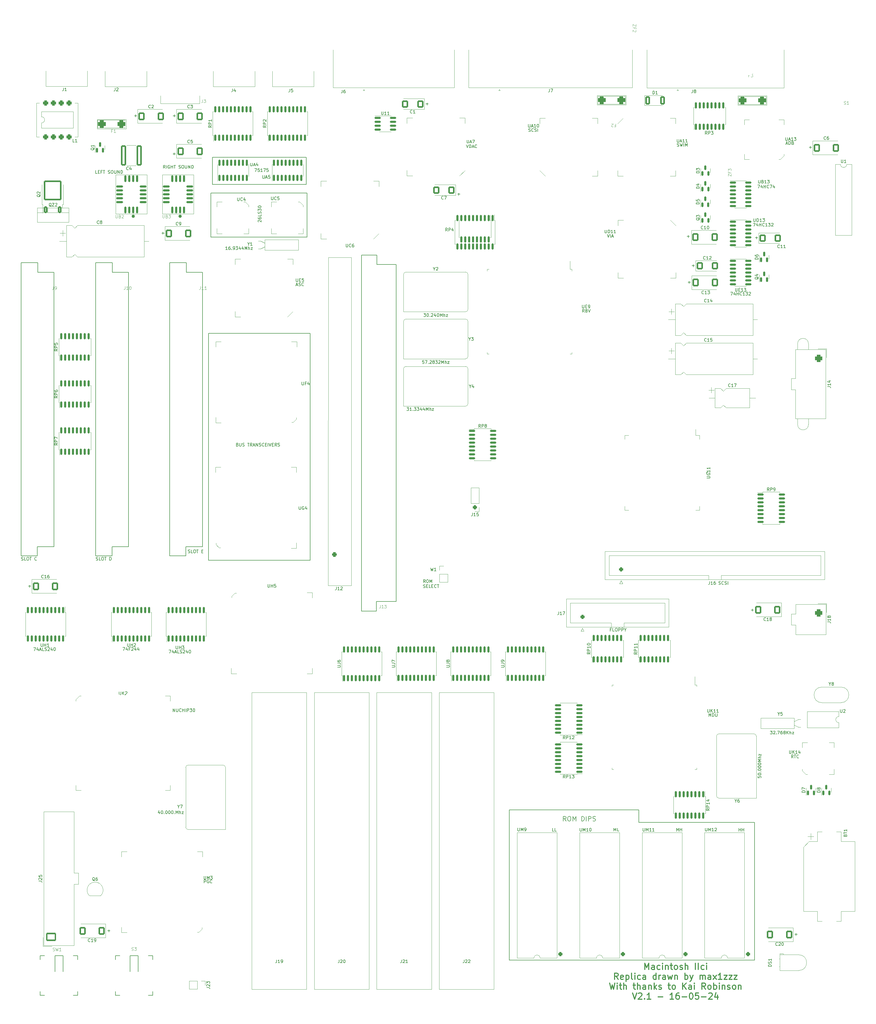
<source format=gbr>
%TF.GenerationSoftware,KiCad,Pcbnew,7.0.9*%
%TF.CreationDate,2024-06-15T20:43:59+01:00*%
%TF.ProjectId,IIci_Reloaded,49496369-5f52-4656-9c6f-616465642e6b,rev?*%
%TF.SameCoordinates,Original*%
%TF.FileFunction,Legend,Top*%
%TF.FilePolarity,Positive*%
%FSLAX46Y46*%
G04 Gerber Fmt 4.6, Leading zero omitted, Abs format (unit mm)*
G04 Created by KiCad (PCBNEW 7.0.9) date 2024-06-15 20:43:59*
%MOMM*%
%LPD*%
G01*
G04 APERTURE LIST*
G04 Aperture macros list*
%AMRoundRect*
0 Rectangle with rounded corners*
0 $1 Rounding radius*
0 $2 $3 $4 $5 $6 $7 $8 $9 X,Y pos of 4 corners*
0 Add a 4 corners polygon primitive as box body*
4,1,4,$2,$3,$4,$5,$6,$7,$8,$9,$2,$3,0*
0 Add four circle primitives for the rounded corners*
1,1,$1+$1,$2,$3*
1,1,$1+$1,$4,$5*
1,1,$1+$1,$6,$7*
1,1,$1+$1,$8,$9*
0 Add four rect primitives between the rounded corners*
20,1,$1+$1,$2,$3,$4,$5,0*
20,1,$1+$1,$4,$5,$6,$7,0*
20,1,$1+$1,$6,$7,$8,$9,0*
20,1,$1+$1,$8,$9,$2,$3,0*%
G04 Aperture macros list end*
%ADD10C,0.150000*%
%ADD11C,0.200000*%
%ADD12C,0.300000*%
%ADD13C,0.100000*%
%ADD14C,0.120000*%
%ADD15C,0.550000*%
%ADD16C,0.250000*%
%ADD17R,1.600000X1.600000*%
%ADD18O,1.600000X1.600000*%
%ADD19RoundRect,0.635000X0.635000X0.635000X-0.635000X0.635000X-0.635000X-0.635000X0.635000X-0.635000X0*%
%ADD20RoundRect,0.150000X-0.150000X-0.950000X0.150000X-0.950000X0.150000X0.950000X-0.150000X0.950000X0*%
%ADD21RoundRect,0.150000X-0.950000X0.150000X-0.950000X-0.150000X0.950000X-0.150000X0.950000X0.150000X0*%
%ADD22RoundRect,0.150000X0.150000X-0.587500X0.150000X0.587500X-0.150000X0.587500X-0.150000X-0.587500X0*%
%ADD23O,2.500000X0.650000*%
%ADD24O,0.650000X2.500000*%
%ADD25R,0.700000X1.925000*%
%ADD26R,1.925000X0.700000*%
%ADD27RoundRect,0.150000X-0.837500X-0.150000X0.837500X-0.150000X0.837500X0.150000X-0.837500X0.150000X0*%
%ADD28RoundRect,0.250000X0.562500X3.050000X-0.562500X3.050000X-0.562500X-3.050000X0.562500X-3.050000X0*%
%ADD29R,2.400000X2.400000*%
%ADD30O,2.400000X2.400000*%
%ADD31RoundRect,0.150000X0.150000X-0.837500X0.150000X0.837500X-0.150000X0.837500X-0.150000X-0.837500X0*%
%ADD32RoundRect,0.350000X0.350000X-0.350000X0.350000X0.350000X-0.350000X0.350000X-0.350000X-0.350000X0*%
%ADD33C,1.400000*%
%ADD34RoundRect,0.150000X-0.150000X0.837500X-0.150000X-0.837500X0.150000X-0.837500X0.150000X0.837500X0*%
%ADD35R,0.700000X2.500000*%
%ADD36R,2.500000X0.700000*%
%ADD37O,2.100000X3.500000*%
%ADD38O,3.500000X2.100000*%
%ADD39R,1.500000X1.500000*%
%ADD40C,1.500000*%
%ADD41C,3.000000*%
%ADD42RoundRect,0.600000X-0.600000X0.600000X-0.600000X-0.600000X0.600000X-0.600000X0.600000X0.600000X0*%
%ADD43C,2.400000*%
%ADD44RoundRect,0.250000X0.787500X0.925000X-0.787500X0.925000X-0.787500X-0.925000X0.787500X-0.925000X0*%
%ADD45RoundRect,0.250000X-0.500000X-1.100000X0.500000X-1.100000X0.500000X1.100000X-0.500000X1.100000X0*%
%ADD46RoundRect,0.150000X0.150000X-0.875000X0.150000X0.875000X-0.150000X0.875000X-0.150000X-0.875000X0*%
%ADD47RoundRect,0.250000X-0.787500X-1.025000X0.787500X-1.025000X0.787500X1.025000X-0.787500X1.025000X0*%
%ADD48C,3.200000*%
%ADD49C,2.200000*%
%ADD50C,1.600000*%
%ADD51RoundRect,0.150000X-0.825000X-0.150000X0.825000X-0.150000X0.825000X0.150000X-0.825000X0.150000X0*%
%ADD52R,1.300000X1.300000*%
%ADD53C,1.300000*%
%ADD54C,1.000000*%
%ADD55RoundRect,0.150000X0.837500X0.150000X-0.837500X0.150000X-0.837500X-0.150000X0.837500X-0.150000X0*%
%ADD56R,1.524000X1.524000*%
%ADD57C,1.524000*%
%ADD58RoundRect,0.350000X0.350000X0.350000X-0.350000X0.350000X-0.350000X-0.350000X0.350000X-0.350000X0*%
%ADD59RoundRect,0.250000X-0.787500X-0.925000X0.787500X-0.925000X0.787500X0.925000X-0.787500X0.925000X0*%
%ADD60RoundRect,0.150000X-0.150000X0.875000X-0.150000X-0.875000X0.150000X-0.875000X0.150000X0.875000X0*%
%ADD61R,1.800000X1.800000*%
%ADD62C,1.800000*%
%ADD63R,3.600000X2.600000*%
%ADD64R,1.905000X2.000000*%
%ADD65O,1.905000X2.000000*%
%ADD66R,1.800000X0.450000*%
%ADD67R,0.450000X1.800000*%
%ADD68C,4.000000*%
%ADD69RoundRect,0.380000X-0.420000X0.380000X-0.420000X-0.380000X0.420000X-0.380000X0.420000X0.380000X0*%
%ADD70O,1.600000X1.520000*%
%ADD71C,2.300000*%
%ADD72R,1.700000X1.700000*%
%ADD73O,1.700000X1.700000*%
%ADD74RoundRect,0.150000X0.150000X-0.825000X0.150000X0.825000X-0.150000X0.825000X-0.150000X-0.825000X0*%
%ADD75RoundRect,0.437500X-0.437500X-0.437500X0.437500X-0.437500X0.437500X0.437500X-0.437500X0.437500X0*%
%ADD76RoundRect,0.250000X0.787500X1.025000X-0.787500X1.025000X-0.787500X-1.025000X0.787500X-1.025000X0*%
%ADD77R,0.500000X2.200000*%
%ADD78R,2.200000X0.500000*%
%ADD79RoundRect,0.250000X0.350000X-0.850000X0.350000X0.850000X-0.350000X0.850000X-0.350000X-0.850000X0*%
%ADD80RoundRect,0.249997X2.650003X-2.950003X2.650003X2.950003X-2.650003X2.950003X-2.650003X-2.950003X0*%
%ADD81R,2.300000X2.300000*%
%ADD82RoundRect,0.250001X1.399999X-1.099999X1.399999X1.099999X-1.399999X1.099999X-1.399999X-1.099999X0*%
%ADD83O,3.300000X2.700000*%
%ADD84RoundRect,0.635000X-0.635000X-0.635000X0.635000X-0.635000X0.635000X0.635000X-0.635000X0.635000X0*%
G04 APERTURE END LIST*
D10*
X627659400Y-91998800D02*
X622274600Y-91998800D01*
X641223000Y-95021400D02*
X641223000Y-94970600D01*
X659765000Y-237693200D02*
X658342600Y-237693200D01*
X678645600Y22758400D02*
X709887600Y22758400D01*
X709887600Y8509000D01*
X678645600Y8509000D01*
X678645600Y22758400D01*
X623214400Y-224790000D02*
X624636800Y-224790000D01*
X647623800Y-237693200D02*
X649046200Y-237693200D01*
X646607800Y152400D02*
X646607800Y-2946400D01*
X727532200Y-112903000D02*
X727532200Y-112826800D01*
X616991400Y-94970600D02*
X616991400Y152400D01*
X775614400Y-177444400D02*
X775614400Y-226237800D01*
X646506200Y-91998800D02*
X646506200Y-95021400D01*
X628015000Y-229971600D02*
X628015000Y-224790000D01*
X646506200Y-95021400D02*
X641223000Y-95021400D01*
X738835200Y-406400D02*
X738835200Y-109804200D01*
X635355600Y-236423200D02*
X635355600Y-237693200D01*
X623214400Y-236423200D02*
X623214400Y-237693200D01*
X659765000Y-224790000D02*
X658342600Y-224790000D01*
X675919400Y-91998800D02*
X670534600Y-91998800D01*
X655015200Y-224790000D02*
X655015200Y-229971600D01*
X630605800Y-224790000D02*
X630605800Y-229971600D01*
X646607800Y-2946400D02*
X651891000Y-2946400D01*
X622274600Y-95021400D02*
X616991400Y-95021400D01*
X665251400Y152400D02*
X670636200Y152400D01*
X732561400Y-406400D02*
X738835200Y-406400D01*
X651891000Y-91998800D02*
X646506200Y-91998800D01*
X647623800Y-224790000D02*
X649046200Y-224790000D01*
X647623800Y-236423200D02*
X647623800Y-237693200D01*
X817651400Y-177495200D02*
X817651400Y-177419000D01*
X775614400Y-177419000D02*
X775614400Y-177444400D01*
X616991400Y-95021400D02*
X616991400Y-94970600D01*
X641223000Y-94970600D02*
X641223000Y152400D01*
X817651400Y-181533800D02*
X817651400Y-177495200D01*
X628015000Y-224790000D02*
X630605800Y-224790000D01*
X635355600Y-237693200D02*
X633933200Y-237693200D01*
X732409000Y-109804200D02*
X732409000Y-112903000D01*
X817651400Y-177419000D02*
X775614400Y-177419000D01*
X622376200Y152400D02*
X622376200Y-2946400D01*
X670534600Y-95021400D02*
X665251400Y-95021400D01*
X855218000Y-226237800D02*
X855218000Y-181533800D01*
X855218000Y-181533800D02*
X817651400Y-181533800D01*
X775614400Y-226237800D02*
X855218000Y-226237800D01*
X670636200Y-2946400D02*
X675919400Y-2946400D01*
X616991400Y152400D02*
X622376200Y152400D01*
X622274600Y-91998800D02*
X622274600Y-95021400D01*
X679153600Y34417000D02*
X709633600Y34417000D01*
X709633600Y25552400D01*
X679153600Y25552400D01*
X679153600Y34417000D01*
X675919400Y-2946400D02*
X675919400Y-91998800D01*
X727532200Y2641600D02*
X732561400Y2641600D01*
X635355600Y-226060000D02*
X635355600Y-224790000D01*
X652424400Y-224790000D02*
X655015200Y-224790000D01*
X732561400Y2641600D02*
X732561400Y-406400D01*
X659765000Y-226060000D02*
X659765000Y-224790000D01*
X652424400Y-229971600D02*
X652424400Y-224790000D01*
X659765000Y-236423200D02*
X659765000Y-237693200D01*
X647623800Y-226060000D02*
X647623800Y-224790000D01*
X623214400Y-237693200D02*
X624636800Y-237693200D01*
X665251400Y-94970600D02*
X665251400Y152400D01*
X651891000Y-2946400D02*
X651891000Y-91998800D01*
X641223000Y152400D02*
X646607800Y152400D01*
X677883600Y-22733000D02*
X710903600Y-22733000D01*
X710903600Y-96418400D01*
X677883600Y-96418400D01*
X677883600Y-22733000D01*
X732409000Y-112903000D02*
X727532200Y-112903000D01*
X665251400Y-95021400D02*
X665251400Y-94970600D01*
X635355600Y-224790000D02*
X633933200Y-224790000D01*
X670636200Y152400D02*
X670636200Y-2946400D01*
X622376200Y-2946400D02*
X627659400Y-2946400D01*
X623214400Y-226060000D02*
X623214400Y-224790000D01*
X627659400Y-2946400D02*
X627659400Y-91998800D01*
X670534600Y-91998800D02*
X670534600Y-95021400D01*
X727532200Y-112826800D02*
X727532200Y2641600D01*
X738835200Y-109804200D02*
X732409000Y-109804200D01*
X807439722Y9359780D02*
X807773055Y8359780D01*
X807773055Y8359780D02*
X808106388Y9359780D01*
X808439722Y8359780D02*
X808439722Y9359780D01*
X808868293Y8645495D02*
X809344483Y8645495D01*
X808773055Y8359780D02*
X809106388Y9359780D01*
X809106388Y9359780D02*
X809439721Y8359780D01*
X790075569Y-184375419D02*
X789599379Y-184375419D01*
X789599379Y-184375419D02*
X789599379Y-183375419D01*
X790885093Y-184375419D02*
X790408903Y-184375419D01*
X790408903Y-184375419D02*
X790408903Y-183375419D01*
X694069857Y13395560D02*
X694022238Y13443179D01*
X694022238Y13443179D02*
X693974619Y13538417D01*
X693974619Y13538417D02*
X693974619Y13776512D01*
X693974619Y13776512D02*
X694022238Y13871750D01*
X694022238Y13871750D02*
X694069857Y13919369D01*
X694069857Y13919369D02*
X694165095Y13966988D01*
X694165095Y13966988D02*
X694260333Y13966988D01*
X694260333Y13966988D02*
X694403190Y13919369D01*
X694403190Y13919369D02*
X694974619Y13347941D01*
X694974619Y13347941D02*
X694974619Y13966988D01*
X693974619Y14824131D02*
X693974619Y14633655D01*
X693974619Y14633655D02*
X694022238Y14538417D01*
X694022238Y14538417D02*
X694069857Y14490798D01*
X694069857Y14490798D02*
X694212714Y14395560D01*
X694212714Y14395560D02*
X694403190Y14347941D01*
X694403190Y14347941D02*
X694784142Y14347941D01*
X694784142Y14347941D02*
X694879380Y14395560D01*
X694879380Y14395560D02*
X694927000Y14443179D01*
X694927000Y14443179D02*
X694974619Y14538417D01*
X694974619Y14538417D02*
X694974619Y14728893D01*
X694974619Y14728893D02*
X694927000Y14824131D01*
X694927000Y14824131D02*
X694879380Y14871750D01*
X694879380Y14871750D02*
X694784142Y14919369D01*
X694784142Y14919369D02*
X694546047Y14919369D01*
X694546047Y14919369D02*
X694450809Y14871750D01*
X694450809Y14871750D02*
X694403190Y14824131D01*
X694403190Y14824131D02*
X694355571Y14728893D01*
X694355571Y14728893D02*
X694355571Y14538417D01*
X694355571Y14538417D02*
X694403190Y14443179D01*
X694403190Y14443179D02*
X694450809Y14395560D01*
X694450809Y14395560D02*
X694546047Y14347941D01*
X694974619Y15824131D02*
X694974619Y15347941D01*
X694974619Y15347941D02*
X693974619Y15347941D01*
X694927000Y16109846D02*
X694974619Y16252703D01*
X694974619Y16252703D02*
X694974619Y16490798D01*
X694974619Y16490798D02*
X694927000Y16586036D01*
X694927000Y16586036D02*
X694879380Y16633655D01*
X694879380Y16633655D02*
X694784142Y16681274D01*
X694784142Y16681274D02*
X694688904Y16681274D01*
X694688904Y16681274D02*
X694593666Y16633655D01*
X694593666Y16633655D02*
X694546047Y16586036D01*
X694546047Y16586036D02*
X694498428Y16490798D01*
X694498428Y16490798D02*
X694450809Y16300322D01*
X694450809Y16300322D02*
X694403190Y16205084D01*
X694403190Y16205084D02*
X694355571Y16157465D01*
X694355571Y16157465D02*
X694260333Y16109846D01*
X694260333Y16109846D02*
X694165095Y16109846D01*
X694165095Y16109846D02*
X694069857Y16157465D01*
X694069857Y16157465D02*
X694022238Y16205084D01*
X694022238Y16205084D02*
X693974619Y16300322D01*
X693974619Y16300322D02*
X693974619Y16538417D01*
X693974619Y16538417D02*
X694022238Y16681274D01*
X693974619Y17014608D02*
X693974619Y17633655D01*
X693974619Y17633655D02*
X694355571Y17300322D01*
X694355571Y17300322D02*
X694355571Y17443179D01*
X694355571Y17443179D02*
X694403190Y17538417D01*
X694403190Y17538417D02*
X694450809Y17586036D01*
X694450809Y17586036D02*
X694546047Y17633655D01*
X694546047Y17633655D02*
X694784142Y17633655D01*
X694784142Y17633655D02*
X694879380Y17586036D01*
X694879380Y17586036D02*
X694927000Y17538417D01*
X694927000Y17538417D02*
X694974619Y17443179D01*
X694974619Y17443179D02*
X694974619Y17157465D01*
X694974619Y17157465D02*
X694927000Y17062227D01*
X694927000Y17062227D02*
X694879380Y17014608D01*
X693974619Y18252703D02*
X693974619Y18347941D01*
X693974619Y18347941D02*
X694022238Y18443179D01*
X694022238Y18443179D02*
X694069857Y18490798D01*
X694069857Y18490798D02*
X694165095Y18538417D01*
X694165095Y18538417D02*
X694355571Y18586036D01*
X694355571Y18586036D02*
X694593666Y18586036D01*
X694593666Y18586036D02*
X694784142Y18538417D01*
X694784142Y18538417D02*
X694879380Y18490798D01*
X694879380Y18490798D02*
X694927000Y18443179D01*
X694927000Y18443179D02*
X694974619Y18347941D01*
X694974619Y18347941D02*
X694974619Y18252703D01*
X694974619Y18252703D02*
X694927000Y18157465D01*
X694927000Y18157465D02*
X694879380Y18109846D01*
X694879380Y18109846D02*
X694784142Y18062227D01*
X694784142Y18062227D02*
X694593666Y18014608D01*
X694593666Y18014608D02*
X694355571Y18014608D01*
X694355571Y18014608D02*
X694165095Y18062227D01*
X694165095Y18062227D02*
X694069857Y18109846D01*
X694069857Y18109846D02*
X694022238Y18157465D01*
X694022238Y18157465D02*
X693974619Y18252703D01*
X641359760Y-96393000D02*
X641502617Y-96440619D01*
X641502617Y-96440619D02*
X641740712Y-96440619D01*
X641740712Y-96440619D02*
X641835950Y-96393000D01*
X641835950Y-96393000D02*
X641883569Y-96345380D01*
X641883569Y-96345380D02*
X641931188Y-96250142D01*
X641931188Y-96250142D02*
X641931188Y-96154904D01*
X641931188Y-96154904D02*
X641883569Y-96059666D01*
X641883569Y-96059666D02*
X641835950Y-96012047D01*
X641835950Y-96012047D02*
X641740712Y-95964428D01*
X641740712Y-95964428D02*
X641550236Y-95916809D01*
X641550236Y-95916809D02*
X641454998Y-95869190D01*
X641454998Y-95869190D02*
X641407379Y-95821571D01*
X641407379Y-95821571D02*
X641359760Y-95726333D01*
X641359760Y-95726333D02*
X641359760Y-95631095D01*
X641359760Y-95631095D02*
X641407379Y-95535857D01*
X641407379Y-95535857D02*
X641454998Y-95488238D01*
X641454998Y-95488238D02*
X641550236Y-95440619D01*
X641550236Y-95440619D02*
X641788331Y-95440619D01*
X641788331Y-95440619D02*
X641931188Y-95488238D01*
X642835950Y-96440619D02*
X642359760Y-96440619D01*
X642359760Y-96440619D02*
X642359760Y-95440619D01*
X643359760Y-95440619D02*
X643550236Y-95440619D01*
X643550236Y-95440619D02*
X643645474Y-95488238D01*
X643645474Y-95488238D02*
X643740712Y-95583476D01*
X643740712Y-95583476D02*
X643788331Y-95773952D01*
X643788331Y-95773952D02*
X643788331Y-96107285D01*
X643788331Y-96107285D02*
X643740712Y-96297761D01*
X643740712Y-96297761D02*
X643645474Y-96393000D01*
X643645474Y-96393000D02*
X643550236Y-96440619D01*
X643550236Y-96440619D02*
X643359760Y-96440619D01*
X643359760Y-96440619D02*
X643264522Y-96393000D01*
X643264522Y-96393000D02*
X643169284Y-96297761D01*
X643169284Y-96297761D02*
X643121665Y-96107285D01*
X643121665Y-96107285D02*
X643121665Y-95773952D01*
X643121665Y-95773952D02*
X643169284Y-95583476D01*
X643169284Y-95583476D02*
X643264522Y-95488238D01*
X643264522Y-95488238D02*
X643359760Y-95440619D01*
X644074046Y-95440619D02*
X644645474Y-95440619D01*
X644359760Y-96440619D02*
X644359760Y-95440619D01*
X645740713Y-96440619D02*
X645740713Y-95440619D01*
X645740713Y-95440619D02*
X645978808Y-95440619D01*
X645978808Y-95440619D02*
X646121665Y-95488238D01*
X646121665Y-95488238D02*
X646216903Y-95583476D01*
X646216903Y-95583476D02*
X646264522Y-95678714D01*
X646264522Y-95678714D02*
X646312141Y-95869190D01*
X646312141Y-95869190D02*
X646312141Y-96012047D01*
X646312141Y-96012047D02*
X646264522Y-96202523D01*
X646264522Y-96202523D02*
X646216903Y-96297761D01*
X646216903Y-96297761D02*
X646121665Y-96393000D01*
X646121665Y-96393000D02*
X645978808Y-96440619D01*
X645978808Y-96440619D02*
X645740713Y-96440619D01*
X692882541Y30695780D02*
X693549207Y30695780D01*
X693549207Y30695780D02*
X693120636Y29695780D01*
X694406350Y30695780D02*
X693930160Y30695780D01*
X693930160Y30695780D02*
X693882541Y30219590D01*
X693882541Y30219590D02*
X693930160Y30267209D01*
X693930160Y30267209D02*
X694025398Y30314828D01*
X694025398Y30314828D02*
X694263493Y30314828D01*
X694263493Y30314828D02*
X694358731Y30267209D01*
X694358731Y30267209D02*
X694406350Y30219590D01*
X694406350Y30219590D02*
X694453969Y30124352D01*
X694453969Y30124352D02*
X694453969Y29886257D01*
X694453969Y29886257D02*
X694406350Y29791019D01*
X694406350Y29791019D02*
X694358731Y29743400D01*
X694358731Y29743400D02*
X694263493Y29695780D01*
X694263493Y29695780D02*
X694025398Y29695780D01*
X694025398Y29695780D02*
X693930160Y29743400D01*
X693930160Y29743400D02*
X693882541Y29791019D01*
X695406350Y29695780D02*
X694834922Y29695780D01*
X695120636Y29695780D02*
X695120636Y30695780D01*
X695120636Y30695780D02*
X695025398Y30552923D01*
X695025398Y30552923D02*
X694930160Y30457685D01*
X694930160Y30457685D02*
X694834922Y30410066D01*
X695739684Y30695780D02*
X696406350Y30695780D01*
X696406350Y30695780D02*
X695977779Y29695780D01*
X697263493Y30695780D02*
X696787303Y30695780D01*
X696787303Y30695780D02*
X696739684Y30219590D01*
X696739684Y30219590D02*
X696787303Y30267209D01*
X696787303Y30267209D02*
X696882541Y30314828D01*
X696882541Y30314828D02*
X697120636Y30314828D01*
X697120636Y30314828D02*
X697215874Y30267209D01*
X697215874Y30267209D02*
X697263493Y30219590D01*
X697263493Y30219590D02*
X697311112Y30124352D01*
X697311112Y30124352D02*
X697311112Y29886257D01*
X697311112Y29886257D02*
X697263493Y29791019D01*
X697263493Y29791019D02*
X697215874Y29743400D01*
X697215874Y29743400D02*
X697120636Y29695780D01*
X697120636Y29695780D02*
X696882541Y29695780D01*
X696882541Y29695780D02*
X696787303Y29743400D01*
X696787303Y29743400D02*
X696739684Y29791019D01*
X748519179Y51717533D02*
X749281084Y51717533D01*
X748900131Y51336580D02*
X748900131Y52098485D01*
X663805807Y30787980D02*
X663472474Y31264171D01*
X663234379Y30787980D02*
X663234379Y31787980D01*
X663234379Y31787980D02*
X663615331Y31787980D01*
X663615331Y31787980D02*
X663710569Y31740361D01*
X663710569Y31740361D02*
X663758188Y31692742D01*
X663758188Y31692742D02*
X663805807Y31597504D01*
X663805807Y31597504D02*
X663805807Y31454647D01*
X663805807Y31454647D02*
X663758188Y31359409D01*
X663758188Y31359409D02*
X663710569Y31311790D01*
X663710569Y31311790D02*
X663615331Y31264171D01*
X663615331Y31264171D02*
X663234379Y31264171D01*
X664234379Y30787980D02*
X664234379Y31787980D01*
X665234378Y31740361D02*
X665139140Y31787980D01*
X665139140Y31787980D02*
X664996283Y31787980D01*
X664996283Y31787980D02*
X664853426Y31740361D01*
X664853426Y31740361D02*
X664758188Y31645123D01*
X664758188Y31645123D02*
X664710569Y31549885D01*
X664710569Y31549885D02*
X664662950Y31359409D01*
X664662950Y31359409D02*
X664662950Y31216552D01*
X664662950Y31216552D02*
X664710569Y31026076D01*
X664710569Y31026076D02*
X664758188Y30930838D01*
X664758188Y30930838D02*
X664853426Y30835600D01*
X664853426Y30835600D02*
X664996283Y30787980D01*
X664996283Y30787980D02*
X665091521Y30787980D01*
X665091521Y30787980D02*
X665234378Y30835600D01*
X665234378Y30835600D02*
X665281997Y30883219D01*
X665281997Y30883219D02*
X665281997Y31216552D01*
X665281997Y31216552D02*
X665091521Y31216552D01*
X665710569Y30787980D02*
X665710569Y31787980D01*
X665710569Y31311790D02*
X666281997Y31311790D01*
X666281997Y30787980D02*
X666281997Y31787980D01*
X666615331Y31787980D02*
X667186759Y31787980D01*
X666901045Y30787980D02*
X666901045Y31787980D01*
X668234379Y30835600D02*
X668377236Y30787980D01*
X668377236Y30787980D02*
X668615331Y30787980D01*
X668615331Y30787980D02*
X668710569Y30835600D01*
X668710569Y30835600D02*
X668758188Y30883219D01*
X668758188Y30883219D02*
X668805807Y30978457D01*
X668805807Y30978457D02*
X668805807Y31073695D01*
X668805807Y31073695D02*
X668758188Y31168933D01*
X668758188Y31168933D02*
X668710569Y31216552D01*
X668710569Y31216552D02*
X668615331Y31264171D01*
X668615331Y31264171D02*
X668424855Y31311790D01*
X668424855Y31311790D02*
X668329617Y31359409D01*
X668329617Y31359409D02*
X668281998Y31407028D01*
X668281998Y31407028D02*
X668234379Y31502266D01*
X668234379Y31502266D02*
X668234379Y31597504D01*
X668234379Y31597504D02*
X668281998Y31692742D01*
X668281998Y31692742D02*
X668329617Y31740361D01*
X668329617Y31740361D02*
X668424855Y31787980D01*
X668424855Y31787980D02*
X668662950Y31787980D01*
X668662950Y31787980D02*
X668805807Y31740361D01*
X669424855Y31787980D02*
X669615331Y31787980D01*
X669615331Y31787980D02*
X669710569Y31740361D01*
X669710569Y31740361D02*
X669805807Y31645123D01*
X669805807Y31645123D02*
X669853426Y31454647D01*
X669853426Y31454647D02*
X669853426Y31121314D01*
X669853426Y31121314D02*
X669805807Y30930838D01*
X669805807Y30930838D02*
X669710569Y30835600D01*
X669710569Y30835600D02*
X669615331Y30787980D01*
X669615331Y30787980D02*
X669424855Y30787980D01*
X669424855Y30787980D02*
X669329617Y30835600D01*
X669329617Y30835600D02*
X669234379Y30930838D01*
X669234379Y30930838D02*
X669186760Y31121314D01*
X669186760Y31121314D02*
X669186760Y31454647D01*
X669186760Y31454647D02*
X669234379Y31645123D01*
X669234379Y31645123D02*
X669329617Y31740361D01*
X669329617Y31740361D02*
X669424855Y31787980D01*
X670281998Y31787980D02*
X670281998Y30978457D01*
X670281998Y30978457D02*
X670329617Y30883219D01*
X670329617Y30883219D02*
X670377236Y30835600D01*
X670377236Y30835600D02*
X670472474Y30787980D01*
X670472474Y30787980D02*
X670662950Y30787980D01*
X670662950Y30787980D02*
X670758188Y30835600D01*
X670758188Y30835600D02*
X670805807Y30883219D01*
X670805807Y30883219D02*
X670853426Y30978457D01*
X670853426Y30978457D02*
X670853426Y31787980D01*
X671329617Y30787980D02*
X671329617Y31787980D01*
X671329617Y31787980D02*
X671901045Y30787980D01*
X671901045Y30787980D02*
X671901045Y31787980D01*
X672377236Y30787980D02*
X672377236Y31787980D01*
X672377236Y31787980D02*
X672615331Y31787980D01*
X672615331Y31787980D02*
X672758188Y31740361D01*
X672758188Y31740361D02*
X672853426Y31645123D01*
X672853426Y31645123D02*
X672901045Y31549885D01*
X672901045Y31549885D02*
X672948664Y31359409D01*
X672948664Y31359409D02*
X672948664Y31216552D01*
X672948664Y31216552D02*
X672901045Y31026076D01*
X672901045Y31026076D02*
X672853426Y30930838D01*
X672853426Y30930838D02*
X672758188Y30835600D01*
X672758188Y30835600D02*
X672615331Y30787980D01*
X672615331Y30787980D02*
X672377236Y30787980D01*
X840399379Y-147139019D02*
X840399379Y-146139019D01*
X840399379Y-146139019D02*
X840732712Y-146853304D01*
X840732712Y-146853304D02*
X841066045Y-146139019D01*
X841066045Y-146139019D02*
X841066045Y-147139019D01*
X841542236Y-147139019D02*
X841542236Y-146139019D01*
X841542236Y-146139019D02*
X841780331Y-146139019D01*
X841780331Y-146139019D02*
X841923188Y-146186638D01*
X841923188Y-146186638D02*
X842018426Y-146281876D01*
X842018426Y-146281876D02*
X842066045Y-146377114D01*
X842066045Y-146377114D02*
X842113664Y-146567590D01*
X842113664Y-146567590D02*
X842113664Y-146710447D01*
X842113664Y-146710447D02*
X842066045Y-146900923D01*
X842066045Y-146900923D02*
X842018426Y-146996161D01*
X842018426Y-146996161D02*
X841923188Y-147091400D01*
X841923188Y-147091400D02*
X841780331Y-147139019D01*
X841780331Y-147139019D02*
X841542236Y-147139019D01*
X842542236Y-146139019D02*
X842542236Y-146948542D01*
X842542236Y-146948542D02*
X842589855Y-147043780D01*
X842589855Y-147043780D02*
X842637474Y-147091400D01*
X842637474Y-147091400D02*
X842732712Y-147139019D01*
X842732712Y-147139019D02*
X842923188Y-147139019D01*
X842923188Y-147139019D02*
X843018426Y-147091400D01*
X843018426Y-147091400D02*
X843066045Y-147043780D01*
X843066045Y-147043780D02*
X843113664Y-146948542D01*
X843113664Y-146948542D02*
X843113664Y-146139019D01*
D11*
X794003663Y-181060428D02*
X793503663Y-180346142D01*
X793146520Y-181060428D02*
X793146520Y-179560428D01*
X793146520Y-179560428D02*
X793717949Y-179560428D01*
X793717949Y-179560428D02*
X793860806Y-179631857D01*
X793860806Y-179631857D02*
X793932235Y-179703285D01*
X793932235Y-179703285D02*
X794003663Y-179846142D01*
X794003663Y-179846142D02*
X794003663Y-180060428D01*
X794003663Y-180060428D02*
X793932235Y-180203285D01*
X793932235Y-180203285D02*
X793860806Y-180274714D01*
X793860806Y-180274714D02*
X793717949Y-180346142D01*
X793717949Y-180346142D02*
X793146520Y-180346142D01*
X794932235Y-179560428D02*
X795217949Y-179560428D01*
X795217949Y-179560428D02*
X795360806Y-179631857D01*
X795360806Y-179631857D02*
X795503663Y-179774714D01*
X795503663Y-179774714D02*
X795575092Y-180060428D01*
X795575092Y-180060428D02*
X795575092Y-180560428D01*
X795575092Y-180560428D02*
X795503663Y-180846142D01*
X795503663Y-180846142D02*
X795360806Y-180989000D01*
X795360806Y-180989000D02*
X795217949Y-181060428D01*
X795217949Y-181060428D02*
X794932235Y-181060428D01*
X794932235Y-181060428D02*
X794789378Y-180989000D01*
X794789378Y-180989000D02*
X794646520Y-180846142D01*
X794646520Y-180846142D02*
X794575092Y-180560428D01*
X794575092Y-180560428D02*
X794575092Y-180060428D01*
X794575092Y-180060428D02*
X794646520Y-179774714D01*
X794646520Y-179774714D02*
X794789378Y-179631857D01*
X794789378Y-179631857D02*
X794932235Y-179560428D01*
X796217949Y-181060428D02*
X796217949Y-179560428D01*
X796217949Y-179560428D02*
X796717949Y-180631857D01*
X796717949Y-180631857D02*
X797217949Y-179560428D01*
X797217949Y-179560428D02*
X797217949Y-181060428D01*
X799075092Y-181060428D02*
X799075092Y-179560428D01*
X799075092Y-179560428D02*
X799432235Y-179560428D01*
X799432235Y-179560428D02*
X799646521Y-179631857D01*
X799646521Y-179631857D02*
X799789378Y-179774714D01*
X799789378Y-179774714D02*
X799860807Y-179917571D01*
X799860807Y-179917571D02*
X799932235Y-180203285D01*
X799932235Y-180203285D02*
X799932235Y-180417571D01*
X799932235Y-180417571D02*
X799860807Y-180703285D01*
X799860807Y-180703285D02*
X799789378Y-180846142D01*
X799789378Y-180846142D02*
X799646521Y-180989000D01*
X799646521Y-180989000D02*
X799432235Y-181060428D01*
X799432235Y-181060428D02*
X799075092Y-181060428D01*
X800575092Y-181060428D02*
X800575092Y-179560428D01*
X801289378Y-181060428D02*
X801289378Y-179560428D01*
X801289378Y-179560428D02*
X801860807Y-179560428D01*
X801860807Y-179560428D02*
X802003664Y-179631857D01*
X802003664Y-179631857D02*
X802075093Y-179703285D01*
X802075093Y-179703285D02*
X802146521Y-179846142D01*
X802146521Y-179846142D02*
X802146521Y-180060428D01*
X802146521Y-180060428D02*
X802075093Y-180203285D01*
X802075093Y-180203285D02*
X802003664Y-180274714D01*
X802003664Y-180274714D02*
X801860807Y-180346142D01*
X801860807Y-180346142D02*
X801289378Y-180346142D01*
X802717950Y-180989000D02*
X802932236Y-181060428D01*
X802932236Y-181060428D02*
X803289378Y-181060428D01*
X803289378Y-181060428D02*
X803432236Y-180989000D01*
X803432236Y-180989000D02*
X803503664Y-180917571D01*
X803503664Y-180917571D02*
X803575093Y-180774714D01*
X803575093Y-180774714D02*
X803575093Y-180631857D01*
X803575093Y-180631857D02*
X803503664Y-180489000D01*
X803503664Y-180489000D02*
X803432236Y-180417571D01*
X803432236Y-180417571D02*
X803289378Y-180346142D01*
X803289378Y-180346142D02*
X803003664Y-180274714D01*
X803003664Y-180274714D02*
X802860807Y-180203285D01*
X802860807Y-180203285D02*
X802789378Y-180131857D01*
X802789378Y-180131857D02*
X802717950Y-179989000D01*
X802717950Y-179989000D02*
X802717950Y-179846142D01*
X802717950Y-179846142D02*
X802789378Y-179703285D01*
X802789378Y-179703285D02*
X802860807Y-179631857D01*
X802860807Y-179631857D02*
X803003664Y-179560428D01*
X803003664Y-179560428D02*
X803360807Y-179560428D01*
X803360807Y-179560428D02*
X803575093Y-179631857D01*
D10*
X799924407Y-15948019D02*
X799591074Y-15471828D01*
X799352979Y-15948019D02*
X799352979Y-14948019D01*
X799352979Y-14948019D02*
X799733931Y-14948019D01*
X799733931Y-14948019D02*
X799829169Y-14995638D01*
X799829169Y-14995638D02*
X799876788Y-15043257D01*
X799876788Y-15043257D02*
X799924407Y-15138495D01*
X799924407Y-15138495D02*
X799924407Y-15281352D01*
X799924407Y-15281352D02*
X799876788Y-15376590D01*
X799876788Y-15376590D02*
X799829169Y-15424209D01*
X799829169Y-15424209D02*
X799733931Y-15471828D01*
X799733931Y-15471828D02*
X799352979Y-15471828D01*
X800686312Y-15424209D02*
X800829169Y-15471828D01*
X800829169Y-15471828D02*
X800876788Y-15519447D01*
X800876788Y-15519447D02*
X800924407Y-15614685D01*
X800924407Y-15614685D02*
X800924407Y-15757542D01*
X800924407Y-15757542D02*
X800876788Y-15852780D01*
X800876788Y-15852780D02*
X800829169Y-15900400D01*
X800829169Y-15900400D02*
X800733931Y-15948019D01*
X800733931Y-15948019D02*
X800352979Y-15948019D01*
X800352979Y-15948019D02*
X800352979Y-14948019D01*
X800352979Y-14948019D02*
X800686312Y-14948019D01*
X800686312Y-14948019D02*
X800781550Y-14995638D01*
X800781550Y-14995638D02*
X800829169Y-15043257D01*
X800829169Y-15043257D02*
X800876788Y-15138495D01*
X800876788Y-15138495D02*
X800876788Y-15233733D01*
X800876788Y-15233733D02*
X800829169Y-15328971D01*
X800829169Y-15328971D02*
X800781550Y-15376590D01*
X800781550Y-15376590D02*
X800686312Y-15424209D01*
X800686312Y-15424209D02*
X800352979Y-15424209D01*
X801210122Y-14948019D02*
X801543455Y-15948019D01*
X801543455Y-15948019D02*
X801876788Y-14948019D01*
D12*
X819567180Y-229246038D02*
X819567180Y-227246038D01*
X819567180Y-227246038D02*
X820233847Y-228674609D01*
X820233847Y-228674609D02*
X820900513Y-227246038D01*
X820900513Y-227246038D02*
X820900513Y-229246038D01*
X822710037Y-229246038D02*
X822710037Y-228198419D01*
X822710037Y-228198419D02*
X822614799Y-228007942D01*
X822614799Y-228007942D02*
X822424323Y-227912704D01*
X822424323Y-227912704D02*
X822043370Y-227912704D01*
X822043370Y-227912704D02*
X821852894Y-228007942D01*
X822710037Y-229150800D02*
X822519561Y-229246038D01*
X822519561Y-229246038D02*
X822043370Y-229246038D01*
X822043370Y-229246038D02*
X821852894Y-229150800D01*
X821852894Y-229150800D02*
X821757656Y-228960323D01*
X821757656Y-228960323D02*
X821757656Y-228769847D01*
X821757656Y-228769847D02*
X821852894Y-228579371D01*
X821852894Y-228579371D02*
X822043370Y-228484133D01*
X822043370Y-228484133D02*
X822519561Y-228484133D01*
X822519561Y-228484133D02*
X822710037Y-228388895D01*
X824519561Y-229150800D02*
X824329085Y-229246038D01*
X824329085Y-229246038D02*
X823948132Y-229246038D01*
X823948132Y-229246038D02*
X823757656Y-229150800D01*
X823757656Y-229150800D02*
X823662418Y-229055561D01*
X823662418Y-229055561D02*
X823567180Y-228865085D01*
X823567180Y-228865085D02*
X823567180Y-228293657D01*
X823567180Y-228293657D02*
X823662418Y-228103180D01*
X823662418Y-228103180D02*
X823757656Y-228007942D01*
X823757656Y-228007942D02*
X823948132Y-227912704D01*
X823948132Y-227912704D02*
X824329085Y-227912704D01*
X824329085Y-227912704D02*
X824519561Y-228007942D01*
X825376704Y-229246038D02*
X825376704Y-227912704D01*
X825376704Y-227246038D02*
X825281466Y-227341276D01*
X825281466Y-227341276D02*
X825376704Y-227436514D01*
X825376704Y-227436514D02*
X825471942Y-227341276D01*
X825471942Y-227341276D02*
X825376704Y-227246038D01*
X825376704Y-227246038D02*
X825376704Y-227436514D01*
X826329085Y-227912704D02*
X826329085Y-229246038D01*
X826329085Y-228103180D02*
X826424323Y-228007942D01*
X826424323Y-228007942D02*
X826614799Y-227912704D01*
X826614799Y-227912704D02*
X826900514Y-227912704D01*
X826900514Y-227912704D02*
X827090990Y-228007942D01*
X827090990Y-228007942D02*
X827186228Y-228198419D01*
X827186228Y-228198419D02*
X827186228Y-229246038D01*
X827852895Y-227912704D02*
X828614799Y-227912704D01*
X828138609Y-227246038D02*
X828138609Y-228960323D01*
X828138609Y-228960323D02*
X828233847Y-229150800D01*
X828233847Y-229150800D02*
X828424323Y-229246038D01*
X828424323Y-229246038D02*
X828614799Y-229246038D01*
X829567180Y-229246038D02*
X829376704Y-229150800D01*
X829376704Y-229150800D02*
X829281466Y-229055561D01*
X829281466Y-229055561D02*
X829186228Y-228865085D01*
X829186228Y-228865085D02*
X829186228Y-228293657D01*
X829186228Y-228293657D02*
X829281466Y-228103180D01*
X829281466Y-228103180D02*
X829376704Y-228007942D01*
X829376704Y-228007942D02*
X829567180Y-227912704D01*
X829567180Y-227912704D02*
X829852895Y-227912704D01*
X829852895Y-227912704D02*
X830043371Y-228007942D01*
X830043371Y-228007942D02*
X830138609Y-228103180D01*
X830138609Y-228103180D02*
X830233847Y-228293657D01*
X830233847Y-228293657D02*
X830233847Y-228865085D01*
X830233847Y-228865085D02*
X830138609Y-229055561D01*
X830138609Y-229055561D02*
X830043371Y-229150800D01*
X830043371Y-229150800D02*
X829852895Y-229246038D01*
X829852895Y-229246038D02*
X829567180Y-229246038D01*
X830995752Y-229150800D02*
X831186228Y-229246038D01*
X831186228Y-229246038D02*
X831567180Y-229246038D01*
X831567180Y-229246038D02*
X831757657Y-229150800D01*
X831757657Y-229150800D02*
X831852895Y-228960323D01*
X831852895Y-228960323D02*
X831852895Y-228865085D01*
X831852895Y-228865085D02*
X831757657Y-228674609D01*
X831757657Y-228674609D02*
X831567180Y-228579371D01*
X831567180Y-228579371D02*
X831281466Y-228579371D01*
X831281466Y-228579371D02*
X831090990Y-228484133D01*
X831090990Y-228484133D02*
X830995752Y-228293657D01*
X830995752Y-228293657D02*
X830995752Y-228198419D01*
X830995752Y-228198419D02*
X831090990Y-228007942D01*
X831090990Y-228007942D02*
X831281466Y-227912704D01*
X831281466Y-227912704D02*
X831567180Y-227912704D01*
X831567180Y-227912704D02*
X831757657Y-228007942D01*
X832710038Y-229246038D02*
X832710038Y-227246038D01*
X833567181Y-229246038D02*
X833567181Y-228198419D01*
X833567181Y-228198419D02*
X833471943Y-228007942D01*
X833471943Y-228007942D02*
X833281467Y-227912704D01*
X833281467Y-227912704D02*
X832995752Y-227912704D01*
X832995752Y-227912704D02*
X832805276Y-228007942D01*
X832805276Y-228007942D02*
X832710038Y-228103180D01*
X836043372Y-229246038D02*
X836043372Y-227246038D01*
X836995753Y-229246038D02*
X836995753Y-227246038D01*
X838805277Y-229150800D02*
X838614801Y-229246038D01*
X838614801Y-229246038D02*
X838233848Y-229246038D01*
X838233848Y-229246038D02*
X838043372Y-229150800D01*
X838043372Y-229150800D02*
X837948134Y-229055561D01*
X837948134Y-229055561D02*
X837852896Y-228865085D01*
X837852896Y-228865085D02*
X837852896Y-228293657D01*
X837852896Y-228293657D02*
X837948134Y-228103180D01*
X837948134Y-228103180D02*
X838043372Y-228007942D01*
X838043372Y-228007942D02*
X838233848Y-227912704D01*
X838233848Y-227912704D02*
X838614801Y-227912704D01*
X838614801Y-227912704D02*
X838805277Y-228007942D01*
X839662420Y-229246038D02*
X839662420Y-227912704D01*
X839662420Y-227246038D02*
X839567182Y-227341276D01*
X839567182Y-227341276D02*
X839662420Y-227436514D01*
X839662420Y-227436514D02*
X839757658Y-227341276D01*
X839757658Y-227341276D02*
X839662420Y-227246038D01*
X839662420Y-227246038D02*
X839662420Y-227436514D01*
X810948130Y-232466038D02*
X810281463Y-231513657D01*
X809805273Y-232466038D02*
X809805273Y-230466038D01*
X809805273Y-230466038D02*
X810567178Y-230466038D01*
X810567178Y-230466038D02*
X810757654Y-230561276D01*
X810757654Y-230561276D02*
X810852892Y-230656514D01*
X810852892Y-230656514D02*
X810948130Y-230846990D01*
X810948130Y-230846990D02*
X810948130Y-231132704D01*
X810948130Y-231132704D02*
X810852892Y-231323180D01*
X810852892Y-231323180D02*
X810757654Y-231418419D01*
X810757654Y-231418419D02*
X810567178Y-231513657D01*
X810567178Y-231513657D02*
X809805273Y-231513657D01*
X812567178Y-232370800D02*
X812376702Y-232466038D01*
X812376702Y-232466038D02*
X811995749Y-232466038D01*
X811995749Y-232466038D02*
X811805273Y-232370800D01*
X811805273Y-232370800D02*
X811710035Y-232180323D01*
X811710035Y-232180323D02*
X811710035Y-231418419D01*
X811710035Y-231418419D02*
X811805273Y-231227942D01*
X811805273Y-231227942D02*
X811995749Y-231132704D01*
X811995749Y-231132704D02*
X812376702Y-231132704D01*
X812376702Y-231132704D02*
X812567178Y-231227942D01*
X812567178Y-231227942D02*
X812662416Y-231418419D01*
X812662416Y-231418419D02*
X812662416Y-231608895D01*
X812662416Y-231608895D02*
X811710035Y-231799371D01*
X813519559Y-231132704D02*
X813519559Y-233132704D01*
X813519559Y-231227942D02*
X813710035Y-231132704D01*
X813710035Y-231132704D02*
X814090988Y-231132704D01*
X814090988Y-231132704D02*
X814281464Y-231227942D01*
X814281464Y-231227942D02*
X814376702Y-231323180D01*
X814376702Y-231323180D02*
X814471940Y-231513657D01*
X814471940Y-231513657D02*
X814471940Y-232085085D01*
X814471940Y-232085085D02*
X814376702Y-232275561D01*
X814376702Y-232275561D02*
X814281464Y-232370800D01*
X814281464Y-232370800D02*
X814090988Y-232466038D01*
X814090988Y-232466038D02*
X813710035Y-232466038D01*
X813710035Y-232466038D02*
X813519559Y-232370800D01*
X815614797Y-232466038D02*
X815424321Y-232370800D01*
X815424321Y-232370800D02*
X815329083Y-232180323D01*
X815329083Y-232180323D02*
X815329083Y-230466038D01*
X816376702Y-232466038D02*
X816376702Y-231132704D01*
X816376702Y-230466038D02*
X816281464Y-230561276D01*
X816281464Y-230561276D02*
X816376702Y-230656514D01*
X816376702Y-230656514D02*
X816471940Y-230561276D01*
X816471940Y-230561276D02*
X816376702Y-230466038D01*
X816376702Y-230466038D02*
X816376702Y-230656514D01*
X818186226Y-232370800D02*
X817995750Y-232466038D01*
X817995750Y-232466038D02*
X817614797Y-232466038D01*
X817614797Y-232466038D02*
X817424321Y-232370800D01*
X817424321Y-232370800D02*
X817329083Y-232275561D01*
X817329083Y-232275561D02*
X817233845Y-232085085D01*
X817233845Y-232085085D02*
X817233845Y-231513657D01*
X817233845Y-231513657D02*
X817329083Y-231323180D01*
X817329083Y-231323180D02*
X817424321Y-231227942D01*
X817424321Y-231227942D02*
X817614797Y-231132704D01*
X817614797Y-231132704D02*
X817995750Y-231132704D01*
X817995750Y-231132704D02*
X818186226Y-231227942D01*
X819900512Y-232466038D02*
X819900512Y-231418419D01*
X819900512Y-231418419D02*
X819805274Y-231227942D01*
X819805274Y-231227942D02*
X819614798Y-231132704D01*
X819614798Y-231132704D02*
X819233845Y-231132704D01*
X819233845Y-231132704D02*
X819043369Y-231227942D01*
X819900512Y-232370800D02*
X819710036Y-232466038D01*
X819710036Y-232466038D02*
X819233845Y-232466038D01*
X819233845Y-232466038D02*
X819043369Y-232370800D01*
X819043369Y-232370800D02*
X818948131Y-232180323D01*
X818948131Y-232180323D02*
X818948131Y-231989847D01*
X818948131Y-231989847D02*
X819043369Y-231799371D01*
X819043369Y-231799371D02*
X819233845Y-231704133D01*
X819233845Y-231704133D02*
X819710036Y-231704133D01*
X819710036Y-231704133D02*
X819900512Y-231608895D01*
X823233846Y-232466038D02*
X823233846Y-230466038D01*
X823233846Y-232370800D02*
X823043370Y-232466038D01*
X823043370Y-232466038D02*
X822662417Y-232466038D01*
X822662417Y-232466038D02*
X822471941Y-232370800D01*
X822471941Y-232370800D02*
X822376703Y-232275561D01*
X822376703Y-232275561D02*
X822281465Y-232085085D01*
X822281465Y-232085085D02*
X822281465Y-231513657D01*
X822281465Y-231513657D02*
X822376703Y-231323180D01*
X822376703Y-231323180D02*
X822471941Y-231227942D01*
X822471941Y-231227942D02*
X822662417Y-231132704D01*
X822662417Y-231132704D02*
X823043370Y-231132704D01*
X823043370Y-231132704D02*
X823233846Y-231227942D01*
X824186227Y-232466038D02*
X824186227Y-231132704D01*
X824186227Y-231513657D02*
X824281465Y-231323180D01*
X824281465Y-231323180D02*
X824376703Y-231227942D01*
X824376703Y-231227942D02*
X824567179Y-231132704D01*
X824567179Y-231132704D02*
X824757656Y-231132704D01*
X826281465Y-232466038D02*
X826281465Y-231418419D01*
X826281465Y-231418419D02*
X826186227Y-231227942D01*
X826186227Y-231227942D02*
X825995751Y-231132704D01*
X825995751Y-231132704D02*
X825614798Y-231132704D01*
X825614798Y-231132704D02*
X825424322Y-231227942D01*
X826281465Y-232370800D02*
X826090989Y-232466038D01*
X826090989Y-232466038D02*
X825614798Y-232466038D01*
X825614798Y-232466038D02*
X825424322Y-232370800D01*
X825424322Y-232370800D02*
X825329084Y-232180323D01*
X825329084Y-232180323D02*
X825329084Y-231989847D01*
X825329084Y-231989847D02*
X825424322Y-231799371D01*
X825424322Y-231799371D02*
X825614798Y-231704133D01*
X825614798Y-231704133D02*
X826090989Y-231704133D01*
X826090989Y-231704133D02*
X826281465Y-231608895D01*
X827043370Y-231132704D02*
X827424322Y-232466038D01*
X827424322Y-232466038D02*
X827805275Y-231513657D01*
X827805275Y-231513657D02*
X828186227Y-232466038D01*
X828186227Y-232466038D02*
X828567179Y-231132704D01*
X829329084Y-231132704D02*
X829329084Y-232466038D01*
X829329084Y-231323180D02*
X829424322Y-231227942D01*
X829424322Y-231227942D02*
X829614798Y-231132704D01*
X829614798Y-231132704D02*
X829900513Y-231132704D01*
X829900513Y-231132704D02*
X830090989Y-231227942D01*
X830090989Y-231227942D02*
X830186227Y-231418419D01*
X830186227Y-231418419D02*
X830186227Y-232466038D01*
X832662418Y-232466038D02*
X832662418Y-230466038D01*
X832662418Y-231227942D02*
X832852894Y-231132704D01*
X832852894Y-231132704D02*
X833233847Y-231132704D01*
X833233847Y-231132704D02*
X833424323Y-231227942D01*
X833424323Y-231227942D02*
X833519561Y-231323180D01*
X833519561Y-231323180D02*
X833614799Y-231513657D01*
X833614799Y-231513657D02*
X833614799Y-232085085D01*
X833614799Y-232085085D02*
X833519561Y-232275561D01*
X833519561Y-232275561D02*
X833424323Y-232370800D01*
X833424323Y-232370800D02*
X833233847Y-232466038D01*
X833233847Y-232466038D02*
X832852894Y-232466038D01*
X832852894Y-232466038D02*
X832662418Y-232370800D01*
X834281466Y-231132704D02*
X834757656Y-232466038D01*
X835233847Y-231132704D02*
X834757656Y-232466038D01*
X834757656Y-232466038D02*
X834567180Y-232942228D01*
X834567180Y-232942228D02*
X834471942Y-233037466D01*
X834471942Y-233037466D02*
X834281466Y-233132704D01*
X837519562Y-232466038D02*
X837519562Y-231132704D01*
X837519562Y-231323180D02*
X837614800Y-231227942D01*
X837614800Y-231227942D02*
X837805276Y-231132704D01*
X837805276Y-231132704D02*
X838090991Y-231132704D01*
X838090991Y-231132704D02*
X838281467Y-231227942D01*
X838281467Y-231227942D02*
X838376705Y-231418419D01*
X838376705Y-231418419D02*
X838376705Y-232466038D01*
X838376705Y-231418419D02*
X838471943Y-231227942D01*
X838471943Y-231227942D02*
X838662419Y-231132704D01*
X838662419Y-231132704D02*
X838948133Y-231132704D01*
X838948133Y-231132704D02*
X839138610Y-231227942D01*
X839138610Y-231227942D02*
X839233848Y-231418419D01*
X839233848Y-231418419D02*
X839233848Y-232466038D01*
X841043372Y-232466038D02*
X841043372Y-231418419D01*
X841043372Y-231418419D02*
X840948134Y-231227942D01*
X840948134Y-231227942D02*
X840757658Y-231132704D01*
X840757658Y-231132704D02*
X840376705Y-231132704D01*
X840376705Y-231132704D02*
X840186229Y-231227942D01*
X841043372Y-232370800D02*
X840852896Y-232466038D01*
X840852896Y-232466038D02*
X840376705Y-232466038D01*
X840376705Y-232466038D02*
X840186229Y-232370800D01*
X840186229Y-232370800D02*
X840090991Y-232180323D01*
X840090991Y-232180323D02*
X840090991Y-231989847D01*
X840090991Y-231989847D02*
X840186229Y-231799371D01*
X840186229Y-231799371D02*
X840376705Y-231704133D01*
X840376705Y-231704133D02*
X840852896Y-231704133D01*
X840852896Y-231704133D02*
X841043372Y-231608895D01*
X841805277Y-232466038D02*
X842852896Y-231132704D01*
X841805277Y-231132704D02*
X842852896Y-232466038D01*
X844662420Y-232466038D02*
X843519563Y-232466038D01*
X844090991Y-232466038D02*
X844090991Y-230466038D01*
X844090991Y-230466038D02*
X843900515Y-230751752D01*
X843900515Y-230751752D02*
X843710039Y-230942228D01*
X843710039Y-230942228D02*
X843519563Y-231037466D01*
X845329087Y-231132704D02*
X846376706Y-231132704D01*
X846376706Y-231132704D02*
X845329087Y-232466038D01*
X845329087Y-232466038D02*
X846376706Y-232466038D01*
X846948135Y-231132704D02*
X847995754Y-231132704D01*
X847995754Y-231132704D02*
X846948135Y-232466038D01*
X846948135Y-232466038D02*
X847995754Y-232466038D01*
X848567183Y-231132704D02*
X849614802Y-231132704D01*
X849614802Y-231132704D02*
X848567183Y-232466038D01*
X848567183Y-232466038D02*
X849614802Y-232466038D01*
X808186226Y-233686038D02*
X808662416Y-235686038D01*
X808662416Y-235686038D02*
X809043369Y-234257466D01*
X809043369Y-234257466D02*
X809424321Y-235686038D01*
X809424321Y-235686038D02*
X809900512Y-233686038D01*
X810662416Y-235686038D02*
X810662416Y-234352704D01*
X810662416Y-233686038D02*
X810567178Y-233781276D01*
X810567178Y-233781276D02*
X810662416Y-233876514D01*
X810662416Y-233876514D02*
X810757654Y-233781276D01*
X810757654Y-233781276D02*
X810662416Y-233686038D01*
X810662416Y-233686038D02*
X810662416Y-233876514D01*
X811329083Y-234352704D02*
X812090987Y-234352704D01*
X811614797Y-233686038D02*
X811614797Y-235400323D01*
X811614797Y-235400323D02*
X811710035Y-235590800D01*
X811710035Y-235590800D02*
X811900511Y-235686038D01*
X811900511Y-235686038D02*
X812090987Y-235686038D01*
X812757654Y-235686038D02*
X812757654Y-233686038D01*
X813614797Y-235686038D02*
X813614797Y-234638419D01*
X813614797Y-234638419D02*
X813519559Y-234447942D01*
X813519559Y-234447942D02*
X813329083Y-234352704D01*
X813329083Y-234352704D02*
X813043368Y-234352704D01*
X813043368Y-234352704D02*
X812852892Y-234447942D01*
X812852892Y-234447942D02*
X812757654Y-234543180D01*
X815805274Y-234352704D02*
X816567178Y-234352704D01*
X816090988Y-233686038D02*
X816090988Y-235400323D01*
X816090988Y-235400323D02*
X816186226Y-235590800D01*
X816186226Y-235590800D02*
X816376702Y-235686038D01*
X816376702Y-235686038D02*
X816567178Y-235686038D01*
X817233845Y-235686038D02*
X817233845Y-233686038D01*
X818090988Y-235686038D02*
X818090988Y-234638419D01*
X818090988Y-234638419D02*
X817995750Y-234447942D01*
X817995750Y-234447942D02*
X817805274Y-234352704D01*
X817805274Y-234352704D02*
X817519559Y-234352704D01*
X817519559Y-234352704D02*
X817329083Y-234447942D01*
X817329083Y-234447942D02*
X817233845Y-234543180D01*
X819900512Y-235686038D02*
X819900512Y-234638419D01*
X819900512Y-234638419D02*
X819805274Y-234447942D01*
X819805274Y-234447942D02*
X819614798Y-234352704D01*
X819614798Y-234352704D02*
X819233845Y-234352704D01*
X819233845Y-234352704D02*
X819043369Y-234447942D01*
X819900512Y-235590800D02*
X819710036Y-235686038D01*
X819710036Y-235686038D02*
X819233845Y-235686038D01*
X819233845Y-235686038D02*
X819043369Y-235590800D01*
X819043369Y-235590800D02*
X818948131Y-235400323D01*
X818948131Y-235400323D02*
X818948131Y-235209847D01*
X818948131Y-235209847D02*
X819043369Y-235019371D01*
X819043369Y-235019371D02*
X819233845Y-234924133D01*
X819233845Y-234924133D02*
X819710036Y-234924133D01*
X819710036Y-234924133D02*
X819900512Y-234828895D01*
X820852893Y-234352704D02*
X820852893Y-235686038D01*
X820852893Y-234543180D02*
X820948131Y-234447942D01*
X820948131Y-234447942D02*
X821138607Y-234352704D01*
X821138607Y-234352704D02*
X821424322Y-234352704D01*
X821424322Y-234352704D02*
X821614798Y-234447942D01*
X821614798Y-234447942D02*
X821710036Y-234638419D01*
X821710036Y-234638419D02*
X821710036Y-235686038D01*
X822662417Y-235686038D02*
X822662417Y-233686038D01*
X822852893Y-234924133D02*
X823424322Y-235686038D01*
X823424322Y-234352704D02*
X822662417Y-235114609D01*
X824186227Y-235590800D02*
X824376703Y-235686038D01*
X824376703Y-235686038D02*
X824757655Y-235686038D01*
X824757655Y-235686038D02*
X824948132Y-235590800D01*
X824948132Y-235590800D02*
X825043370Y-235400323D01*
X825043370Y-235400323D02*
X825043370Y-235305085D01*
X825043370Y-235305085D02*
X824948132Y-235114609D01*
X824948132Y-235114609D02*
X824757655Y-235019371D01*
X824757655Y-235019371D02*
X824471941Y-235019371D01*
X824471941Y-235019371D02*
X824281465Y-234924133D01*
X824281465Y-234924133D02*
X824186227Y-234733657D01*
X824186227Y-234733657D02*
X824186227Y-234638419D01*
X824186227Y-234638419D02*
X824281465Y-234447942D01*
X824281465Y-234447942D02*
X824471941Y-234352704D01*
X824471941Y-234352704D02*
X824757655Y-234352704D01*
X824757655Y-234352704D02*
X824948132Y-234447942D01*
X827138609Y-234352704D02*
X827900513Y-234352704D01*
X827424323Y-233686038D02*
X827424323Y-235400323D01*
X827424323Y-235400323D02*
X827519561Y-235590800D01*
X827519561Y-235590800D02*
X827710037Y-235686038D01*
X827710037Y-235686038D02*
X827900513Y-235686038D01*
X828852894Y-235686038D02*
X828662418Y-235590800D01*
X828662418Y-235590800D02*
X828567180Y-235495561D01*
X828567180Y-235495561D02*
X828471942Y-235305085D01*
X828471942Y-235305085D02*
X828471942Y-234733657D01*
X828471942Y-234733657D02*
X828567180Y-234543180D01*
X828567180Y-234543180D02*
X828662418Y-234447942D01*
X828662418Y-234447942D02*
X828852894Y-234352704D01*
X828852894Y-234352704D02*
X829138609Y-234352704D01*
X829138609Y-234352704D02*
X829329085Y-234447942D01*
X829329085Y-234447942D02*
X829424323Y-234543180D01*
X829424323Y-234543180D02*
X829519561Y-234733657D01*
X829519561Y-234733657D02*
X829519561Y-235305085D01*
X829519561Y-235305085D02*
X829424323Y-235495561D01*
X829424323Y-235495561D02*
X829329085Y-235590800D01*
X829329085Y-235590800D02*
X829138609Y-235686038D01*
X829138609Y-235686038D02*
X828852894Y-235686038D01*
X831900514Y-235686038D02*
X831900514Y-233686038D01*
X833043371Y-235686038D02*
X832186228Y-234543180D01*
X833043371Y-233686038D02*
X831900514Y-234828895D01*
X834757657Y-235686038D02*
X834757657Y-234638419D01*
X834757657Y-234638419D02*
X834662419Y-234447942D01*
X834662419Y-234447942D02*
X834471943Y-234352704D01*
X834471943Y-234352704D02*
X834090990Y-234352704D01*
X834090990Y-234352704D02*
X833900514Y-234447942D01*
X834757657Y-235590800D02*
X834567181Y-235686038D01*
X834567181Y-235686038D02*
X834090990Y-235686038D01*
X834090990Y-235686038D02*
X833900514Y-235590800D01*
X833900514Y-235590800D02*
X833805276Y-235400323D01*
X833805276Y-235400323D02*
X833805276Y-235209847D01*
X833805276Y-235209847D02*
X833900514Y-235019371D01*
X833900514Y-235019371D02*
X834090990Y-234924133D01*
X834090990Y-234924133D02*
X834567181Y-234924133D01*
X834567181Y-234924133D02*
X834757657Y-234828895D01*
X835710038Y-235686038D02*
X835710038Y-234352704D01*
X835710038Y-233686038D02*
X835614800Y-233781276D01*
X835614800Y-233781276D02*
X835710038Y-233876514D01*
X835710038Y-233876514D02*
X835805276Y-233781276D01*
X835805276Y-233781276D02*
X835710038Y-233686038D01*
X835710038Y-233686038D02*
X835710038Y-233876514D01*
X839329086Y-235686038D02*
X838662419Y-234733657D01*
X838186229Y-235686038D02*
X838186229Y-233686038D01*
X838186229Y-233686038D02*
X838948134Y-233686038D01*
X838948134Y-233686038D02*
X839138610Y-233781276D01*
X839138610Y-233781276D02*
X839233848Y-233876514D01*
X839233848Y-233876514D02*
X839329086Y-234066990D01*
X839329086Y-234066990D02*
X839329086Y-234352704D01*
X839329086Y-234352704D02*
X839233848Y-234543180D01*
X839233848Y-234543180D02*
X839138610Y-234638419D01*
X839138610Y-234638419D02*
X838948134Y-234733657D01*
X838948134Y-234733657D02*
X838186229Y-234733657D01*
X840471943Y-235686038D02*
X840281467Y-235590800D01*
X840281467Y-235590800D02*
X840186229Y-235495561D01*
X840186229Y-235495561D02*
X840090991Y-235305085D01*
X840090991Y-235305085D02*
X840090991Y-234733657D01*
X840090991Y-234733657D02*
X840186229Y-234543180D01*
X840186229Y-234543180D02*
X840281467Y-234447942D01*
X840281467Y-234447942D02*
X840471943Y-234352704D01*
X840471943Y-234352704D02*
X840757658Y-234352704D01*
X840757658Y-234352704D02*
X840948134Y-234447942D01*
X840948134Y-234447942D02*
X841043372Y-234543180D01*
X841043372Y-234543180D02*
X841138610Y-234733657D01*
X841138610Y-234733657D02*
X841138610Y-235305085D01*
X841138610Y-235305085D02*
X841043372Y-235495561D01*
X841043372Y-235495561D02*
X840948134Y-235590800D01*
X840948134Y-235590800D02*
X840757658Y-235686038D01*
X840757658Y-235686038D02*
X840471943Y-235686038D01*
X841995753Y-235686038D02*
X841995753Y-233686038D01*
X841995753Y-234447942D02*
X842186229Y-234352704D01*
X842186229Y-234352704D02*
X842567182Y-234352704D01*
X842567182Y-234352704D02*
X842757658Y-234447942D01*
X842757658Y-234447942D02*
X842852896Y-234543180D01*
X842852896Y-234543180D02*
X842948134Y-234733657D01*
X842948134Y-234733657D02*
X842948134Y-235305085D01*
X842948134Y-235305085D02*
X842852896Y-235495561D01*
X842852896Y-235495561D02*
X842757658Y-235590800D01*
X842757658Y-235590800D02*
X842567182Y-235686038D01*
X842567182Y-235686038D02*
X842186229Y-235686038D01*
X842186229Y-235686038D02*
X841995753Y-235590800D01*
X843805277Y-235686038D02*
X843805277Y-234352704D01*
X843805277Y-233686038D02*
X843710039Y-233781276D01*
X843710039Y-233781276D02*
X843805277Y-233876514D01*
X843805277Y-233876514D02*
X843900515Y-233781276D01*
X843900515Y-233781276D02*
X843805277Y-233686038D01*
X843805277Y-233686038D02*
X843805277Y-233876514D01*
X844757658Y-234352704D02*
X844757658Y-235686038D01*
X844757658Y-234543180D02*
X844852896Y-234447942D01*
X844852896Y-234447942D02*
X845043372Y-234352704D01*
X845043372Y-234352704D02*
X845329087Y-234352704D01*
X845329087Y-234352704D02*
X845519563Y-234447942D01*
X845519563Y-234447942D02*
X845614801Y-234638419D01*
X845614801Y-234638419D02*
X845614801Y-235686038D01*
X846471944Y-235590800D02*
X846662420Y-235686038D01*
X846662420Y-235686038D02*
X847043372Y-235686038D01*
X847043372Y-235686038D02*
X847233849Y-235590800D01*
X847233849Y-235590800D02*
X847329087Y-235400323D01*
X847329087Y-235400323D02*
X847329087Y-235305085D01*
X847329087Y-235305085D02*
X847233849Y-235114609D01*
X847233849Y-235114609D02*
X847043372Y-235019371D01*
X847043372Y-235019371D02*
X846757658Y-235019371D01*
X846757658Y-235019371D02*
X846567182Y-234924133D01*
X846567182Y-234924133D02*
X846471944Y-234733657D01*
X846471944Y-234733657D02*
X846471944Y-234638419D01*
X846471944Y-234638419D02*
X846567182Y-234447942D01*
X846567182Y-234447942D02*
X846757658Y-234352704D01*
X846757658Y-234352704D02*
X847043372Y-234352704D01*
X847043372Y-234352704D02*
X847233849Y-234447942D01*
X848471944Y-235686038D02*
X848281468Y-235590800D01*
X848281468Y-235590800D02*
X848186230Y-235495561D01*
X848186230Y-235495561D02*
X848090992Y-235305085D01*
X848090992Y-235305085D02*
X848090992Y-234733657D01*
X848090992Y-234733657D02*
X848186230Y-234543180D01*
X848186230Y-234543180D02*
X848281468Y-234447942D01*
X848281468Y-234447942D02*
X848471944Y-234352704D01*
X848471944Y-234352704D02*
X848757659Y-234352704D01*
X848757659Y-234352704D02*
X848948135Y-234447942D01*
X848948135Y-234447942D02*
X849043373Y-234543180D01*
X849043373Y-234543180D02*
X849138611Y-234733657D01*
X849138611Y-234733657D02*
X849138611Y-235305085D01*
X849138611Y-235305085D02*
X849043373Y-235495561D01*
X849043373Y-235495561D02*
X848948135Y-235590800D01*
X848948135Y-235590800D02*
X848757659Y-235686038D01*
X848757659Y-235686038D02*
X848471944Y-235686038D01*
X849995754Y-234352704D02*
X849995754Y-235686038D01*
X849995754Y-234543180D02*
X850090992Y-234447942D01*
X850090992Y-234447942D02*
X850281468Y-234352704D01*
X850281468Y-234352704D02*
X850567183Y-234352704D01*
X850567183Y-234352704D02*
X850757659Y-234447942D01*
X850757659Y-234447942D02*
X850852897Y-234638419D01*
X850852897Y-234638419D02*
X850852897Y-235686038D01*
X815614800Y-236906038D02*
X816281466Y-238906038D01*
X816281466Y-238906038D02*
X816948133Y-236906038D01*
X817519562Y-237096514D02*
X817614800Y-237001276D01*
X817614800Y-237001276D02*
X817805276Y-236906038D01*
X817805276Y-236906038D02*
X818281467Y-236906038D01*
X818281467Y-236906038D02*
X818471943Y-237001276D01*
X818471943Y-237001276D02*
X818567181Y-237096514D01*
X818567181Y-237096514D02*
X818662419Y-237286990D01*
X818662419Y-237286990D02*
X818662419Y-237477466D01*
X818662419Y-237477466D02*
X818567181Y-237763180D01*
X818567181Y-237763180D02*
X817424324Y-238906038D01*
X817424324Y-238906038D02*
X818662419Y-238906038D01*
X819519562Y-238715561D02*
X819614800Y-238810800D01*
X819614800Y-238810800D02*
X819519562Y-238906038D01*
X819519562Y-238906038D02*
X819424324Y-238810800D01*
X819424324Y-238810800D02*
X819519562Y-238715561D01*
X819519562Y-238715561D02*
X819519562Y-238906038D01*
X821519562Y-238906038D02*
X820376705Y-238906038D01*
X820948133Y-238906038D02*
X820948133Y-236906038D01*
X820948133Y-236906038D02*
X820757657Y-237191752D01*
X820757657Y-237191752D02*
X820567181Y-237382228D01*
X820567181Y-237382228D02*
X820376705Y-237477466D01*
X823900515Y-238144133D02*
X825424325Y-238144133D01*
X828948134Y-238906038D02*
X827805277Y-238906038D01*
X828376705Y-238906038D02*
X828376705Y-236906038D01*
X828376705Y-236906038D02*
X828186229Y-237191752D01*
X828186229Y-237191752D02*
X827995753Y-237382228D01*
X827995753Y-237382228D02*
X827805277Y-237477466D01*
X830662420Y-236906038D02*
X830281467Y-236906038D01*
X830281467Y-236906038D02*
X830090991Y-237001276D01*
X830090991Y-237001276D02*
X829995753Y-237096514D01*
X829995753Y-237096514D02*
X829805277Y-237382228D01*
X829805277Y-237382228D02*
X829710039Y-237763180D01*
X829710039Y-237763180D02*
X829710039Y-238525085D01*
X829710039Y-238525085D02*
X829805277Y-238715561D01*
X829805277Y-238715561D02*
X829900515Y-238810800D01*
X829900515Y-238810800D02*
X830090991Y-238906038D01*
X830090991Y-238906038D02*
X830471944Y-238906038D01*
X830471944Y-238906038D02*
X830662420Y-238810800D01*
X830662420Y-238810800D02*
X830757658Y-238715561D01*
X830757658Y-238715561D02*
X830852896Y-238525085D01*
X830852896Y-238525085D02*
X830852896Y-238048895D01*
X830852896Y-238048895D02*
X830757658Y-237858419D01*
X830757658Y-237858419D02*
X830662420Y-237763180D01*
X830662420Y-237763180D02*
X830471944Y-237667942D01*
X830471944Y-237667942D02*
X830090991Y-237667942D01*
X830090991Y-237667942D02*
X829900515Y-237763180D01*
X829900515Y-237763180D02*
X829805277Y-237858419D01*
X829805277Y-237858419D02*
X829710039Y-238048895D01*
X831710039Y-238144133D02*
X833233849Y-238144133D01*
X834567181Y-236906038D02*
X834757658Y-236906038D01*
X834757658Y-236906038D02*
X834948134Y-237001276D01*
X834948134Y-237001276D02*
X835043372Y-237096514D01*
X835043372Y-237096514D02*
X835138610Y-237286990D01*
X835138610Y-237286990D02*
X835233848Y-237667942D01*
X835233848Y-237667942D02*
X835233848Y-238144133D01*
X835233848Y-238144133D02*
X835138610Y-238525085D01*
X835138610Y-238525085D02*
X835043372Y-238715561D01*
X835043372Y-238715561D02*
X834948134Y-238810800D01*
X834948134Y-238810800D02*
X834757658Y-238906038D01*
X834757658Y-238906038D02*
X834567181Y-238906038D01*
X834567181Y-238906038D02*
X834376705Y-238810800D01*
X834376705Y-238810800D02*
X834281467Y-238715561D01*
X834281467Y-238715561D02*
X834186229Y-238525085D01*
X834186229Y-238525085D02*
X834090991Y-238144133D01*
X834090991Y-238144133D02*
X834090991Y-237667942D01*
X834090991Y-237667942D02*
X834186229Y-237286990D01*
X834186229Y-237286990D02*
X834281467Y-237096514D01*
X834281467Y-237096514D02*
X834376705Y-237001276D01*
X834376705Y-237001276D02*
X834567181Y-236906038D01*
X837043372Y-236906038D02*
X836090991Y-236906038D01*
X836090991Y-236906038D02*
X835995753Y-237858419D01*
X835995753Y-237858419D02*
X836090991Y-237763180D01*
X836090991Y-237763180D02*
X836281467Y-237667942D01*
X836281467Y-237667942D02*
X836757658Y-237667942D01*
X836757658Y-237667942D02*
X836948134Y-237763180D01*
X836948134Y-237763180D02*
X837043372Y-237858419D01*
X837043372Y-237858419D02*
X837138610Y-238048895D01*
X837138610Y-238048895D02*
X837138610Y-238525085D01*
X837138610Y-238525085D02*
X837043372Y-238715561D01*
X837043372Y-238715561D02*
X836948134Y-238810800D01*
X836948134Y-238810800D02*
X836757658Y-238906038D01*
X836757658Y-238906038D02*
X836281467Y-238906038D01*
X836281467Y-238906038D02*
X836090991Y-238810800D01*
X836090991Y-238810800D02*
X835995753Y-238715561D01*
X837995753Y-238144133D02*
X839519563Y-238144133D01*
X840376705Y-237096514D02*
X840471943Y-237001276D01*
X840471943Y-237001276D02*
X840662419Y-236906038D01*
X840662419Y-236906038D02*
X841138610Y-236906038D01*
X841138610Y-236906038D02*
X841329086Y-237001276D01*
X841329086Y-237001276D02*
X841424324Y-237096514D01*
X841424324Y-237096514D02*
X841519562Y-237286990D01*
X841519562Y-237286990D02*
X841519562Y-237477466D01*
X841519562Y-237477466D02*
X841424324Y-237763180D01*
X841424324Y-237763180D02*
X840281467Y-238906038D01*
X840281467Y-238906038D02*
X841519562Y-238906038D01*
X843233848Y-237572704D02*
X843233848Y-238906038D01*
X842757657Y-236810800D02*
X842281467Y-238239371D01*
X842281467Y-238239371D02*
X843519562Y-238239371D01*
D10*
X676442379Y-201190219D02*
X676442379Y-200190219D01*
X676442379Y-200190219D02*
X676823331Y-200190219D01*
X676823331Y-200190219D02*
X676918569Y-200237838D01*
X676918569Y-200237838D02*
X676966188Y-200285457D01*
X676966188Y-200285457D02*
X677013807Y-200380695D01*
X677013807Y-200380695D02*
X677013807Y-200523552D01*
X677013807Y-200523552D02*
X676966188Y-200618790D01*
X676966188Y-200618790D02*
X676918569Y-200666409D01*
X676918569Y-200666409D02*
X676823331Y-200714028D01*
X676823331Y-200714028D02*
X676442379Y-200714028D01*
X677966188Y-200237838D02*
X677870950Y-200190219D01*
X677870950Y-200190219D02*
X677728093Y-200190219D01*
X677728093Y-200190219D02*
X677585236Y-200237838D01*
X677585236Y-200237838D02*
X677489998Y-200333076D01*
X677489998Y-200333076D02*
X677442379Y-200428314D01*
X677442379Y-200428314D02*
X677394760Y-200618790D01*
X677394760Y-200618790D02*
X677394760Y-200761647D01*
X677394760Y-200761647D02*
X677442379Y-200952123D01*
X677442379Y-200952123D02*
X677489998Y-201047361D01*
X677489998Y-201047361D02*
X677585236Y-201142600D01*
X677585236Y-201142600D02*
X677728093Y-201190219D01*
X677728093Y-201190219D02*
X677823331Y-201190219D01*
X677823331Y-201190219D02*
X677966188Y-201142600D01*
X677966188Y-201142600D02*
X678013807Y-201094980D01*
X678013807Y-201094980D02*
X678013807Y-200761647D01*
X678013807Y-200761647D02*
X677823331Y-200761647D01*
X679013807Y-201094980D02*
X678966188Y-201142600D01*
X678966188Y-201142600D02*
X678823331Y-201190219D01*
X678823331Y-201190219D02*
X678728093Y-201190219D01*
X678728093Y-201190219D02*
X678585236Y-201142600D01*
X678585236Y-201142600D02*
X678489998Y-201047361D01*
X678489998Y-201047361D02*
X678442379Y-200952123D01*
X678442379Y-200952123D02*
X678394760Y-200761647D01*
X678394760Y-200761647D02*
X678394760Y-200618790D01*
X678394760Y-200618790D02*
X678442379Y-200428314D01*
X678442379Y-200428314D02*
X678489998Y-200333076D01*
X678489998Y-200333076D02*
X678585236Y-200237838D01*
X678585236Y-200237838D02*
X678728093Y-200190219D01*
X678728093Y-200190219D02*
X678823331Y-200190219D01*
X678823331Y-200190219D02*
X678966188Y-200237838D01*
X678966188Y-200237838D02*
X679013807Y-200285457D01*
X706366760Y-7077104D02*
X706842950Y-7077104D01*
X706271522Y-7362819D02*
X706604855Y-6362819D01*
X706604855Y-6362819D02*
X706938188Y-7362819D01*
X707223903Y-7315200D02*
X707366760Y-7362819D01*
X707366760Y-7362819D02*
X707604855Y-7362819D01*
X707604855Y-7362819D02*
X707700093Y-7315200D01*
X707700093Y-7315200D02*
X707747712Y-7267580D01*
X707747712Y-7267580D02*
X707795331Y-7172342D01*
X707795331Y-7172342D02*
X707795331Y-7077104D01*
X707795331Y-7077104D02*
X707747712Y-6981866D01*
X707747712Y-6981866D02*
X707700093Y-6934247D01*
X707700093Y-6934247D02*
X707604855Y-6886628D01*
X707604855Y-6886628D02*
X707414379Y-6839009D01*
X707414379Y-6839009D02*
X707319141Y-6791390D01*
X707319141Y-6791390D02*
X707271522Y-6743771D01*
X707271522Y-6743771D02*
X707223903Y-6648533D01*
X707223903Y-6648533D02*
X707223903Y-6553295D01*
X707223903Y-6553295D02*
X707271522Y-6458057D01*
X707271522Y-6458057D02*
X707319141Y-6410438D01*
X707319141Y-6410438D02*
X707414379Y-6362819D01*
X707414379Y-6362819D02*
X707652474Y-6362819D01*
X707652474Y-6362819D02*
X707795331Y-6410438D01*
X708795331Y-7267580D02*
X708747712Y-7315200D01*
X708747712Y-7315200D02*
X708604855Y-7362819D01*
X708604855Y-7362819D02*
X708509617Y-7362819D01*
X708509617Y-7362819D02*
X708366760Y-7315200D01*
X708366760Y-7315200D02*
X708271522Y-7219961D01*
X708271522Y-7219961D02*
X708223903Y-7124723D01*
X708223903Y-7124723D02*
X708176284Y-6934247D01*
X708176284Y-6934247D02*
X708176284Y-6791390D01*
X708176284Y-6791390D02*
X708223903Y-6600914D01*
X708223903Y-6600914D02*
X708271522Y-6505676D01*
X708271522Y-6505676D02*
X708366760Y-6410438D01*
X708366760Y-6410438D02*
X708509617Y-6362819D01*
X708509617Y-6362819D02*
X708604855Y-6362819D01*
X708604855Y-6362819D02*
X708747712Y-6410438D01*
X708747712Y-6410438D02*
X708795331Y-6458057D01*
X854157779Y-112595066D02*
X854919684Y-112595066D01*
X854538731Y-112976019D02*
X854538731Y-112214114D01*
X809563779Y-184350019D02*
X809563779Y-183350019D01*
X809563779Y-183350019D02*
X809897112Y-184064304D01*
X809897112Y-184064304D02*
X810230445Y-183350019D01*
X810230445Y-183350019D02*
X810230445Y-184350019D01*
X811182826Y-184350019D02*
X810706636Y-184350019D01*
X810706636Y-184350019D02*
X810706636Y-183350019D01*
X855529379Y8283533D02*
X856291284Y8283533D01*
X855910331Y7902580D02*
X855910331Y8664485D01*
X687265912Y-58883609D02*
X687408769Y-58931228D01*
X687408769Y-58931228D02*
X687456388Y-58978847D01*
X687456388Y-58978847D02*
X687504007Y-59074085D01*
X687504007Y-59074085D02*
X687504007Y-59216942D01*
X687504007Y-59216942D02*
X687456388Y-59312180D01*
X687456388Y-59312180D02*
X687408769Y-59359800D01*
X687408769Y-59359800D02*
X687313531Y-59407419D01*
X687313531Y-59407419D02*
X686932579Y-59407419D01*
X686932579Y-59407419D02*
X686932579Y-58407419D01*
X686932579Y-58407419D02*
X687265912Y-58407419D01*
X687265912Y-58407419D02*
X687361150Y-58455038D01*
X687361150Y-58455038D02*
X687408769Y-58502657D01*
X687408769Y-58502657D02*
X687456388Y-58597895D01*
X687456388Y-58597895D02*
X687456388Y-58693133D01*
X687456388Y-58693133D02*
X687408769Y-58788371D01*
X687408769Y-58788371D02*
X687361150Y-58835990D01*
X687361150Y-58835990D02*
X687265912Y-58883609D01*
X687265912Y-58883609D02*
X686932579Y-58883609D01*
X687932579Y-58407419D02*
X687932579Y-59216942D01*
X687932579Y-59216942D02*
X687980198Y-59312180D01*
X687980198Y-59312180D02*
X688027817Y-59359800D01*
X688027817Y-59359800D02*
X688123055Y-59407419D01*
X688123055Y-59407419D02*
X688313531Y-59407419D01*
X688313531Y-59407419D02*
X688408769Y-59359800D01*
X688408769Y-59359800D02*
X688456388Y-59312180D01*
X688456388Y-59312180D02*
X688504007Y-59216942D01*
X688504007Y-59216942D02*
X688504007Y-58407419D01*
X688932579Y-59359800D02*
X689075436Y-59407419D01*
X689075436Y-59407419D02*
X689313531Y-59407419D01*
X689313531Y-59407419D02*
X689408769Y-59359800D01*
X689408769Y-59359800D02*
X689456388Y-59312180D01*
X689456388Y-59312180D02*
X689504007Y-59216942D01*
X689504007Y-59216942D02*
X689504007Y-59121704D01*
X689504007Y-59121704D02*
X689456388Y-59026466D01*
X689456388Y-59026466D02*
X689408769Y-58978847D01*
X689408769Y-58978847D02*
X689313531Y-58931228D01*
X689313531Y-58931228D02*
X689123055Y-58883609D01*
X689123055Y-58883609D02*
X689027817Y-58835990D01*
X689027817Y-58835990D02*
X688980198Y-58788371D01*
X688980198Y-58788371D02*
X688932579Y-58693133D01*
X688932579Y-58693133D02*
X688932579Y-58597895D01*
X688932579Y-58597895D02*
X688980198Y-58502657D01*
X688980198Y-58502657D02*
X689027817Y-58455038D01*
X689027817Y-58455038D02*
X689123055Y-58407419D01*
X689123055Y-58407419D02*
X689361150Y-58407419D01*
X689361150Y-58407419D02*
X689504007Y-58455038D01*
X690551627Y-58407419D02*
X691123055Y-58407419D01*
X690837341Y-59407419D02*
X690837341Y-58407419D01*
X692027817Y-59407419D02*
X691694484Y-58931228D01*
X691456389Y-59407419D02*
X691456389Y-58407419D01*
X691456389Y-58407419D02*
X691837341Y-58407419D01*
X691837341Y-58407419D02*
X691932579Y-58455038D01*
X691932579Y-58455038D02*
X691980198Y-58502657D01*
X691980198Y-58502657D02*
X692027817Y-58597895D01*
X692027817Y-58597895D02*
X692027817Y-58740752D01*
X692027817Y-58740752D02*
X691980198Y-58835990D01*
X691980198Y-58835990D02*
X691932579Y-58883609D01*
X691932579Y-58883609D02*
X691837341Y-58931228D01*
X691837341Y-58931228D02*
X691456389Y-58931228D01*
X692408770Y-59121704D02*
X692884960Y-59121704D01*
X692313532Y-59407419D02*
X692646865Y-58407419D01*
X692646865Y-58407419D02*
X692980198Y-59407419D01*
X693313532Y-59407419D02*
X693313532Y-58407419D01*
X693313532Y-58407419D02*
X693884960Y-59407419D01*
X693884960Y-59407419D02*
X693884960Y-58407419D01*
X694313532Y-59359800D02*
X694456389Y-59407419D01*
X694456389Y-59407419D02*
X694694484Y-59407419D01*
X694694484Y-59407419D02*
X694789722Y-59359800D01*
X694789722Y-59359800D02*
X694837341Y-59312180D01*
X694837341Y-59312180D02*
X694884960Y-59216942D01*
X694884960Y-59216942D02*
X694884960Y-59121704D01*
X694884960Y-59121704D02*
X694837341Y-59026466D01*
X694837341Y-59026466D02*
X694789722Y-58978847D01*
X694789722Y-58978847D02*
X694694484Y-58931228D01*
X694694484Y-58931228D02*
X694504008Y-58883609D01*
X694504008Y-58883609D02*
X694408770Y-58835990D01*
X694408770Y-58835990D02*
X694361151Y-58788371D01*
X694361151Y-58788371D02*
X694313532Y-58693133D01*
X694313532Y-58693133D02*
X694313532Y-58597895D01*
X694313532Y-58597895D02*
X694361151Y-58502657D01*
X694361151Y-58502657D02*
X694408770Y-58455038D01*
X694408770Y-58455038D02*
X694504008Y-58407419D01*
X694504008Y-58407419D02*
X694742103Y-58407419D01*
X694742103Y-58407419D02*
X694884960Y-58455038D01*
X695884960Y-59312180D02*
X695837341Y-59359800D01*
X695837341Y-59359800D02*
X695694484Y-59407419D01*
X695694484Y-59407419D02*
X695599246Y-59407419D01*
X695599246Y-59407419D02*
X695456389Y-59359800D01*
X695456389Y-59359800D02*
X695361151Y-59264561D01*
X695361151Y-59264561D02*
X695313532Y-59169323D01*
X695313532Y-59169323D02*
X695265913Y-58978847D01*
X695265913Y-58978847D02*
X695265913Y-58835990D01*
X695265913Y-58835990D02*
X695313532Y-58645514D01*
X695313532Y-58645514D02*
X695361151Y-58550276D01*
X695361151Y-58550276D02*
X695456389Y-58455038D01*
X695456389Y-58455038D02*
X695599246Y-58407419D01*
X695599246Y-58407419D02*
X695694484Y-58407419D01*
X695694484Y-58407419D02*
X695837341Y-58455038D01*
X695837341Y-58455038D02*
X695884960Y-58502657D01*
X696313532Y-58883609D02*
X696646865Y-58883609D01*
X696789722Y-59407419D02*
X696313532Y-59407419D01*
X696313532Y-59407419D02*
X696313532Y-58407419D01*
X696313532Y-58407419D02*
X696789722Y-58407419D01*
X697218294Y-59407419D02*
X697218294Y-58407419D01*
X697551627Y-58407419D02*
X697884960Y-59407419D01*
X697884960Y-59407419D02*
X698218293Y-58407419D01*
X698551627Y-58883609D02*
X698884960Y-58883609D01*
X699027817Y-59407419D02*
X698551627Y-59407419D01*
X698551627Y-59407419D02*
X698551627Y-58407419D01*
X698551627Y-58407419D02*
X699027817Y-58407419D01*
X700027817Y-59407419D02*
X699694484Y-58931228D01*
X699456389Y-59407419D02*
X699456389Y-58407419D01*
X699456389Y-58407419D02*
X699837341Y-58407419D01*
X699837341Y-58407419D02*
X699932579Y-58455038D01*
X699932579Y-58455038D02*
X699980198Y-58502657D01*
X699980198Y-58502657D02*
X700027817Y-58597895D01*
X700027817Y-58597895D02*
X700027817Y-58740752D01*
X700027817Y-58740752D02*
X699980198Y-58835990D01*
X699980198Y-58835990D02*
X699932579Y-58883609D01*
X699932579Y-58883609D02*
X699837341Y-58931228D01*
X699837341Y-58931228D02*
X699456389Y-58931228D01*
X700408770Y-59359800D02*
X700551627Y-59407419D01*
X700551627Y-59407419D02*
X700789722Y-59407419D01*
X700789722Y-59407419D02*
X700884960Y-59359800D01*
X700884960Y-59359800D02*
X700932579Y-59312180D01*
X700932579Y-59312180D02*
X700980198Y-59216942D01*
X700980198Y-59216942D02*
X700980198Y-59121704D01*
X700980198Y-59121704D02*
X700932579Y-59026466D01*
X700932579Y-59026466D02*
X700884960Y-58978847D01*
X700884960Y-58978847D02*
X700789722Y-58931228D01*
X700789722Y-58931228D02*
X700599246Y-58883609D01*
X700599246Y-58883609D02*
X700504008Y-58835990D01*
X700504008Y-58835990D02*
X700456389Y-58788371D01*
X700456389Y-58788371D02*
X700408770Y-58693133D01*
X700408770Y-58693133D02*
X700408770Y-58597895D01*
X700408770Y-58597895D02*
X700456389Y-58502657D01*
X700456389Y-58502657D02*
X700504008Y-58455038D01*
X700504008Y-58455038D02*
X700599246Y-58407419D01*
X700599246Y-58407419D02*
X700837341Y-58407419D01*
X700837341Y-58407419D02*
X700980198Y-58455038D01*
X666375579Y47856733D02*
X667137484Y47856733D01*
X666756531Y47475780D02*
X666756531Y48237685D01*
X850152979Y-184400819D02*
X850152979Y-183400819D01*
X850152979Y-183877009D02*
X850724407Y-183877009D01*
X850724407Y-184400819D02*
X850724407Y-183400819D01*
X851200598Y-184400819D02*
X851200598Y-183400819D01*
X851200598Y-183877009D02*
X851772026Y-183877009D01*
X851772026Y-184400819D02*
X851772026Y-183400819D01*
X761592722Y38468180D02*
X761926055Y37468180D01*
X761926055Y37468180D02*
X762259388Y38468180D01*
X762592722Y37468180D02*
X762592722Y38468180D01*
X762592722Y38468180D02*
X762830817Y38468180D01*
X762830817Y38468180D02*
X762973674Y38420561D01*
X762973674Y38420561D02*
X763068912Y38325323D01*
X763068912Y38325323D02*
X763116531Y38230085D01*
X763116531Y38230085D02*
X763164150Y38039609D01*
X763164150Y38039609D02*
X763164150Y37896752D01*
X763164150Y37896752D02*
X763116531Y37706276D01*
X763116531Y37706276D02*
X763068912Y37611038D01*
X763068912Y37611038D02*
X762973674Y37515800D01*
X762973674Y37515800D02*
X762830817Y37468180D01*
X762830817Y37468180D02*
X762592722Y37468180D01*
X763545103Y37753895D02*
X764021293Y37753895D01*
X763449865Y37468180D02*
X763783198Y38468180D01*
X763783198Y38468180D02*
X764116531Y37468180D01*
X765021293Y37563419D02*
X764973674Y37515800D01*
X764973674Y37515800D02*
X764830817Y37468180D01*
X764830817Y37468180D02*
X764735579Y37468180D01*
X764735579Y37468180D02*
X764592722Y37515800D01*
X764592722Y37515800D02*
X764497484Y37611038D01*
X764497484Y37611038D02*
X764449865Y37706276D01*
X764449865Y37706276D02*
X764402246Y37896752D01*
X764402246Y37896752D02*
X764402246Y38039609D01*
X764402246Y38039609D02*
X764449865Y38230085D01*
X764449865Y38230085D02*
X764497484Y38325323D01*
X764497484Y38325323D02*
X764592722Y38420561D01*
X764592722Y38420561D02*
X764735579Y38468180D01*
X764735579Y38468180D02*
X764830817Y38468180D01*
X764830817Y38468180D02*
X764973674Y38420561D01*
X764973674Y38420561D02*
X765021293Y38372942D01*
X843628360Y-104241600D02*
X843771217Y-104289219D01*
X843771217Y-104289219D02*
X844009312Y-104289219D01*
X844009312Y-104289219D02*
X844104550Y-104241600D01*
X844104550Y-104241600D02*
X844152169Y-104193980D01*
X844152169Y-104193980D02*
X844199788Y-104098742D01*
X844199788Y-104098742D02*
X844199788Y-104003504D01*
X844199788Y-104003504D02*
X844152169Y-103908266D01*
X844152169Y-103908266D02*
X844104550Y-103860647D01*
X844104550Y-103860647D02*
X844009312Y-103813028D01*
X844009312Y-103813028D02*
X843818836Y-103765409D01*
X843818836Y-103765409D02*
X843723598Y-103717790D01*
X843723598Y-103717790D02*
X843675979Y-103670171D01*
X843675979Y-103670171D02*
X843628360Y-103574933D01*
X843628360Y-103574933D02*
X843628360Y-103479695D01*
X843628360Y-103479695D02*
X843675979Y-103384457D01*
X843675979Y-103384457D02*
X843723598Y-103336838D01*
X843723598Y-103336838D02*
X843818836Y-103289219D01*
X843818836Y-103289219D02*
X844056931Y-103289219D01*
X844056931Y-103289219D02*
X844199788Y-103336838D01*
X845199788Y-104193980D02*
X845152169Y-104241600D01*
X845152169Y-104241600D02*
X845009312Y-104289219D01*
X845009312Y-104289219D02*
X844914074Y-104289219D01*
X844914074Y-104289219D02*
X844771217Y-104241600D01*
X844771217Y-104241600D02*
X844675979Y-104146361D01*
X844675979Y-104146361D02*
X844628360Y-104051123D01*
X844628360Y-104051123D02*
X844580741Y-103860647D01*
X844580741Y-103860647D02*
X844580741Y-103717790D01*
X844580741Y-103717790D02*
X844628360Y-103527314D01*
X844628360Y-103527314D02*
X844675979Y-103432076D01*
X844675979Y-103432076D02*
X844771217Y-103336838D01*
X844771217Y-103336838D02*
X844914074Y-103289219D01*
X844914074Y-103289219D02*
X845009312Y-103289219D01*
X845009312Y-103289219D02*
X845152169Y-103336838D01*
X845152169Y-103336838D02*
X845199788Y-103384457D01*
X845580741Y-104241600D02*
X845723598Y-104289219D01*
X845723598Y-104289219D02*
X845961693Y-104289219D01*
X845961693Y-104289219D02*
X846056931Y-104241600D01*
X846056931Y-104241600D02*
X846104550Y-104193980D01*
X846104550Y-104193980D02*
X846152169Y-104098742D01*
X846152169Y-104098742D02*
X846152169Y-104003504D01*
X846152169Y-104003504D02*
X846104550Y-103908266D01*
X846104550Y-103908266D02*
X846056931Y-103860647D01*
X846056931Y-103860647D02*
X845961693Y-103813028D01*
X845961693Y-103813028D02*
X845771217Y-103765409D01*
X845771217Y-103765409D02*
X845675979Y-103717790D01*
X845675979Y-103717790D02*
X845628360Y-103670171D01*
X845628360Y-103670171D02*
X845580741Y-103574933D01*
X845580741Y-103574933D02*
X845580741Y-103479695D01*
X845580741Y-103479695D02*
X845628360Y-103384457D01*
X845628360Y-103384457D02*
X845675979Y-103336838D01*
X845675979Y-103336838D02*
X845771217Y-103289219D01*
X845771217Y-103289219D02*
X846009312Y-103289219D01*
X846009312Y-103289219D02*
X846152169Y-103336838D01*
X846580741Y-104289219D02*
X846580741Y-103289219D01*
X641688769Y29111580D02*
X641212579Y29111580D01*
X641212579Y29111580D02*
X641212579Y30111580D01*
X642022103Y29635390D02*
X642355436Y29635390D01*
X642498293Y29111580D02*
X642022103Y29111580D01*
X642022103Y29111580D02*
X642022103Y30111580D01*
X642022103Y30111580D02*
X642498293Y30111580D01*
X643260198Y29635390D02*
X642926865Y29635390D01*
X642926865Y29111580D02*
X642926865Y30111580D01*
X642926865Y30111580D02*
X643403055Y30111580D01*
X643641151Y30111580D02*
X644212579Y30111580D01*
X643926865Y29111580D02*
X643926865Y30111580D01*
X645260199Y29159200D02*
X645403056Y29111580D01*
X645403056Y29111580D02*
X645641151Y29111580D01*
X645641151Y29111580D02*
X645736389Y29159200D01*
X645736389Y29159200D02*
X645784008Y29206819D01*
X645784008Y29206819D02*
X645831627Y29302057D01*
X645831627Y29302057D02*
X645831627Y29397295D01*
X645831627Y29397295D02*
X645784008Y29492533D01*
X645784008Y29492533D02*
X645736389Y29540152D01*
X645736389Y29540152D02*
X645641151Y29587771D01*
X645641151Y29587771D02*
X645450675Y29635390D01*
X645450675Y29635390D02*
X645355437Y29683009D01*
X645355437Y29683009D02*
X645307818Y29730628D01*
X645307818Y29730628D02*
X645260199Y29825866D01*
X645260199Y29825866D02*
X645260199Y29921104D01*
X645260199Y29921104D02*
X645307818Y30016342D01*
X645307818Y30016342D02*
X645355437Y30063961D01*
X645355437Y30063961D02*
X645450675Y30111580D01*
X645450675Y30111580D02*
X645688770Y30111580D01*
X645688770Y30111580D02*
X645831627Y30063961D01*
X646450675Y30111580D02*
X646641151Y30111580D01*
X646641151Y30111580D02*
X646736389Y30063961D01*
X646736389Y30063961D02*
X646831627Y29968723D01*
X646831627Y29968723D02*
X646879246Y29778247D01*
X646879246Y29778247D02*
X646879246Y29444914D01*
X646879246Y29444914D02*
X646831627Y29254438D01*
X646831627Y29254438D02*
X646736389Y29159200D01*
X646736389Y29159200D02*
X646641151Y29111580D01*
X646641151Y29111580D02*
X646450675Y29111580D01*
X646450675Y29111580D02*
X646355437Y29159200D01*
X646355437Y29159200D02*
X646260199Y29254438D01*
X646260199Y29254438D02*
X646212580Y29444914D01*
X646212580Y29444914D02*
X646212580Y29778247D01*
X646212580Y29778247D02*
X646260199Y29968723D01*
X646260199Y29968723D02*
X646355437Y30063961D01*
X646355437Y30063961D02*
X646450675Y30111580D01*
X647307818Y30111580D02*
X647307818Y29302057D01*
X647307818Y29302057D02*
X647355437Y29206819D01*
X647355437Y29206819D02*
X647403056Y29159200D01*
X647403056Y29159200D02*
X647498294Y29111580D01*
X647498294Y29111580D02*
X647688770Y29111580D01*
X647688770Y29111580D02*
X647784008Y29159200D01*
X647784008Y29159200D02*
X647831627Y29206819D01*
X647831627Y29206819D02*
X647879246Y29302057D01*
X647879246Y29302057D02*
X647879246Y30111580D01*
X648355437Y29111580D02*
X648355437Y30111580D01*
X648355437Y30111580D02*
X648926865Y29111580D01*
X648926865Y29111580D02*
X648926865Y30111580D01*
X649403056Y29111580D02*
X649403056Y30111580D01*
X649403056Y30111580D02*
X649641151Y30111580D01*
X649641151Y30111580D02*
X649784008Y30063961D01*
X649784008Y30063961D02*
X649879246Y29968723D01*
X649879246Y29968723D02*
X649926865Y29873485D01*
X649926865Y29873485D02*
X649974484Y29683009D01*
X649974484Y29683009D02*
X649974484Y29540152D01*
X649974484Y29540152D02*
X649926865Y29349676D01*
X649926865Y29349676D02*
X649879246Y29254438D01*
X649879246Y29254438D02*
X649784008Y29159200D01*
X649784008Y29159200D02*
X649641151Y29111580D01*
X649641151Y29111580D02*
X649403056Y29111580D01*
X748286207Y-103720619D02*
X747952874Y-103244428D01*
X747714779Y-103720619D02*
X747714779Y-102720619D01*
X747714779Y-102720619D02*
X748095731Y-102720619D01*
X748095731Y-102720619D02*
X748190969Y-102768238D01*
X748190969Y-102768238D02*
X748238588Y-102815857D01*
X748238588Y-102815857D02*
X748286207Y-102911095D01*
X748286207Y-102911095D02*
X748286207Y-103053952D01*
X748286207Y-103053952D02*
X748238588Y-103149190D01*
X748238588Y-103149190D02*
X748190969Y-103196809D01*
X748190969Y-103196809D02*
X748095731Y-103244428D01*
X748095731Y-103244428D02*
X747714779Y-103244428D01*
X748905255Y-102720619D02*
X749095731Y-102720619D01*
X749095731Y-102720619D02*
X749190969Y-102768238D01*
X749190969Y-102768238D02*
X749286207Y-102863476D01*
X749286207Y-102863476D02*
X749333826Y-103053952D01*
X749333826Y-103053952D02*
X749333826Y-103387285D01*
X749333826Y-103387285D02*
X749286207Y-103577761D01*
X749286207Y-103577761D02*
X749190969Y-103673000D01*
X749190969Y-103673000D02*
X749095731Y-103720619D01*
X749095731Y-103720619D02*
X748905255Y-103720619D01*
X748905255Y-103720619D02*
X748810017Y-103673000D01*
X748810017Y-103673000D02*
X748714779Y-103577761D01*
X748714779Y-103577761D02*
X748667160Y-103387285D01*
X748667160Y-103387285D02*
X748667160Y-103053952D01*
X748667160Y-103053952D02*
X748714779Y-102863476D01*
X748714779Y-102863476D02*
X748810017Y-102768238D01*
X748810017Y-102768238D02*
X748905255Y-102720619D01*
X749762398Y-103720619D02*
X749762398Y-102720619D01*
X749762398Y-102720619D02*
X750095731Y-103434904D01*
X750095731Y-103434904D02*
X750429064Y-102720619D01*
X750429064Y-102720619D02*
X750429064Y-103720619D01*
X747667160Y-105283000D02*
X747810017Y-105330619D01*
X747810017Y-105330619D02*
X748048112Y-105330619D01*
X748048112Y-105330619D02*
X748143350Y-105283000D01*
X748143350Y-105283000D02*
X748190969Y-105235380D01*
X748190969Y-105235380D02*
X748238588Y-105140142D01*
X748238588Y-105140142D02*
X748238588Y-105044904D01*
X748238588Y-105044904D02*
X748190969Y-104949666D01*
X748190969Y-104949666D02*
X748143350Y-104902047D01*
X748143350Y-104902047D02*
X748048112Y-104854428D01*
X748048112Y-104854428D02*
X747857636Y-104806809D01*
X747857636Y-104806809D02*
X747762398Y-104759190D01*
X747762398Y-104759190D02*
X747714779Y-104711571D01*
X747714779Y-104711571D02*
X747667160Y-104616333D01*
X747667160Y-104616333D02*
X747667160Y-104521095D01*
X747667160Y-104521095D02*
X747714779Y-104425857D01*
X747714779Y-104425857D02*
X747762398Y-104378238D01*
X747762398Y-104378238D02*
X747857636Y-104330619D01*
X747857636Y-104330619D02*
X748095731Y-104330619D01*
X748095731Y-104330619D02*
X748238588Y-104378238D01*
X748667160Y-104806809D02*
X749000493Y-104806809D01*
X749143350Y-105330619D02*
X748667160Y-105330619D01*
X748667160Y-105330619D02*
X748667160Y-104330619D01*
X748667160Y-104330619D02*
X749143350Y-104330619D01*
X750048112Y-105330619D02*
X749571922Y-105330619D01*
X749571922Y-105330619D02*
X749571922Y-104330619D01*
X750381446Y-104806809D02*
X750714779Y-104806809D01*
X750857636Y-105330619D02*
X750381446Y-105330619D01*
X750381446Y-105330619D02*
X750381446Y-104330619D01*
X750381446Y-104330619D02*
X750857636Y-104330619D01*
X751857636Y-105235380D02*
X751810017Y-105283000D01*
X751810017Y-105283000D02*
X751667160Y-105330619D01*
X751667160Y-105330619D02*
X751571922Y-105330619D01*
X751571922Y-105330619D02*
X751429065Y-105283000D01*
X751429065Y-105283000D02*
X751333827Y-105187761D01*
X751333827Y-105187761D02*
X751286208Y-105092523D01*
X751286208Y-105092523D02*
X751238589Y-104902047D01*
X751238589Y-104902047D02*
X751238589Y-104759190D01*
X751238589Y-104759190D02*
X751286208Y-104568714D01*
X751286208Y-104568714D02*
X751333827Y-104473476D01*
X751333827Y-104473476D02*
X751429065Y-104378238D01*
X751429065Y-104378238D02*
X751571922Y-104330619D01*
X751571922Y-104330619D02*
X751667160Y-104330619D01*
X751667160Y-104330619D02*
X751810017Y-104378238D01*
X751810017Y-104378238D02*
X751857636Y-104425857D01*
X752143351Y-104330619D02*
X752714779Y-104330619D01*
X752429065Y-105330619D02*
X752429065Y-104330619D01*
X645141179Y-216684266D02*
X645903084Y-216684266D01*
X645522131Y-217065219D02*
X645522131Y-216303314D01*
X781880960Y42773600D02*
X782023817Y42725980D01*
X782023817Y42725980D02*
X782261912Y42725980D01*
X782261912Y42725980D02*
X782357150Y42773600D01*
X782357150Y42773600D02*
X782404769Y42821219D01*
X782404769Y42821219D02*
X782452388Y42916457D01*
X782452388Y42916457D02*
X782452388Y43011695D01*
X782452388Y43011695D02*
X782404769Y43106933D01*
X782404769Y43106933D02*
X782357150Y43154552D01*
X782357150Y43154552D02*
X782261912Y43202171D01*
X782261912Y43202171D02*
X782071436Y43249790D01*
X782071436Y43249790D02*
X781976198Y43297409D01*
X781976198Y43297409D02*
X781928579Y43345028D01*
X781928579Y43345028D02*
X781880960Y43440266D01*
X781880960Y43440266D02*
X781880960Y43535504D01*
X781880960Y43535504D02*
X781928579Y43630742D01*
X781928579Y43630742D02*
X781976198Y43678361D01*
X781976198Y43678361D02*
X782071436Y43725980D01*
X782071436Y43725980D02*
X782309531Y43725980D01*
X782309531Y43725980D02*
X782452388Y43678361D01*
X783452388Y42821219D02*
X783404769Y42773600D01*
X783404769Y42773600D02*
X783261912Y42725980D01*
X783261912Y42725980D02*
X783166674Y42725980D01*
X783166674Y42725980D02*
X783023817Y42773600D01*
X783023817Y42773600D02*
X782928579Y42868838D01*
X782928579Y42868838D02*
X782880960Y42964076D01*
X782880960Y42964076D02*
X782833341Y43154552D01*
X782833341Y43154552D02*
X782833341Y43297409D01*
X782833341Y43297409D02*
X782880960Y43487885D01*
X782880960Y43487885D02*
X782928579Y43583123D01*
X782928579Y43583123D02*
X783023817Y43678361D01*
X783023817Y43678361D02*
X783166674Y43725980D01*
X783166674Y43725980D02*
X783261912Y43725980D01*
X783261912Y43725980D02*
X783404769Y43678361D01*
X783404769Y43678361D02*
X783452388Y43630742D01*
X783833341Y42773600D02*
X783976198Y42725980D01*
X783976198Y42725980D02*
X784214293Y42725980D01*
X784214293Y42725980D02*
X784309531Y42773600D01*
X784309531Y42773600D02*
X784357150Y42821219D01*
X784357150Y42821219D02*
X784404769Y42916457D01*
X784404769Y42916457D02*
X784404769Y43011695D01*
X784404769Y43011695D02*
X784357150Y43106933D01*
X784357150Y43106933D02*
X784309531Y43154552D01*
X784309531Y43154552D02*
X784214293Y43202171D01*
X784214293Y43202171D02*
X784023817Y43249790D01*
X784023817Y43249790D02*
X783928579Y43297409D01*
X783928579Y43297409D02*
X783880960Y43345028D01*
X783880960Y43345028D02*
X783833341Y43440266D01*
X783833341Y43440266D02*
X783833341Y43535504D01*
X783833341Y43535504D02*
X783880960Y43630742D01*
X783880960Y43630742D02*
X783928579Y43678361D01*
X783928579Y43678361D02*
X784023817Y43725980D01*
X784023817Y43725980D02*
X784261912Y43725980D01*
X784261912Y43725980D02*
X784404769Y43678361D01*
X784833341Y42725980D02*
X784833341Y43725980D01*
X865472360Y38795295D02*
X865948550Y38795295D01*
X865377122Y38509580D02*
X865710455Y39509580D01*
X865710455Y39509580D02*
X866043788Y38509580D01*
X866377122Y38509580D02*
X866377122Y39509580D01*
X866377122Y39509580D02*
X866615217Y39509580D01*
X866615217Y39509580D02*
X866758074Y39461961D01*
X866758074Y39461961D02*
X866853312Y39366723D01*
X866853312Y39366723D02*
X866900931Y39271485D01*
X866900931Y39271485D02*
X866948550Y39081009D01*
X866948550Y39081009D02*
X866948550Y38938152D01*
X866948550Y38938152D02*
X866900931Y38747676D01*
X866900931Y38747676D02*
X866853312Y38652438D01*
X866853312Y38652438D02*
X866758074Y38557200D01*
X866758074Y38557200D02*
X866615217Y38509580D01*
X866615217Y38509580D02*
X866377122Y38509580D01*
X867710455Y39033390D02*
X867853312Y38985771D01*
X867853312Y38985771D02*
X867900931Y38938152D01*
X867900931Y38938152D02*
X867948550Y38842914D01*
X867948550Y38842914D02*
X867948550Y38700057D01*
X867948550Y38700057D02*
X867900931Y38604819D01*
X867900931Y38604819D02*
X867853312Y38557200D01*
X867853312Y38557200D02*
X867758074Y38509580D01*
X867758074Y38509580D02*
X867377122Y38509580D01*
X867377122Y38509580D02*
X867377122Y39509580D01*
X867377122Y39509580D02*
X867710455Y39509580D01*
X867710455Y39509580D02*
X867805693Y39461961D01*
X867805693Y39461961D02*
X867853312Y39414342D01*
X867853312Y39414342D02*
X867900931Y39319104D01*
X867900931Y39319104D02*
X867900931Y39223866D01*
X867900931Y39223866D02*
X867853312Y39128628D01*
X867853312Y39128628D02*
X867805693Y39081009D01*
X867805693Y39081009D02*
X867710455Y39033390D01*
X867710455Y39033390D02*
X867377122Y39033390D01*
X834955379Y-784266D02*
X835717284Y-784266D01*
X835336331Y-1165219D02*
X835336331Y-403314D01*
X666324779Y35486933D02*
X667086684Y35486933D01*
X666705731Y35105980D02*
X666705731Y35867885D01*
X671255560Y-93980000D02*
X671398417Y-94027619D01*
X671398417Y-94027619D02*
X671636512Y-94027619D01*
X671636512Y-94027619D02*
X671731750Y-93980000D01*
X671731750Y-93980000D02*
X671779369Y-93932380D01*
X671779369Y-93932380D02*
X671826988Y-93837142D01*
X671826988Y-93837142D02*
X671826988Y-93741904D01*
X671826988Y-93741904D02*
X671779369Y-93646666D01*
X671779369Y-93646666D02*
X671731750Y-93599047D01*
X671731750Y-93599047D02*
X671636512Y-93551428D01*
X671636512Y-93551428D02*
X671446036Y-93503809D01*
X671446036Y-93503809D02*
X671350798Y-93456190D01*
X671350798Y-93456190D02*
X671303179Y-93408571D01*
X671303179Y-93408571D02*
X671255560Y-93313333D01*
X671255560Y-93313333D02*
X671255560Y-93218095D01*
X671255560Y-93218095D02*
X671303179Y-93122857D01*
X671303179Y-93122857D02*
X671350798Y-93075238D01*
X671350798Y-93075238D02*
X671446036Y-93027619D01*
X671446036Y-93027619D02*
X671684131Y-93027619D01*
X671684131Y-93027619D02*
X671826988Y-93075238D01*
X672731750Y-94027619D02*
X672255560Y-94027619D01*
X672255560Y-94027619D02*
X672255560Y-93027619D01*
X673255560Y-93027619D02*
X673446036Y-93027619D01*
X673446036Y-93027619D02*
X673541274Y-93075238D01*
X673541274Y-93075238D02*
X673636512Y-93170476D01*
X673636512Y-93170476D02*
X673684131Y-93360952D01*
X673684131Y-93360952D02*
X673684131Y-93694285D01*
X673684131Y-93694285D02*
X673636512Y-93884761D01*
X673636512Y-93884761D02*
X673541274Y-93980000D01*
X673541274Y-93980000D02*
X673446036Y-94027619D01*
X673446036Y-94027619D02*
X673255560Y-94027619D01*
X673255560Y-94027619D02*
X673160322Y-93980000D01*
X673160322Y-93980000D02*
X673065084Y-93884761D01*
X673065084Y-93884761D02*
X673017465Y-93694285D01*
X673017465Y-93694285D02*
X673017465Y-93360952D01*
X673017465Y-93360952D02*
X673065084Y-93170476D01*
X673065084Y-93170476D02*
X673160322Y-93075238D01*
X673160322Y-93075238D02*
X673255560Y-93027619D01*
X673969846Y-93027619D02*
X674541274Y-93027619D01*
X674255560Y-94027619D02*
X674255560Y-93027619D01*
X675636513Y-93503809D02*
X675969846Y-93503809D01*
X676112703Y-94027619D02*
X675636513Y-94027619D01*
X675636513Y-94027619D02*
X675636513Y-93027619D01*
X675636513Y-93027619D02*
X676112703Y-93027619D01*
X830115560Y37973000D02*
X830258417Y37925380D01*
X830258417Y37925380D02*
X830496512Y37925380D01*
X830496512Y37925380D02*
X830591750Y37973000D01*
X830591750Y37973000D02*
X830639369Y38020619D01*
X830639369Y38020619D02*
X830686988Y38115857D01*
X830686988Y38115857D02*
X830686988Y38211095D01*
X830686988Y38211095D02*
X830639369Y38306333D01*
X830639369Y38306333D02*
X830591750Y38353952D01*
X830591750Y38353952D02*
X830496512Y38401571D01*
X830496512Y38401571D02*
X830306036Y38449190D01*
X830306036Y38449190D02*
X830210798Y38496809D01*
X830210798Y38496809D02*
X830163179Y38544428D01*
X830163179Y38544428D02*
X830115560Y38639666D01*
X830115560Y38639666D02*
X830115560Y38734904D01*
X830115560Y38734904D02*
X830163179Y38830142D01*
X830163179Y38830142D02*
X830210798Y38877761D01*
X830210798Y38877761D02*
X830306036Y38925380D01*
X830306036Y38925380D02*
X830544131Y38925380D01*
X830544131Y38925380D02*
X830686988Y38877761D01*
X831020322Y38925380D02*
X831258417Y37925380D01*
X831258417Y37925380D02*
X831448893Y38639666D01*
X831448893Y38639666D02*
X831639369Y37925380D01*
X831639369Y37925380D02*
X831877465Y38925380D01*
X832258417Y37925380D02*
X832258417Y38925380D01*
X832734607Y37925380D02*
X832734607Y38925380D01*
X832734607Y38925380D02*
X833067940Y38211095D01*
X833067940Y38211095D02*
X833401273Y38925380D01*
X833401273Y38925380D02*
X833401273Y37925380D01*
X833659979Y-6194466D02*
X834421884Y-6194466D01*
X834040931Y-6575419D02*
X834040931Y-5813514D01*
X619410979Y-104848066D02*
X620172884Y-104848066D01*
X619791931Y-105229019D02*
X619791931Y-104467114D01*
X666333179Y-145589619D02*
X666333179Y-144589619D01*
X666333179Y-144589619D02*
X666904607Y-145589619D01*
X666904607Y-145589619D02*
X666904607Y-144589619D01*
X667380798Y-144589619D02*
X667380798Y-145399142D01*
X667380798Y-145399142D02*
X667428417Y-145494380D01*
X667428417Y-145494380D02*
X667476036Y-145542000D01*
X667476036Y-145542000D02*
X667571274Y-145589619D01*
X667571274Y-145589619D02*
X667761750Y-145589619D01*
X667761750Y-145589619D02*
X667856988Y-145542000D01*
X667856988Y-145542000D02*
X667904607Y-145494380D01*
X667904607Y-145494380D02*
X667952226Y-145399142D01*
X667952226Y-145399142D02*
X667952226Y-144589619D01*
X668999845Y-145494380D02*
X668952226Y-145542000D01*
X668952226Y-145542000D02*
X668809369Y-145589619D01*
X668809369Y-145589619D02*
X668714131Y-145589619D01*
X668714131Y-145589619D02*
X668571274Y-145542000D01*
X668571274Y-145542000D02*
X668476036Y-145446761D01*
X668476036Y-145446761D02*
X668428417Y-145351523D01*
X668428417Y-145351523D02*
X668380798Y-145161047D01*
X668380798Y-145161047D02*
X668380798Y-145018190D01*
X668380798Y-145018190D02*
X668428417Y-144827714D01*
X668428417Y-144827714D02*
X668476036Y-144732476D01*
X668476036Y-144732476D02*
X668571274Y-144637238D01*
X668571274Y-144637238D02*
X668714131Y-144589619D01*
X668714131Y-144589619D02*
X668809369Y-144589619D01*
X668809369Y-144589619D02*
X668952226Y-144637238D01*
X668952226Y-144637238D02*
X668999845Y-144684857D01*
X669428417Y-145589619D02*
X669428417Y-144589619D01*
X669428417Y-145065809D02*
X669999845Y-145065809D01*
X669999845Y-145589619D02*
X669999845Y-144589619D01*
X670476036Y-145589619D02*
X670476036Y-144589619D01*
X670952226Y-145589619D02*
X670952226Y-144589619D01*
X670952226Y-144589619D02*
X671333178Y-144589619D01*
X671333178Y-144589619D02*
X671428416Y-144637238D01*
X671428416Y-144637238D02*
X671476035Y-144684857D01*
X671476035Y-144684857D02*
X671523654Y-144780095D01*
X671523654Y-144780095D02*
X671523654Y-144922952D01*
X671523654Y-144922952D02*
X671476035Y-145018190D01*
X671476035Y-145018190D02*
X671428416Y-145065809D01*
X671428416Y-145065809D02*
X671333178Y-145113428D01*
X671333178Y-145113428D02*
X670952226Y-145113428D01*
X671856988Y-144589619D02*
X672476035Y-144589619D01*
X672476035Y-144589619D02*
X672142702Y-144970571D01*
X672142702Y-144970571D02*
X672285559Y-144970571D01*
X672285559Y-144970571D02*
X672380797Y-145018190D01*
X672380797Y-145018190D02*
X672428416Y-145065809D01*
X672428416Y-145065809D02*
X672476035Y-145161047D01*
X672476035Y-145161047D02*
X672476035Y-145399142D01*
X672476035Y-145399142D02*
X672428416Y-145494380D01*
X672428416Y-145494380D02*
X672380797Y-145542000D01*
X672380797Y-145542000D02*
X672285559Y-145589619D01*
X672285559Y-145589619D02*
X671999845Y-145589619D01*
X671999845Y-145589619D02*
X671904607Y-145542000D01*
X671904607Y-145542000D02*
X671856988Y-145494380D01*
X673095083Y-144589619D02*
X673190321Y-144589619D01*
X673190321Y-144589619D02*
X673285559Y-144637238D01*
X673285559Y-144637238D02*
X673333178Y-144684857D01*
X673333178Y-144684857D02*
X673380797Y-144780095D01*
X673380797Y-144780095D02*
X673428416Y-144970571D01*
X673428416Y-144970571D02*
X673428416Y-145208666D01*
X673428416Y-145208666D02*
X673380797Y-145399142D01*
X673380797Y-145399142D02*
X673333178Y-145494380D01*
X673333178Y-145494380D02*
X673285559Y-145542000D01*
X673285559Y-145542000D02*
X673190321Y-145589619D01*
X673190321Y-145589619D02*
X673095083Y-145589619D01*
X673095083Y-145589619D02*
X672999845Y-145542000D01*
X672999845Y-145542000D02*
X672952226Y-145494380D01*
X672952226Y-145494380D02*
X672904607Y-145399142D01*
X672904607Y-145399142D02*
X672856988Y-145208666D01*
X672856988Y-145208666D02*
X672856988Y-144970571D01*
X672856988Y-144970571D02*
X672904607Y-144780095D01*
X672904607Y-144780095D02*
X672952226Y-144684857D01*
X672952226Y-144684857D02*
X672999845Y-144637238D01*
X672999845Y-144637238D02*
X673095083Y-144589619D01*
X868356379Y-217852666D02*
X869118284Y-217852666D01*
X868737331Y-218233619D02*
X868737331Y-217471714D01*
X829909179Y-184375419D02*
X829909179Y-183375419D01*
X829909179Y-183375419D02*
X830242512Y-184089704D01*
X830242512Y-184089704D02*
X830575845Y-183375419D01*
X830575845Y-183375419D02*
X830575845Y-184375419D01*
X831052036Y-184375419D02*
X831052036Y-183375419D01*
X831052036Y-183851609D02*
X831623464Y-183851609D01*
X831623464Y-184375419D02*
X831623464Y-183375419D01*
X867818607Y-160626419D02*
X867485274Y-160150228D01*
X867247179Y-160626419D02*
X867247179Y-159626419D01*
X867247179Y-159626419D02*
X867628131Y-159626419D01*
X867628131Y-159626419D02*
X867723369Y-159674038D01*
X867723369Y-159674038D02*
X867770988Y-159721657D01*
X867770988Y-159721657D02*
X867818607Y-159816895D01*
X867818607Y-159816895D02*
X867818607Y-159959752D01*
X867818607Y-159959752D02*
X867770988Y-160054990D01*
X867770988Y-160054990D02*
X867723369Y-160102609D01*
X867723369Y-160102609D02*
X867628131Y-160150228D01*
X867628131Y-160150228D02*
X867247179Y-160150228D01*
X868104322Y-159626419D02*
X868675750Y-159626419D01*
X868390036Y-160626419D02*
X868390036Y-159626419D01*
X869580512Y-160531180D02*
X869532893Y-160578800D01*
X869532893Y-160578800D02*
X869390036Y-160626419D01*
X869390036Y-160626419D02*
X869294798Y-160626419D01*
X869294798Y-160626419D02*
X869151941Y-160578800D01*
X869151941Y-160578800D02*
X869056703Y-160483561D01*
X869056703Y-160483561D02*
X869009084Y-160388323D01*
X869009084Y-160388323D02*
X868961465Y-160197847D01*
X868961465Y-160197847D02*
X868961465Y-160054990D01*
X868961465Y-160054990D02*
X869009084Y-159864514D01*
X869009084Y-159864514D02*
X869056703Y-159769276D01*
X869056703Y-159769276D02*
X869151941Y-159674038D01*
X869151941Y-159674038D02*
X869294798Y-159626419D01*
X869294798Y-159626419D02*
X869390036Y-159626419D01*
X869390036Y-159626419D02*
X869532893Y-159674038D01*
X869532893Y-159674038D02*
X869580512Y-159721657D01*
X758806179Y22431333D02*
X759568084Y22431333D01*
X759187131Y22050380D02*
X759187131Y22812285D01*
X833329779Y8715333D02*
X834091684Y8715333D01*
X833710731Y8334380D02*
X833710731Y9096285D01*
X808703312Y-118954609D02*
X808369979Y-118954609D01*
X808369979Y-119478419D02*
X808369979Y-118478419D01*
X808369979Y-118478419D02*
X808846169Y-118478419D01*
X809703312Y-119478419D02*
X809227122Y-119478419D01*
X809227122Y-119478419D02*
X809227122Y-118478419D01*
X810227122Y-118478419D02*
X810417598Y-118478419D01*
X810417598Y-118478419D02*
X810512836Y-118526038D01*
X810512836Y-118526038D02*
X810608074Y-118621276D01*
X810608074Y-118621276D02*
X810655693Y-118811752D01*
X810655693Y-118811752D02*
X810655693Y-119145085D01*
X810655693Y-119145085D02*
X810608074Y-119335561D01*
X810608074Y-119335561D02*
X810512836Y-119430800D01*
X810512836Y-119430800D02*
X810417598Y-119478419D01*
X810417598Y-119478419D02*
X810227122Y-119478419D01*
X810227122Y-119478419D02*
X810131884Y-119430800D01*
X810131884Y-119430800D02*
X810036646Y-119335561D01*
X810036646Y-119335561D02*
X809989027Y-119145085D01*
X809989027Y-119145085D02*
X809989027Y-118811752D01*
X809989027Y-118811752D02*
X810036646Y-118621276D01*
X810036646Y-118621276D02*
X810131884Y-118526038D01*
X810131884Y-118526038D02*
X810227122Y-118478419D01*
X811084265Y-119478419D02*
X811084265Y-118478419D01*
X811084265Y-118478419D02*
X811465217Y-118478419D01*
X811465217Y-118478419D02*
X811560455Y-118526038D01*
X811560455Y-118526038D02*
X811608074Y-118573657D01*
X811608074Y-118573657D02*
X811655693Y-118668895D01*
X811655693Y-118668895D02*
X811655693Y-118811752D01*
X811655693Y-118811752D02*
X811608074Y-118906990D01*
X811608074Y-118906990D02*
X811560455Y-118954609D01*
X811560455Y-118954609D02*
X811465217Y-119002228D01*
X811465217Y-119002228D02*
X811084265Y-119002228D01*
X812084265Y-119478419D02*
X812084265Y-118478419D01*
X812084265Y-118478419D02*
X812465217Y-118478419D01*
X812465217Y-118478419D02*
X812560455Y-118526038D01*
X812560455Y-118526038D02*
X812608074Y-118573657D01*
X812608074Y-118573657D02*
X812655693Y-118668895D01*
X812655693Y-118668895D02*
X812655693Y-118811752D01*
X812655693Y-118811752D02*
X812608074Y-118906990D01*
X812608074Y-118906990D02*
X812560455Y-118954609D01*
X812560455Y-118954609D02*
X812465217Y-119002228D01*
X812465217Y-119002228D02*
X812084265Y-119002228D01*
X813274741Y-119002228D02*
X813274741Y-119478419D01*
X812941408Y-118478419D02*
X813274741Y-119002228D01*
X813274741Y-119002228D02*
X813608074Y-118478419D01*
X662692579Y9756733D02*
X663454484Y9756733D01*
X663073531Y9375780D02*
X663073531Y10137685D01*
X617077360Y-96393000D02*
X617220217Y-96440619D01*
X617220217Y-96440619D02*
X617458312Y-96440619D01*
X617458312Y-96440619D02*
X617553550Y-96393000D01*
X617553550Y-96393000D02*
X617601169Y-96345380D01*
X617601169Y-96345380D02*
X617648788Y-96250142D01*
X617648788Y-96250142D02*
X617648788Y-96154904D01*
X617648788Y-96154904D02*
X617601169Y-96059666D01*
X617601169Y-96059666D02*
X617553550Y-96012047D01*
X617553550Y-96012047D02*
X617458312Y-95964428D01*
X617458312Y-95964428D02*
X617267836Y-95916809D01*
X617267836Y-95916809D02*
X617172598Y-95869190D01*
X617172598Y-95869190D02*
X617124979Y-95821571D01*
X617124979Y-95821571D02*
X617077360Y-95726333D01*
X617077360Y-95726333D02*
X617077360Y-95631095D01*
X617077360Y-95631095D02*
X617124979Y-95535857D01*
X617124979Y-95535857D02*
X617172598Y-95488238D01*
X617172598Y-95488238D02*
X617267836Y-95440619D01*
X617267836Y-95440619D02*
X617505931Y-95440619D01*
X617505931Y-95440619D02*
X617648788Y-95488238D01*
X618553550Y-96440619D02*
X618077360Y-96440619D01*
X618077360Y-96440619D02*
X618077360Y-95440619D01*
X619077360Y-95440619D02*
X619267836Y-95440619D01*
X619267836Y-95440619D02*
X619363074Y-95488238D01*
X619363074Y-95488238D02*
X619458312Y-95583476D01*
X619458312Y-95583476D02*
X619505931Y-95773952D01*
X619505931Y-95773952D02*
X619505931Y-96107285D01*
X619505931Y-96107285D02*
X619458312Y-96297761D01*
X619458312Y-96297761D02*
X619363074Y-96393000D01*
X619363074Y-96393000D02*
X619267836Y-96440619D01*
X619267836Y-96440619D02*
X619077360Y-96440619D01*
X619077360Y-96440619D02*
X618982122Y-96393000D01*
X618982122Y-96393000D02*
X618886884Y-96297761D01*
X618886884Y-96297761D02*
X618839265Y-96107285D01*
X618839265Y-96107285D02*
X618839265Y-95773952D01*
X618839265Y-95773952D02*
X618886884Y-95583476D01*
X618886884Y-95583476D02*
X618982122Y-95488238D01*
X618982122Y-95488238D02*
X619077360Y-95440619D01*
X619791646Y-95440619D02*
X620363074Y-95440619D01*
X620077360Y-96440619D02*
X620077360Y-95440619D01*
X622029741Y-96345380D02*
X621982122Y-96393000D01*
X621982122Y-96393000D02*
X621839265Y-96440619D01*
X621839265Y-96440619D02*
X621744027Y-96440619D01*
X621744027Y-96440619D02*
X621601170Y-96393000D01*
X621601170Y-96393000D02*
X621505932Y-96297761D01*
X621505932Y-96297761D02*
X621458313Y-96202523D01*
X621458313Y-96202523D02*
X621410694Y-96012047D01*
X621410694Y-96012047D02*
X621410694Y-95869190D01*
X621410694Y-95869190D02*
X621458313Y-95678714D01*
X621458313Y-95678714D02*
X621505932Y-95583476D01*
X621505932Y-95583476D02*
X621601170Y-95488238D01*
X621601170Y-95488238D02*
X621744027Y-95440619D01*
X621744027Y-95440619D02*
X621839265Y-95440619D01*
X621839265Y-95440619D02*
X621982122Y-95488238D01*
X621982122Y-95488238D02*
X622029741Y-95535857D01*
X873029979Y37595133D02*
X873791884Y37595133D01*
X873410931Y37214180D02*
X873410931Y37976085D01*
X653802579Y47856733D02*
X654564484Y47856733D01*
X654183531Y47475780D02*
X654183531Y48237685D01*
X883412095Y33609180D02*
X883412095Y32799657D01*
X883412095Y32799657D02*
X883459714Y32704419D01*
X883459714Y32704419D02*
X883507333Y32656800D01*
X883507333Y32656800D02*
X883602571Y32609180D01*
X883602571Y32609180D02*
X883793047Y32609180D01*
X883793047Y32609180D02*
X883888285Y32656800D01*
X883888285Y32656800D02*
X883935904Y32704419D01*
X883935904Y32704419D02*
X883983523Y32799657D01*
X883983523Y32799657D02*
X883983523Y33609180D01*
X884983523Y32609180D02*
X884412095Y32609180D01*
X884697809Y32609180D02*
X884697809Y33609180D01*
X884697809Y33609180D02*
X884602571Y33466323D01*
X884602571Y33466323D02*
X884507333Y33371085D01*
X884507333Y33371085D02*
X884412095Y33323466D01*
D13*
X809814333Y44720209D02*
X810147666Y44720209D01*
X810147666Y45244019D02*
X810147666Y44244019D01*
X810147666Y44244019D02*
X809671476Y44244019D01*
X809338142Y44339257D02*
X809290523Y44291638D01*
X809290523Y44291638D02*
X809195285Y44244019D01*
X809195285Y44244019D02*
X808957190Y44244019D01*
X808957190Y44244019D02*
X808861952Y44291638D01*
X808861952Y44291638D02*
X808814333Y44339257D01*
X808814333Y44339257D02*
X808766714Y44434495D01*
X808766714Y44434495D02*
X808766714Y44529733D01*
X808766714Y44529733D02*
X808814333Y44672590D01*
X808814333Y44672590D02*
X809385761Y45244019D01*
X809385761Y45244019D02*
X808766714Y45244019D01*
X662931095Y15680980D02*
X662931095Y14871457D01*
X662931095Y14871457D02*
X662978714Y14776219D01*
X662978714Y14776219D02*
X663026333Y14728600D01*
X663026333Y14728600D02*
X663121571Y14680980D01*
X663121571Y14680980D02*
X663312047Y14680980D01*
X663312047Y14680980D02*
X663407285Y14728600D01*
X663407285Y14728600D02*
X663454904Y14776219D01*
X663454904Y14776219D02*
X663502523Y14871457D01*
X663502523Y14871457D02*
X663502523Y15680980D01*
X664312047Y15204790D02*
X664454904Y15157171D01*
X664454904Y15157171D02*
X664502523Y15109552D01*
X664502523Y15109552D02*
X664550142Y15014314D01*
X664550142Y15014314D02*
X664550142Y14871457D01*
X664550142Y14871457D02*
X664502523Y14776219D01*
X664502523Y14776219D02*
X664454904Y14728600D01*
X664454904Y14728600D02*
X664359666Y14680980D01*
X664359666Y14680980D02*
X663978714Y14680980D01*
X663978714Y14680980D02*
X663978714Y15680980D01*
X663978714Y15680980D02*
X664312047Y15680980D01*
X664312047Y15680980D02*
X664407285Y15633361D01*
X664407285Y15633361D02*
X664454904Y15585742D01*
X664454904Y15585742D02*
X664502523Y15490504D01*
X664502523Y15490504D02*
X664502523Y15395266D01*
X664502523Y15395266D02*
X664454904Y15300028D01*
X664454904Y15300028D02*
X664407285Y15252409D01*
X664407285Y15252409D02*
X664312047Y15204790D01*
X664312047Y15204790D02*
X663978714Y15204790D01*
X664883476Y15680980D02*
X665502523Y15680980D01*
X665502523Y15680980D02*
X665169190Y15300028D01*
X665169190Y15300028D02*
X665312047Y15300028D01*
X665312047Y15300028D02*
X665407285Y15252409D01*
X665407285Y15252409D02*
X665454904Y15204790D01*
X665454904Y15204790D02*
X665502523Y15109552D01*
X665502523Y15109552D02*
X665502523Y14871457D01*
X665502523Y14871457D02*
X665454904Y14776219D01*
X665454904Y14776219D02*
X665407285Y14728600D01*
X665407285Y14728600D02*
X665312047Y14680980D01*
X665312047Y14680980D02*
X665026333Y14680980D01*
X665026333Y14680980D02*
X664931095Y14728600D01*
X664931095Y14728600D02*
X664883476Y14776219D01*
X647691095Y15655580D02*
X647691095Y14846057D01*
X647691095Y14846057D02*
X647738714Y14750819D01*
X647738714Y14750819D02*
X647786333Y14703200D01*
X647786333Y14703200D02*
X647881571Y14655580D01*
X647881571Y14655580D02*
X648072047Y14655580D01*
X648072047Y14655580D02*
X648167285Y14703200D01*
X648167285Y14703200D02*
X648214904Y14750819D01*
X648214904Y14750819D02*
X648262523Y14846057D01*
X648262523Y14846057D02*
X648262523Y15655580D01*
X649072047Y15179390D02*
X649214904Y15131771D01*
X649214904Y15131771D02*
X649262523Y15084152D01*
X649262523Y15084152D02*
X649310142Y14988914D01*
X649310142Y14988914D02*
X649310142Y14846057D01*
X649310142Y14846057D02*
X649262523Y14750819D01*
X649262523Y14750819D02*
X649214904Y14703200D01*
X649214904Y14703200D02*
X649119666Y14655580D01*
X649119666Y14655580D02*
X648738714Y14655580D01*
X648738714Y14655580D02*
X648738714Y15655580D01*
X648738714Y15655580D02*
X649072047Y15655580D01*
X649072047Y15655580D02*
X649167285Y15607961D01*
X649167285Y15607961D02*
X649214904Y15560342D01*
X649214904Y15560342D02*
X649262523Y15465104D01*
X649262523Y15465104D02*
X649262523Y15369866D01*
X649262523Y15369866D02*
X649214904Y15274628D01*
X649214904Y15274628D02*
X649167285Y15227009D01*
X649167285Y15227009D02*
X649072047Y15179390D01*
X649072047Y15179390D02*
X648738714Y15179390D01*
X649691095Y15560342D02*
X649738714Y15607961D01*
X649738714Y15607961D02*
X649833952Y15655580D01*
X649833952Y15655580D02*
X650072047Y15655580D01*
X650072047Y15655580D02*
X650167285Y15607961D01*
X650167285Y15607961D02*
X650214904Y15560342D01*
X650214904Y15560342D02*
X650262523Y15465104D01*
X650262523Y15465104D02*
X650262523Y15369866D01*
X650262523Y15369866D02*
X650214904Y15227009D01*
X650214904Y15227009D02*
X649643476Y14655580D01*
X649643476Y14655580D02*
X650262523Y14655580D01*
D10*
X837425257Y14715261D02*
X837377638Y14620023D01*
X837377638Y14620023D02*
X837282400Y14524785D01*
X837282400Y14524785D02*
X837139542Y14381928D01*
X837139542Y14381928D02*
X837091923Y14286690D01*
X837091923Y14286690D02*
X837091923Y14191452D01*
X837330019Y14239071D02*
X837282400Y14143833D01*
X837282400Y14143833D02*
X837187161Y14048595D01*
X837187161Y14048595D02*
X836996685Y14000976D01*
X836996685Y14000976D02*
X836663352Y14000976D01*
X836663352Y14000976D02*
X836472876Y14048595D01*
X836472876Y14048595D02*
X836377638Y14143833D01*
X836377638Y14143833D02*
X836330019Y14239071D01*
X836330019Y14239071D02*
X836330019Y14429547D01*
X836330019Y14429547D02*
X836377638Y14524785D01*
X836377638Y14524785D02*
X836472876Y14620023D01*
X836472876Y14620023D02*
X836663352Y14667642D01*
X836663352Y14667642D02*
X836996685Y14667642D01*
X836996685Y14667642D02*
X837187161Y14620023D01*
X837187161Y14620023D02*
X837282400Y14524785D01*
X837282400Y14524785D02*
X837330019Y14429547D01*
X837330019Y14429547D02*
X837330019Y14239071D01*
X836330019Y15000976D02*
X836330019Y15620023D01*
X836330019Y15620023D02*
X836710971Y15286690D01*
X836710971Y15286690D02*
X836710971Y15429547D01*
X836710971Y15429547D02*
X836758590Y15524785D01*
X836758590Y15524785D02*
X836806209Y15572404D01*
X836806209Y15572404D02*
X836901447Y15620023D01*
X836901447Y15620023D02*
X837139542Y15620023D01*
X837139542Y15620023D02*
X837234780Y15572404D01*
X837234780Y15572404D02*
X837282400Y15524785D01*
X837282400Y15524785D02*
X837330019Y15429547D01*
X837330019Y15429547D02*
X837330019Y15143833D01*
X837330019Y15143833D02*
X837282400Y15048595D01*
X837282400Y15048595D02*
X837234780Y15000976D01*
X806625305Y10781380D02*
X806625305Y9971857D01*
X806625305Y9971857D02*
X806672924Y9876619D01*
X806672924Y9876619D02*
X806720543Y9829000D01*
X806720543Y9829000D02*
X806815781Y9781380D01*
X806815781Y9781380D02*
X807006257Y9781380D01*
X807006257Y9781380D02*
X807101495Y9829000D01*
X807101495Y9829000D02*
X807149114Y9876619D01*
X807149114Y9876619D02*
X807196733Y9971857D01*
X807196733Y9971857D02*
X807196733Y10781380D01*
X807672924Y9781380D02*
X807672924Y10781380D01*
X807672924Y10781380D02*
X807911019Y10781380D01*
X807911019Y10781380D02*
X808053876Y10733761D01*
X808053876Y10733761D02*
X808149114Y10638523D01*
X808149114Y10638523D02*
X808196733Y10543285D01*
X808196733Y10543285D02*
X808244352Y10352809D01*
X808244352Y10352809D02*
X808244352Y10209952D01*
X808244352Y10209952D02*
X808196733Y10019476D01*
X808196733Y10019476D02*
X808149114Y9924238D01*
X808149114Y9924238D02*
X808053876Y9829000D01*
X808053876Y9829000D02*
X807911019Y9781380D01*
X807911019Y9781380D02*
X807672924Y9781380D01*
X809196733Y9781380D02*
X808625305Y9781380D01*
X808911019Y9781380D02*
X808911019Y10781380D01*
X808911019Y10781380D02*
X808815781Y10638523D01*
X808815781Y10638523D02*
X808720543Y10543285D01*
X808720543Y10543285D02*
X808625305Y10495666D01*
X810149114Y9781380D02*
X809577686Y9781380D01*
X809863400Y9781380D02*
X809863400Y10781380D01*
X809863400Y10781380D02*
X809768162Y10638523D01*
X809768162Y10638523D02*
X809672924Y10543285D01*
X809672924Y10543285D02*
X809577686Y10495666D01*
X865345333Y40829580D02*
X865345333Y40020057D01*
X865345333Y40020057D02*
X865392952Y39924819D01*
X865392952Y39924819D02*
X865440571Y39877200D01*
X865440571Y39877200D02*
X865535809Y39829580D01*
X865535809Y39829580D02*
X865726285Y39829580D01*
X865726285Y39829580D02*
X865821523Y39877200D01*
X865821523Y39877200D02*
X865869142Y39924819D01*
X865869142Y39924819D02*
X865916761Y40020057D01*
X865916761Y40020057D02*
X865916761Y40829580D01*
X866345333Y40115295D02*
X866821523Y40115295D01*
X866250095Y39829580D02*
X866583428Y40829580D01*
X866583428Y40829580D02*
X866916761Y39829580D01*
X867773904Y39829580D02*
X867202476Y39829580D01*
X867488190Y39829580D02*
X867488190Y40829580D01*
X867488190Y40829580D02*
X867392952Y40686723D01*
X867392952Y40686723D02*
X867297714Y40591485D01*
X867297714Y40591485D02*
X867202476Y40543866D01*
X868107238Y40829580D02*
X868726285Y40829580D01*
X868726285Y40829580D02*
X868392952Y40448628D01*
X868392952Y40448628D02*
X868535809Y40448628D01*
X868535809Y40448628D02*
X868631047Y40401009D01*
X868631047Y40401009D02*
X868678666Y40353390D01*
X868678666Y40353390D02*
X868726285Y40258152D01*
X868726285Y40258152D02*
X868726285Y40020057D01*
X868726285Y40020057D02*
X868678666Y39924819D01*
X868678666Y39924819D02*
X868631047Y39877200D01*
X868631047Y39877200D02*
X868535809Y39829580D01*
X868535809Y39829580D02*
X868250095Y39829580D01*
X868250095Y39829580D02*
X868154857Y39877200D01*
X868154857Y39877200D02*
X868107238Y39924819D01*
X860003433Y-73906819D02*
X859670100Y-73430628D01*
X859432005Y-73906819D02*
X859432005Y-72906819D01*
X859432005Y-72906819D02*
X859812957Y-72906819D01*
X859812957Y-72906819D02*
X859908195Y-72954438D01*
X859908195Y-72954438D02*
X859955814Y-73002057D01*
X859955814Y-73002057D02*
X860003433Y-73097295D01*
X860003433Y-73097295D02*
X860003433Y-73240152D01*
X860003433Y-73240152D02*
X859955814Y-73335390D01*
X859955814Y-73335390D02*
X859908195Y-73383009D01*
X859908195Y-73383009D02*
X859812957Y-73430628D01*
X859812957Y-73430628D02*
X859432005Y-73430628D01*
X860432005Y-73906819D02*
X860432005Y-72906819D01*
X860432005Y-72906819D02*
X860812957Y-72906819D01*
X860812957Y-72906819D02*
X860908195Y-72954438D01*
X860908195Y-72954438D02*
X860955814Y-73002057D01*
X860955814Y-73002057D02*
X861003433Y-73097295D01*
X861003433Y-73097295D02*
X861003433Y-73240152D01*
X861003433Y-73240152D02*
X860955814Y-73335390D01*
X860955814Y-73335390D02*
X860908195Y-73383009D01*
X860908195Y-73383009D02*
X860812957Y-73430628D01*
X860812957Y-73430628D02*
X860432005Y-73430628D01*
X861479624Y-73906819D02*
X861670100Y-73906819D01*
X861670100Y-73906819D02*
X861765338Y-73859200D01*
X861765338Y-73859200D02*
X861812957Y-73811580D01*
X861812957Y-73811580D02*
X861908195Y-73668723D01*
X861908195Y-73668723D02*
X861955814Y-73478247D01*
X861955814Y-73478247D02*
X861955814Y-73097295D01*
X861955814Y-73097295D02*
X861908195Y-73002057D01*
X861908195Y-73002057D02*
X861860576Y-72954438D01*
X861860576Y-72954438D02*
X861765338Y-72906819D01*
X861765338Y-72906819D02*
X861574862Y-72906819D01*
X861574862Y-72906819D02*
X861479624Y-72954438D01*
X861479624Y-72954438D02*
X861432005Y-73002057D01*
X861432005Y-73002057D02*
X861384386Y-73097295D01*
X861384386Y-73097295D02*
X861384386Y-73335390D01*
X861384386Y-73335390D02*
X861432005Y-73430628D01*
X861432005Y-73430628D02*
X861479624Y-73478247D01*
X861479624Y-73478247D02*
X861574862Y-73525866D01*
X861574862Y-73525866D02*
X861765338Y-73525866D01*
X861765338Y-73525866D02*
X861860576Y-73478247D01*
X861860576Y-73478247D02*
X861908195Y-73430628D01*
X861908195Y-73430628D02*
X861955814Y-73335390D01*
X651859733Y30366219D02*
X651812114Y30318600D01*
X651812114Y30318600D02*
X651669257Y30270980D01*
X651669257Y30270980D02*
X651574019Y30270980D01*
X651574019Y30270980D02*
X651431162Y30318600D01*
X651431162Y30318600D02*
X651335924Y30413838D01*
X651335924Y30413838D02*
X651288305Y30509076D01*
X651288305Y30509076D02*
X651240686Y30699552D01*
X651240686Y30699552D02*
X651240686Y30842409D01*
X651240686Y30842409D02*
X651288305Y31032885D01*
X651288305Y31032885D02*
X651335924Y31128123D01*
X651335924Y31128123D02*
X651431162Y31223361D01*
X651431162Y31223361D02*
X651574019Y31270980D01*
X651574019Y31270980D02*
X651669257Y31270980D01*
X651669257Y31270980D02*
X651812114Y31223361D01*
X651812114Y31223361D02*
X651859733Y31175742D01*
X652716876Y30937647D02*
X652716876Y30270980D01*
X652478781Y31318600D02*
X652240686Y30604314D01*
X652240686Y30604314D02*
X652859733Y30604314D01*
X642297933Y12897819D02*
X642250314Y12850200D01*
X642250314Y12850200D02*
X642107457Y12802580D01*
X642107457Y12802580D02*
X642012219Y12802580D01*
X642012219Y12802580D02*
X641869362Y12850200D01*
X641869362Y12850200D02*
X641774124Y12945438D01*
X641774124Y12945438D02*
X641726505Y13040676D01*
X641726505Y13040676D02*
X641678886Y13231152D01*
X641678886Y13231152D02*
X641678886Y13374009D01*
X641678886Y13374009D02*
X641726505Y13564485D01*
X641726505Y13564485D02*
X641774124Y13659723D01*
X641774124Y13659723D02*
X641869362Y13754961D01*
X641869362Y13754961D02*
X642012219Y13802580D01*
X642012219Y13802580D02*
X642107457Y13802580D01*
X642107457Y13802580D02*
X642250314Y13754961D01*
X642250314Y13754961D02*
X642297933Y13707342D01*
X642869362Y13374009D02*
X642774124Y13421628D01*
X642774124Y13421628D02*
X642726505Y13469247D01*
X642726505Y13469247D02*
X642678886Y13564485D01*
X642678886Y13564485D02*
X642678886Y13612104D01*
X642678886Y13612104D02*
X642726505Y13707342D01*
X642726505Y13707342D02*
X642774124Y13754961D01*
X642774124Y13754961D02*
X642869362Y13802580D01*
X642869362Y13802580D02*
X643059838Y13802580D01*
X643059838Y13802580D02*
X643155076Y13754961D01*
X643155076Y13754961D02*
X643202695Y13707342D01*
X643202695Y13707342D02*
X643250314Y13612104D01*
X643250314Y13612104D02*
X643250314Y13564485D01*
X643250314Y13564485D02*
X643202695Y13469247D01*
X643202695Y13469247D02*
X643155076Y13421628D01*
X643155076Y13421628D02*
X643059838Y13374009D01*
X643059838Y13374009D02*
X642869362Y13374009D01*
X642869362Y13374009D02*
X642774124Y13326390D01*
X642774124Y13326390D02*
X642726505Y13278771D01*
X642726505Y13278771D02*
X642678886Y13183533D01*
X642678886Y13183533D02*
X642678886Y12993057D01*
X642678886Y12993057D02*
X642726505Y12897819D01*
X642726505Y12897819D02*
X642774124Y12850200D01*
X642774124Y12850200D02*
X642869362Y12802580D01*
X642869362Y12802580D02*
X643059838Y12802580D01*
X643059838Y12802580D02*
X643155076Y12850200D01*
X643155076Y12850200D02*
X643202695Y12897819D01*
X643202695Y12897819D02*
X643250314Y12993057D01*
X643250314Y12993057D02*
X643250314Y13183533D01*
X643250314Y13183533D02*
X643202695Y13278771D01*
X643202695Y13278771D02*
X643155076Y13326390D01*
X643155076Y13326390D02*
X643059838Y13374009D01*
X640778457Y37471361D02*
X640730838Y37376123D01*
X640730838Y37376123D02*
X640635600Y37280885D01*
X640635600Y37280885D02*
X640492742Y37138028D01*
X640492742Y37138028D02*
X640445123Y37042790D01*
X640445123Y37042790D02*
X640445123Y36947552D01*
X640683219Y36995171D02*
X640635600Y36899933D01*
X640635600Y36899933D02*
X640540361Y36804695D01*
X640540361Y36804695D02*
X640349885Y36757076D01*
X640349885Y36757076D02*
X640016552Y36757076D01*
X640016552Y36757076D02*
X639826076Y36804695D01*
X639826076Y36804695D02*
X639730838Y36899933D01*
X639730838Y36899933D02*
X639683219Y36995171D01*
X639683219Y36995171D02*
X639683219Y37185647D01*
X639683219Y37185647D02*
X639730838Y37280885D01*
X639730838Y37280885D02*
X639826076Y37376123D01*
X639826076Y37376123D02*
X640016552Y37423742D01*
X640016552Y37423742D02*
X640349885Y37423742D01*
X640349885Y37423742D02*
X640540361Y37376123D01*
X640540361Y37376123D02*
X640635600Y37280885D01*
X640635600Y37280885D02*
X640683219Y37185647D01*
X640683219Y37185647D02*
X640683219Y36995171D01*
X640683219Y38376123D02*
X640683219Y37804695D01*
X640683219Y38090409D02*
X639683219Y38090409D01*
X639683219Y38090409D02*
X639826076Y37995171D01*
X639826076Y37995171D02*
X639921314Y37899933D01*
X639921314Y37899933D02*
X639968933Y37804695D01*
X817119219Y-126305957D02*
X816643028Y-126639290D01*
X817119219Y-126877385D02*
X816119219Y-126877385D01*
X816119219Y-126877385D02*
X816119219Y-126496433D01*
X816119219Y-126496433D02*
X816166838Y-126401195D01*
X816166838Y-126401195D02*
X816214457Y-126353576D01*
X816214457Y-126353576D02*
X816309695Y-126305957D01*
X816309695Y-126305957D02*
X816452552Y-126305957D01*
X816452552Y-126305957D02*
X816547790Y-126353576D01*
X816547790Y-126353576D02*
X816595409Y-126401195D01*
X816595409Y-126401195D02*
X816643028Y-126496433D01*
X816643028Y-126496433D02*
X816643028Y-126877385D01*
X817119219Y-125877385D02*
X816119219Y-125877385D01*
X816119219Y-125877385D02*
X816119219Y-125496433D01*
X816119219Y-125496433D02*
X816166838Y-125401195D01*
X816166838Y-125401195D02*
X816214457Y-125353576D01*
X816214457Y-125353576D02*
X816309695Y-125305957D01*
X816309695Y-125305957D02*
X816452552Y-125305957D01*
X816452552Y-125305957D02*
X816547790Y-125353576D01*
X816547790Y-125353576D02*
X816595409Y-125401195D01*
X816595409Y-125401195D02*
X816643028Y-125496433D01*
X816643028Y-125496433D02*
X816643028Y-125877385D01*
X817119219Y-124353576D02*
X817119219Y-124925004D01*
X817119219Y-124639290D02*
X816119219Y-124639290D01*
X816119219Y-124639290D02*
X816262076Y-124734528D01*
X816262076Y-124734528D02*
X816357314Y-124829766D01*
X816357314Y-124829766D02*
X816404933Y-124925004D01*
X817119219Y-123401195D02*
X817119219Y-123972623D01*
X817119219Y-123686909D02*
X816119219Y-123686909D01*
X816119219Y-123686909D02*
X816262076Y-123782147D01*
X816262076Y-123782147D02*
X816357314Y-123877385D01*
X816357314Y-123877385D02*
X816404933Y-123972623D01*
X840650076Y-103290019D02*
X840650076Y-104004304D01*
X840650076Y-104004304D02*
X840602457Y-104147161D01*
X840602457Y-104147161D02*
X840507219Y-104242400D01*
X840507219Y-104242400D02*
X840364362Y-104290019D01*
X840364362Y-104290019D02*
X840269124Y-104290019D01*
X841650076Y-104290019D02*
X841078648Y-104290019D01*
X841364362Y-104290019D02*
X841364362Y-103290019D01*
X841364362Y-103290019D02*
X841269124Y-103432876D01*
X841269124Y-103432876D02*
X841173886Y-103528114D01*
X841173886Y-103528114D02*
X841078648Y-103575733D01*
X842507219Y-103290019D02*
X842316743Y-103290019D01*
X842316743Y-103290019D02*
X842221505Y-103337638D01*
X842221505Y-103337638D02*
X842173886Y-103385257D01*
X842173886Y-103385257D02*
X842078648Y-103528114D01*
X842078648Y-103528114D02*
X842031029Y-103718590D01*
X842031029Y-103718590D02*
X842031029Y-104099542D01*
X842031029Y-104099542D02*
X842078648Y-104194780D01*
X842078648Y-104194780D02*
X842126267Y-104242400D01*
X842126267Y-104242400D02*
X842221505Y-104290019D01*
X842221505Y-104290019D02*
X842411981Y-104290019D01*
X842411981Y-104290019D02*
X842507219Y-104242400D01*
X842507219Y-104242400D02*
X842554838Y-104194780D01*
X842554838Y-104194780D02*
X842602457Y-104099542D01*
X842602457Y-104099542D02*
X842602457Y-103861447D01*
X842602457Y-103861447D02*
X842554838Y-103766209D01*
X842554838Y-103766209D02*
X842507219Y-103718590D01*
X842507219Y-103718590D02*
X842411981Y-103670971D01*
X842411981Y-103670971D02*
X842221505Y-103670971D01*
X842221505Y-103670971D02*
X842126267Y-103718590D01*
X842126267Y-103718590D02*
X842078648Y-103766209D01*
X842078648Y-103766209D02*
X842031029Y-103861447D01*
X847393142Y-40041380D02*
X847345523Y-40089000D01*
X847345523Y-40089000D02*
X847202666Y-40136619D01*
X847202666Y-40136619D02*
X847107428Y-40136619D01*
X847107428Y-40136619D02*
X846964571Y-40089000D01*
X846964571Y-40089000D02*
X846869333Y-39993761D01*
X846869333Y-39993761D02*
X846821714Y-39898523D01*
X846821714Y-39898523D02*
X846774095Y-39708047D01*
X846774095Y-39708047D02*
X846774095Y-39565190D01*
X846774095Y-39565190D02*
X846821714Y-39374714D01*
X846821714Y-39374714D02*
X846869333Y-39279476D01*
X846869333Y-39279476D02*
X846964571Y-39184238D01*
X846964571Y-39184238D02*
X847107428Y-39136619D01*
X847107428Y-39136619D02*
X847202666Y-39136619D01*
X847202666Y-39136619D02*
X847345523Y-39184238D01*
X847345523Y-39184238D02*
X847393142Y-39231857D01*
X848345523Y-40136619D02*
X847774095Y-40136619D01*
X848059809Y-40136619D02*
X848059809Y-39136619D01*
X848059809Y-39136619D02*
X847964571Y-39279476D01*
X847964571Y-39279476D02*
X847869333Y-39374714D01*
X847869333Y-39374714D02*
X847774095Y-39422333D01*
X848678857Y-39136619D02*
X849345523Y-39136619D01*
X849345523Y-39136619D02*
X848916952Y-40136619D01*
X840598419Y-177020557D02*
X840122228Y-177353890D01*
X840598419Y-177591985D02*
X839598419Y-177591985D01*
X839598419Y-177591985D02*
X839598419Y-177211033D01*
X839598419Y-177211033D02*
X839646038Y-177115795D01*
X839646038Y-177115795D02*
X839693657Y-177068176D01*
X839693657Y-177068176D02*
X839788895Y-177020557D01*
X839788895Y-177020557D02*
X839931752Y-177020557D01*
X839931752Y-177020557D02*
X840026990Y-177068176D01*
X840026990Y-177068176D02*
X840074609Y-177115795D01*
X840074609Y-177115795D02*
X840122228Y-177211033D01*
X840122228Y-177211033D02*
X840122228Y-177591985D01*
X840598419Y-176591985D02*
X839598419Y-176591985D01*
X839598419Y-176591985D02*
X839598419Y-176211033D01*
X839598419Y-176211033D02*
X839646038Y-176115795D01*
X839646038Y-176115795D02*
X839693657Y-176068176D01*
X839693657Y-176068176D02*
X839788895Y-176020557D01*
X839788895Y-176020557D02*
X839931752Y-176020557D01*
X839931752Y-176020557D02*
X840026990Y-176068176D01*
X840026990Y-176068176D02*
X840074609Y-176115795D01*
X840074609Y-176115795D02*
X840122228Y-176211033D01*
X840122228Y-176211033D02*
X840122228Y-176591985D01*
X840598419Y-175068176D02*
X840598419Y-175639604D01*
X840598419Y-175353890D02*
X839598419Y-175353890D01*
X839598419Y-175353890D02*
X839741276Y-175449128D01*
X839741276Y-175449128D02*
X839836514Y-175544366D01*
X839836514Y-175544366D02*
X839884133Y-175639604D01*
X839931752Y-174211033D02*
X840598419Y-174211033D01*
X839550800Y-174449128D02*
X840265085Y-174687223D01*
X840265085Y-174687223D02*
X840265085Y-174068176D01*
X648859495Y-139084419D02*
X648859495Y-139893942D01*
X648859495Y-139893942D02*
X648907114Y-139989180D01*
X648907114Y-139989180D02*
X648954733Y-140036800D01*
X648954733Y-140036800D02*
X649049971Y-140084419D01*
X649049971Y-140084419D02*
X649240447Y-140084419D01*
X649240447Y-140084419D02*
X649335685Y-140036800D01*
X649335685Y-140036800D02*
X649383304Y-139989180D01*
X649383304Y-139989180D02*
X649430923Y-139893942D01*
X649430923Y-139893942D02*
X649430923Y-139084419D01*
X649907114Y-140084419D02*
X649907114Y-139084419D01*
X650478542Y-140084419D02*
X650049971Y-139512990D01*
X650478542Y-139084419D02*
X649907114Y-139655847D01*
X650859495Y-139179657D02*
X650907114Y-139132038D01*
X650907114Y-139132038D02*
X651002352Y-139084419D01*
X651002352Y-139084419D02*
X651240447Y-139084419D01*
X651240447Y-139084419D02*
X651335685Y-139132038D01*
X651335685Y-139132038D02*
X651383304Y-139179657D01*
X651383304Y-139179657D02*
X651430923Y-139274895D01*
X651430923Y-139274895D02*
X651430923Y-139370133D01*
X651430923Y-139370133D02*
X651383304Y-139512990D01*
X651383304Y-139512990D02*
X650811876Y-140084419D01*
X650811876Y-140084419D02*
X651430923Y-140084419D01*
X630763466Y56933180D02*
X630763466Y56218895D01*
X630763466Y56218895D02*
X630715847Y56076038D01*
X630715847Y56076038D02*
X630620609Y55980800D01*
X630620609Y55980800D02*
X630477752Y55933180D01*
X630477752Y55933180D02*
X630382514Y55933180D01*
X631763466Y55933180D02*
X631192038Y55933180D01*
X631477752Y55933180D02*
X631477752Y56933180D01*
X631477752Y56933180D02*
X631382514Y56790323D01*
X631382514Y56790323D02*
X631287276Y56695085D01*
X631287276Y56695085D02*
X631192038Y56647466D01*
X878947419Y-40070523D02*
X879661704Y-40070523D01*
X879661704Y-40070523D02*
X879804561Y-40118142D01*
X879804561Y-40118142D02*
X879899800Y-40213380D01*
X879899800Y-40213380D02*
X879947419Y-40356237D01*
X879947419Y-40356237D02*
X879947419Y-40451475D01*
X879947419Y-39070523D02*
X879947419Y-39641951D01*
X879947419Y-39356237D02*
X878947419Y-39356237D01*
X878947419Y-39356237D02*
X879090276Y-39451475D01*
X879090276Y-39451475D02*
X879185514Y-39546713D01*
X879185514Y-39546713D02*
X879233133Y-39641951D01*
X879280752Y-38213380D02*
X879947419Y-38213380D01*
X878899800Y-38451475D02*
X879614085Y-38689570D01*
X879614085Y-38689570D02*
X879614085Y-38070523D01*
X744037633Y48779419D02*
X743990014Y48731800D01*
X743990014Y48731800D02*
X743847157Y48684180D01*
X743847157Y48684180D02*
X743751919Y48684180D01*
X743751919Y48684180D02*
X743609062Y48731800D01*
X743609062Y48731800D02*
X743513824Y48827038D01*
X743513824Y48827038D02*
X743466205Y48922276D01*
X743466205Y48922276D02*
X743418586Y49112752D01*
X743418586Y49112752D02*
X743418586Y49255609D01*
X743418586Y49255609D02*
X743466205Y49446085D01*
X743466205Y49446085D02*
X743513824Y49541323D01*
X743513824Y49541323D02*
X743609062Y49636561D01*
X743609062Y49636561D02*
X743751919Y49684180D01*
X743751919Y49684180D02*
X743847157Y49684180D01*
X743847157Y49684180D02*
X743990014Y49636561D01*
X743990014Y49636561D02*
X744037633Y49588942D01*
X744990014Y48684180D02*
X744418586Y48684180D01*
X744704300Y48684180D02*
X744704300Y49684180D01*
X744704300Y49684180D02*
X744609062Y49541323D01*
X744609062Y49541323D02*
X744513824Y49446085D01*
X744513824Y49446085D02*
X744418586Y49398466D01*
X647552866Y56907780D02*
X647552866Y56193495D01*
X647552866Y56193495D02*
X647505247Y56050638D01*
X647505247Y56050638D02*
X647410009Y55955400D01*
X647410009Y55955400D02*
X647267152Y55907780D01*
X647267152Y55907780D02*
X647171914Y55907780D01*
X647981438Y56812542D02*
X648029057Y56860161D01*
X648029057Y56860161D02*
X648124295Y56907780D01*
X648124295Y56907780D02*
X648362390Y56907780D01*
X648362390Y56907780D02*
X648457628Y56860161D01*
X648457628Y56860161D02*
X648505247Y56812542D01*
X648505247Y56812542D02*
X648552866Y56717304D01*
X648552866Y56717304D02*
X648552866Y56622066D01*
X648552866Y56622066D02*
X648505247Y56479209D01*
X648505247Y56479209D02*
X647933819Y55907780D01*
X647933819Y55907780D02*
X648552866Y55907780D01*
X822204905Y54902580D02*
X822204905Y55902580D01*
X822204905Y55902580D02*
X822443000Y55902580D01*
X822443000Y55902580D02*
X822585857Y55854961D01*
X822585857Y55854961D02*
X822681095Y55759723D01*
X822681095Y55759723D02*
X822728714Y55664485D01*
X822728714Y55664485D02*
X822776333Y55474009D01*
X822776333Y55474009D02*
X822776333Y55331152D01*
X822776333Y55331152D02*
X822728714Y55140676D01*
X822728714Y55140676D02*
X822681095Y55045438D01*
X822681095Y55045438D02*
X822585857Y54950200D01*
X822585857Y54950200D02*
X822443000Y54902580D01*
X822443000Y54902580D02*
X822204905Y54902580D01*
X823728714Y54902580D02*
X823157286Y54902580D01*
X823443000Y54902580D02*
X823443000Y55902580D01*
X823443000Y55902580D02*
X823347762Y55759723D01*
X823347762Y55759723D02*
X823252524Y55664485D01*
X823252524Y55664485D02*
X823157286Y55616866D01*
X678862419Y44672333D02*
X678386228Y44339000D01*
X678862419Y44100905D02*
X677862419Y44100905D01*
X677862419Y44100905D02*
X677862419Y44481857D01*
X677862419Y44481857D02*
X677910038Y44577095D01*
X677910038Y44577095D02*
X677957657Y44624714D01*
X677957657Y44624714D02*
X678052895Y44672333D01*
X678052895Y44672333D02*
X678195752Y44672333D01*
X678195752Y44672333D02*
X678290990Y44624714D01*
X678290990Y44624714D02*
X678338609Y44577095D01*
X678338609Y44577095D02*
X678386228Y44481857D01*
X678386228Y44481857D02*
X678386228Y44100905D01*
X678862419Y45100905D02*
X677862419Y45100905D01*
X677862419Y45100905D02*
X677862419Y45481857D01*
X677862419Y45481857D02*
X677910038Y45577095D01*
X677910038Y45577095D02*
X677957657Y45624714D01*
X677957657Y45624714D02*
X678052895Y45672333D01*
X678052895Y45672333D02*
X678195752Y45672333D01*
X678195752Y45672333D02*
X678290990Y45624714D01*
X678290990Y45624714D02*
X678338609Y45577095D01*
X678338609Y45577095D02*
X678386228Y45481857D01*
X678386228Y45481857D02*
X678386228Y45100905D01*
X678862419Y46624714D02*
X678862419Y46053286D01*
X678862419Y46339000D02*
X677862419Y46339000D01*
X677862419Y46339000D02*
X678005276Y46243762D01*
X678005276Y46243762D02*
X678100514Y46148524D01*
X678100514Y46148524D02*
X678148133Y46053286D01*
X624256342Y-102136180D02*
X624208723Y-102183800D01*
X624208723Y-102183800D02*
X624065866Y-102231419D01*
X624065866Y-102231419D02*
X623970628Y-102231419D01*
X623970628Y-102231419D02*
X623827771Y-102183800D01*
X623827771Y-102183800D02*
X623732533Y-102088561D01*
X623732533Y-102088561D02*
X623684914Y-101993323D01*
X623684914Y-101993323D02*
X623637295Y-101802847D01*
X623637295Y-101802847D02*
X623637295Y-101659990D01*
X623637295Y-101659990D02*
X623684914Y-101469514D01*
X623684914Y-101469514D02*
X623732533Y-101374276D01*
X623732533Y-101374276D02*
X623827771Y-101279038D01*
X623827771Y-101279038D02*
X623970628Y-101231419D01*
X623970628Y-101231419D02*
X624065866Y-101231419D01*
X624065866Y-101231419D02*
X624208723Y-101279038D01*
X624208723Y-101279038D02*
X624256342Y-101326657D01*
X625208723Y-102231419D02*
X624637295Y-102231419D01*
X624923009Y-102231419D02*
X624923009Y-101231419D01*
X624923009Y-101231419D02*
X624827771Y-101374276D01*
X624827771Y-101374276D02*
X624732533Y-101469514D01*
X624732533Y-101469514D02*
X624637295Y-101517133D01*
X626065866Y-101231419D02*
X625875390Y-101231419D01*
X625875390Y-101231419D02*
X625780152Y-101279038D01*
X625780152Y-101279038D02*
X625732533Y-101326657D01*
X625732533Y-101326657D02*
X625637295Y-101469514D01*
X625637295Y-101469514D02*
X625589676Y-101659990D01*
X625589676Y-101659990D02*
X625589676Y-102040942D01*
X625589676Y-102040942D02*
X625637295Y-102136180D01*
X625637295Y-102136180D02*
X625684914Y-102183800D01*
X625684914Y-102183800D02*
X625780152Y-102231419D01*
X625780152Y-102231419D02*
X625970628Y-102231419D01*
X625970628Y-102231419D02*
X626065866Y-102183800D01*
X626065866Y-102183800D02*
X626113485Y-102136180D01*
X626113485Y-102136180D02*
X626161104Y-102040942D01*
X626161104Y-102040942D02*
X626161104Y-101802847D01*
X626161104Y-101802847D02*
X626113485Y-101707609D01*
X626113485Y-101707609D02*
X626065866Y-101659990D01*
X626065866Y-101659990D02*
X625970628Y-101612371D01*
X625970628Y-101612371D02*
X625780152Y-101612371D01*
X625780152Y-101612371D02*
X625684914Y-101659990D01*
X625684914Y-101659990D02*
X625637295Y-101707609D01*
X625637295Y-101707609D02*
X625589676Y-101802847D01*
X696617019Y44670533D02*
X696140828Y44337200D01*
X696617019Y44099105D02*
X695617019Y44099105D01*
X695617019Y44099105D02*
X695617019Y44480057D01*
X695617019Y44480057D02*
X695664638Y44575295D01*
X695664638Y44575295D02*
X695712257Y44622914D01*
X695712257Y44622914D02*
X695807495Y44670533D01*
X695807495Y44670533D02*
X695950352Y44670533D01*
X695950352Y44670533D02*
X696045590Y44622914D01*
X696045590Y44622914D02*
X696093209Y44575295D01*
X696093209Y44575295D02*
X696140828Y44480057D01*
X696140828Y44480057D02*
X696140828Y44099105D01*
X696617019Y45099105D02*
X695617019Y45099105D01*
X695617019Y45099105D02*
X695617019Y45480057D01*
X695617019Y45480057D02*
X695664638Y45575295D01*
X695664638Y45575295D02*
X695712257Y45622914D01*
X695712257Y45622914D02*
X695807495Y45670533D01*
X695807495Y45670533D02*
X695950352Y45670533D01*
X695950352Y45670533D02*
X696045590Y45622914D01*
X696045590Y45622914D02*
X696093209Y45575295D01*
X696093209Y45575295D02*
X696140828Y45480057D01*
X696140828Y45480057D02*
X696140828Y45099105D01*
X695712257Y46051486D02*
X695664638Y46099105D01*
X695664638Y46099105D02*
X695617019Y46194343D01*
X695617019Y46194343D02*
X695617019Y46432438D01*
X695617019Y46432438D02*
X695664638Y46527676D01*
X695664638Y46527676D02*
X695712257Y46575295D01*
X695712257Y46575295D02*
X695807495Y46622914D01*
X695807495Y46622914D02*
X695902733Y46622914D01*
X695902733Y46622914D02*
X696045590Y46575295D01*
X696045590Y46575295D02*
X696617019Y46003867D01*
X696617019Y46003867D02*
X696617019Y46622914D01*
X720304876Y-226113019D02*
X720304876Y-226827304D01*
X720304876Y-226827304D02*
X720257257Y-226970161D01*
X720257257Y-226970161D02*
X720162019Y-227065400D01*
X720162019Y-227065400D02*
X720019162Y-227113019D01*
X720019162Y-227113019D02*
X719923924Y-227113019D01*
X720733448Y-226208257D02*
X720781067Y-226160638D01*
X720781067Y-226160638D02*
X720876305Y-226113019D01*
X720876305Y-226113019D02*
X721114400Y-226113019D01*
X721114400Y-226113019D02*
X721209638Y-226160638D01*
X721209638Y-226160638D02*
X721257257Y-226208257D01*
X721257257Y-226208257D02*
X721304876Y-226303495D01*
X721304876Y-226303495D02*
X721304876Y-226398733D01*
X721304876Y-226398733D02*
X721257257Y-226541590D01*
X721257257Y-226541590D02*
X720685829Y-227113019D01*
X720685829Y-227113019D02*
X721304876Y-227113019D01*
X721923924Y-226113019D02*
X722019162Y-226113019D01*
X722019162Y-226113019D02*
X722114400Y-226160638D01*
X722114400Y-226160638D02*
X722162019Y-226208257D01*
X722162019Y-226208257D02*
X722209638Y-226303495D01*
X722209638Y-226303495D02*
X722257257Y-226493971D01*
X722257257Y-226493971D02*
X722257257Y-226732066D01*
X722257257Y-226732066D02*
X722209638Y-226922542D01*
X722209638Y-226922542D02*
X722162019Y-227017780D01*
X722162019Y-227017780D02*
X722114400Y-227065400D01*
X722114400Y-227065400D02*
X722019162Y-227113019D01*
X722019162Y-227113019D02*
X721923924Y-227113019D01*
X721923924Y-227113019D02*
X721828686Y-227065400D01*
X721828686Y-227065400D02*
X721781067Y-227017780D01*
X721781067Y-227017780D02*
X721733448Y-226922542D01*
X721733448Y-226922542D02*
X721685829Y-226732066D01*
X721685829Y-226732066D02*
X721685829Y-226493971D01*
X721685829Y-226493971D02*
X721733448Y-226303495D01*
X721733448Y-226303495D02*
X721781067Y-226208257D01*
X721781067Y-226208257D02*
X721828686Y-226160638D01*
X721828686Y-226160638D02*
X721923924Y-226113019D01*
X737450819Y-131141856D02*
X738260342Y-131141856D01*
X738260342Y-131141856D02*
X738355580Y-131094237D01*
X738355580Y-131094237D02*
X738403200Y-131046618D01*
X738403200Y-131046618D02*
X738450819Y-130951380D01*
X738450819Y-130951380D02*
X738450819Y-130760904D01*
X738450819Y-130760904D02*
X738403200Y-130665666D01*
X738403200Y-130665666D02*
X738355580Y-130618047D01*
X738355580Y-130618047D02*
X738260342Y-130570428D01*
X738260342Y-130570428D02*
X737450819Y-130570428D01*
X737450819Y-129808523D02*
X738165104Y-129808523D01*
X738165104Y-129808523D02*
X738307961Y-129856142D01*
X738307961Y-129856142D02*
X738403200Y-129951380D01*
X738403200Y-129951380D02*
X738450819Y-130094237D01*
X738450819Y-130094237D02*
X738450819Y-130189475D01*
X737450819Y-129427570D02*
X737450819Y-128760904D01*
X737450819Y-128760904D02*
X738450819Y-129189475D01*
X667963333Y12417819D02*
X667915714Y12370200D01*
X667915714Y12370200D02*
X667772857Y12322580D01*
X667772857Y12322580D02*
X667677619Y12322580D01*
X667677619Y12322580D02*
X667534762Y12370200D01*
X667534762Y12370200D02*
X667439524Y12465438D01*
X667439524Y12465438D02*
X667391905Y12560676D01*
X667391905Y12560676D02*
X667344286Y12751152D01*
X667344286Y12751152D02*
X667344286Y12894009D01*
X667344286Y12894009D02*
X667391905Y13084485D01*
X667391905Y13084485D02*
X667439524Y13179723D01*
X667439524Y13179723D02*
X667534762Y13274961D01*
X667534762Y13274961D02*
X667677619Y13322580D01*
X667677619Y13322580D02*
X667772857Y13322580D01*
X667772857Y13322580D02*
X667915714Y13274961D01*
X667915714Y13274961D02*
X667963333Y13227342D01*
X668439524Y12322580D02*
X668630000Y12322580D01*
X668630000Y12322580D02*
X668725238Y12370200D01*
X668725238Y12370200D02*
X668772857Y12417819D01*
X668772857Y12417819D02*
X668868095Y12560676D01*
X668868095Y12560676D02*
X668915714Y12751152D01*
X668915714Y12751152D02*
X668915714Y13132104D01*
X668915714Y13132104D02*
X668868095Y13227342D01*
X668868095Y13227342D02*
X668820476Y13274961D01*
X668820476Y13274961D02*
X668725238Y13322580D01*
X668725238Y13322580D02*
X668534762Y13322580D01*
X668534762Y13322580D02*
X668439524Y13274961D01*
X668439524Y13274961D02*
X668391905Y13227342D01*
X668391905Y13227342D02*
X668344286Y13132104D01*
X668344286Y13132104D02*
X668344286Y12894009D01*
X668344286Y12894009D02*
X668391905Y12798771D01*
X668391905Y12798771D02*
X668439524Y12751152D01*
X668439524Y12751152D02*
X668534762Y12703533D01*
X668534762Y12703533D02*
X668725238Y12703533D01*
X668725238Y12703533D02*
X668820476Y12751152D01*
X668820476Y12751152D02*
X668868095Y12798771D01*
X668868095Y12798771D02*
X668915714Y12894009D01*
X762878409Y-39958228D02*
X762878409Y-40434419D01*
X762545076Y-39434419D02*
X762878409Y-39958228D01*
X762878409Y-39958228D02*
X763211742Y-39434419D01*
X763973647Y-39767752D02*
X763973647Y-40434419D01*
X763735552Y-39386800D02*
X763497457Y-40101085D01*
X763497457Y-40101085D02*
X764116504Y-40101085D01*
X742285848Y-46851219D02*
X742904895Y-46851219D01*
X742904895Y-46851219D02*
X742571562Y-47232171D01*
X742571562Y-47232171D02*
X742714419Y-47232171D01*
X742714419Y-47232171D02*
X742809657Y-47279790D01*
X742809657Y-47279790D02*
X742857276Y-47327409D01*
X742857276Y-47327409D02*
X742904895Y-47422647D01*
X742904895Y-47422647D02*
X742904895Y-47660742D01*
X742904895Y-47660742D02*
X742857276Y-47755980D01*
X742857276Y-47755980D02*
X742809657Y-47803600D01*
X742809657Y-47803600D02*
X742714419Y-47851219D01*
X742714419Y-47851219D02*
X742428705Y-47851219D01*
X742428705Y-47851219D02*
X742333467Y-47803600D01*
X742333467Y-47803600D02*
X742285848Y-47755980D01*
X743857276Y-47851219D02*
X743285848Y-47851219D01*
X743571562Y-47851219D02*
X743571562Y-46851219D01*
X743571562Y-46851219D02*
X743476324Y-46994076D01*
X743476324Y-46994076D02*
X743381086Y-47089314D01*
X743381086Y-47089314D02*
X743285848Y-47136933D01*
X744285848Y-47755980D02*
X744333467Y-47803600D01*
X744333467Y-47803600D02*
X744285848Y-47851219D01*
X744285848Y-47851219D02*
X744238229Y-47803600D01*
X744238229Y-47803600D02*
X744285848Y-47755980D01*
X744285848Y-47755980D02*
X744285848Y-47851219D01*
X744666800Y-46851219D02*
X745285847Y-46851219D01*
X745285847Y-46851219D02*
X744952514Y-47232171D01*
X744952514Y-47232171D02*
X745095371Y-47232171D01*
X745095371Y-47232171D02*
X745190609Y-47279790D01*
X745190609Y-47279790D02*
X745238228Y-47327409D01*
X745238228Y-47327409D02*
X745285847Y-47422647D01*
X745285847Y-47422647D02*
X745285847Y-47660742D01*
X745285847Y-47660742D02*
X745238228Y-47755980D01*
X745238228Y-47755980D02*
X745190609Y-47803600D01*
X745190609Y-47803600D02*
X745095371Y-47851219D01*
X745095371Y-47851219D02*
X744809657Y-47851219D01*
X744809657Y-47851219D02*
X744714419Y-47803600D01*
X744714419Y-47803600D02*
X744666800Y-47755980D01*
X745619181Y-46851219D02*
X746238228Y-46851219D01*
X746238228Y-46851219D02*
X745904895Y-47232171D01*
X745904895Y-47232171D02*
X746047752Y-47232171D01*
X746047752Y-47232171D02*
X746142990Y-47279790D01*
X746142990Y-47279790D02*
X746190609Y-47327409D01*
X746190609Y-47327409D02*
X746238228Y-47422647D01*
X746238228Y-47422647D02*
X746238228Y-47660742D01*
X746238228Y-47660742D02*
X746190609Y-47755980D01*
X746190609Y-47755980D02*
X746142990Y-47803600D01*
X746142990Y-47803600D02*
X746047752Y-47851219D01*
X746047752Y-47851219D02*
X745762038Y-47851219D01*
X745762038Y-47851219D02*
X745666800Y-47803600D01*
X745666800Y-47803600D02*
X745619181Y-47755980D01*
X747095371Y-47184552D02*
X747095371Y-47851219D01*
X746857276Y-46803600D02*
X746619181Y-47517885D01*
X746619181Y-47517885D02*
X747238228Y-47517885D01*
X748047752Y-47184552D02*
X748047752Y-47851219D01*
X747809657Y-46803600D02*
X747571562Y-47517885D01*
X747571562Y-47517885D02*
X748190609Y-47517885D01*
X748571562Y-47851219D02*
X748571562Y-46851219D01*
X748571562Y-46851219D02*
X748904895Y-47565504D01*
X748904895Y-47565504D02*
X749238228Y-46851219D01*
X749238228Y-46851219D02*
X749238228Y-47851219D01*
X749714419Y-47851219D02*
X749714419Y-46851219D01*
X750142990Y-47851219D02*
X750142990Y-47327409D01*
X750142990Y-47327409D02*
X750095371Y-47232171D01*
X750095371Y-47232171D02*
X750000133Y-47184552D01*
X750000133Y-47184552D02*
X749857276Y-47184552D01*
X749857276Y-47184552D02*
X749762038Y-47232171D01*
X749762038Y-47232171D02*
X749714419Y-47279790D01*
X750523943Y-47184552D02*
X751047752Y-47184552D01*
X751047752Y-47184552D02*
X750523943Y-47851219D01*
X750523943Y-47851219D02*
X751047752Y-47851219D01*
D13*
X646663866Y42916190D02*
X646330533Y42916190D01*
X646330533Y42392380D02*
X646330533Y43392380D01*
X646330533Y43392380D02*
X646806723Y43392380D01*
X647711485Y42392380D02*
X647140057Y42392380D01*
X647425771Y42392380D02*
X647425771Y43392380D01*
X647425771Y43392380D02*
X647330533Y43249523D01*
X647330533Y43249523D02*
X647235295Y43154285D01*
X647235295Y43154285D02*
X647140057Y43106666D01*
D10*
X734063705Y49207980D02*
X734063705Y48398457D01*
X734063705Y48398457D02*
X734111324Y48303219D01*
X734111324Y48303219D02*
X734158943Y48255600D01*
X734158943Y48255600D02*
X734254181Y48207980D01*
X734254181Y48207980D02*
X734444657Y48207980D01*
X734444657Y48207980D02*
X734539895Y48255600D01*
X734539895Y48255600D02*
X734587514Y48303219D01*
X734587514Y48303219D02*
X734635133Y48398457D01*
X734635133Y48398457D02*
X734635133Y49207980D01*
X735635133Y48207980D02*
X735063705Y48207980D01*
X735349419Y48207980D02*
X735349419Y49207980D01*
X735349419Y49207980D02*
X735254181Y49065123D01*
X735254181Y49065123D02*
X735158943Y48969885D01*
X735158943Y48969885D02*
X735063705Y48922266D01*
X736587514Y48207980D02*
X736016086Y48207980D01*
X736301800Y48207980D02*
X736301800Y49207980D01*
X736301800Y49207980D02*
X736206562Y49065123D01*
X736206562Y49065123D02*
X736111324Y48969885D01*
X736111324Y48969885D02*
X736016086Y48922266D01*
X640924561Y-200494857D02*
X640829323Y-200447238D01*
X640829323Y-200447238D02*
X640734085Y-200352000D01*
X640734085Y-200352000D02*
X640591228Y-200209142D01*
X640591228Y-200209142D02*
X640495990Y-200161523D01*
X640495990Y-200161523D02*
X640400752Y-200161523D01*
X640448371Y-200399619D02*
X640353133Y-200352000D01*
X640353133Y-200352000D02*
X640257895Y-200256761D01*
X640257895Y-200256761D02*
X640210276Y-200066285D01*
X640210276Y-200066285D02*
X640210276Y-199732952D01*
X640210276Y-199732952D02*
X640257895Y-199542476D01*
X640257895Y-199542476D02*
X640353133Y-199447238D01*
X640353133Y-199447238D02*
X640448371Y-199399619D01*
X640448371Y-199399619D02*
X640638847Y-199399619D01*
X640638847Y-199399619D02*
X640734085Y-199447238D01*
X640734085Y-199447238D02*
X640829323Y-199542476D01*
X640829323Y-199542476D02*
X640876942Y-199732952D01*
X640876942Y-199732952D02*
X640876942Y-200066285D01*
X640876942Y-200066285D02*
X640829323Y-200256761D01*
X640829323Y-200256761D02*
X640734085Y-200352000D01*
X640734085Y-200352000D02*
X640638847Y-200399619D01*
X640638847Y-200399619D02*
X640448371Y-200399619D01*
X641734085Y-199399619D02*
X641543609Y-199399619D01*
X641543609Y-199399619D02*
X641448371Y-199447238D01*
X641448371Y-199447238D02*
X641400752Y-199494857D01*
X641400752Y-199494857D02*
X641305514Y-199637714D01*
X641305514Y-199637714D02*
X641257895Y-199828190D01*
X641257895Y-199828190D02*
X641257895Y-200209142D01*
X641257895Y-200209142D02*
X641305514Y-200304380D01*
X641305514Y-200304380D02*
X641353133Y-200352000D01*
X641353133Y-200352000D02*
X641448371Y-200399619D01*
X641448371Y-200399619D02*
X641638847Y-200399619D01*
X641638847Y-200399619D02*
X641734085Y-200352000D01*
X641734085Y-200352000D02*
X641781704Y-200304380D01*
X641781704Y-200304380D02*
X641829323Y-200209142D01*
X641829323Y-200209142D02*
X641829323Y-199971047D01*
X641829323Y-199971047D02*
X641781704Y-199875809D01*
X641781704Y-199875809D02*
X641734085Y-199828190D01*
X641734085Y-199828190D02*
X641638847Y-199780571D01*
X641638847Y-199780571D02*
X641448371Y-199780571D01*
X641448371Y-199780571D02*
X641353133Y-199828190D01*
X641353133Y-199828190D02*
X641305514Y-199875809D01*
X641305514Y-199875809D02*
X641257895Y-199971047D01*
X866569305Y-158179419D02*
X866569305Y-158988942D01*
X866569305Y-158988942D02*
X866616924Y-159084180D01*
X866616924Y-159084180D02*
X866664543Y-159131800D01*
X866664543Y-159131800D02*
X866759781Y-159179419D01*
X866759781Y-159179419D02*
X866950257Y-159179419D01*
X866950257Y-159179419D02*
X867045495Y-159131800D01*
X867045495Y-159131800D02*
X867093114Y-159084180D01*
X867093114Y-159084180D02*
X867140733Y-158988942D01*
X867140733Y-158988942D02*
X867140733Y-158179419D01*
X867616924Y-159179419D02*
X867616924Y-158179419D01*
X868188352Y-159179419D02*
X867759781Y-158607990D01*
X868188352Y-158179419D02*
X867616924Y-158750847D01*
X869140733Y-159179419D02*
X868569305Y-159179419D01*
X868855019Y-159179419D02*
X868855019Y-158179419D01*
X868855019Y-158179419D02*
X868759781Y-158322276D01*
X868759781Y-158322276D02*
X868664543Y-158417514D01*
X868664543Y-158417514D02*
X868569305Y-158465133D01*
X869997876Y-158512752D02*
X869997876Y-159179419D01*
X869759781Y-158131800D02*
X869521686Y-158846085D01*
X869521686Y-158846085D02*
X870140733Y-158846085D01*
X690894809Y6218971D02*
X690894809Y5742780D01*
X690561476Y6742780D02*
X690894809Y6218971D01*
X690894809Y6218971D02*
X691228142Y6742780D01*
X692085285Y5742780D02*
X691513857Y5742780D01*
X691799571Y5742780D02*
X691799571Y6742780D01*
X691799571Y6742780D02*
X691704333Y6599923D01*
X691704333Y6599923D02*
X691609095Y6504685D01*
X691609095Y6504685D02*
X691513857Y6457066D01*
X684027695Y4396580D02*
X683456267Y4396580D01*
X683741981Y4396580D02*
X683741981Y5396580D01*
X683741981Y5396580D02*
X683646743Y5253723D01*
X683646743Y5253723D02*
X683551505Y5158485D01*
X683551505Y5158485D02*
X683456267Y5110866D01*
X684884838Y5396580D02*
X684694362Y5396580D01*
X684694362Y5396580D02*
X684599124Y5348961D01*
X684599124Y5348961D02*
X684551505Y5301342D01*
X684551505Y5301342D02*
X684456267Y5158485D01*
X684456267Y5158485D02*
X684408648Y4968009D01*
X684408648Y4968009D02*
X684408648Y4587057D01*
X684408648Y4587057D02*
X684456267Y4491819D01*
X684456267Y4491819D02*
X684503886Y4444200D01*
X684503886Y4444200D02*
X684599124Y4396580D01*
X684599124Y4396580D02*
X684789600Y4396580D01*
X684789600Y4396580D02*
X684884838Y4444200D01*
X684884838Y4444200D02*
X684932457Y4491819D01*
X684932457Y4491819D02*
X684980076Y4587057D01*
X684980076Y4587057D02*
X684980076Y4825152D01*
X684980076Y4825152D02*
X684932457Y4920390D01*
X684932457Y4920390D02*
X684884838Y4968009D01*
X684884838Y4968009D02*
X684789600Y5015628D01*
X684789600Y5015628D02*
X684599124Y5015628D01*
X684599124Y5015628D02*
X684503886Y4968009D01*
X684503886Y4968009D02*
X684456267Y4920390D01*
X684456267Y4920390D02*
X684408648Y4825152D01*
X685408648Y4491819D02*
X685456267Y4444200D01*
X685456267Y4444200D02*
X685408648Y4396580D01*
X685408648Y4396580D02*
X685361029Y4444200D01*
X685361029Y4444200D02*
X685408648Y4491819D01*
X685408648Y4491819D02*
X685408648Y4396580D01*
X685932457Y4396580D02*
X686122933Y4396580D01*
X686122933Y4396580D02*
X686218171Y4444200D01*
X686218171Y4444200D02*
X686265790Y4491819D01*
X686265790Y4491819D02*
X686361028Y4634676D01*
X686361028Y4634676D02*
X686408647Y4825152D01*
X686408647Y4825152D02*
X686408647Y5206104D01*
X686408647Y5206104D02*
X686361028Y5301342D01*
X686361028Y5301342D02*
X686313409Y5348961D01*
X686313409Y5348961D02*
X686218171Y5396580D01*
X686218171Y5396580D02*
X686027695Y5396580D01*
X686027695Y5396580D02*
X685932457Y5348961D01*
X685932457Y5348961D02*
X685884838Y5301342D01*
X685884838Y5301342D02*
X685837219Y5206104D01*
X685837219Y5206104D02*
X685837219Y4968009D01*
X685837219Y4968009D02*
X685884838Y4872771D01*
X685884838Y4872771D02*
X685932457Y4825152D01*
X685932457Y4825152D02*
X686027695Y4777533D01*
X686027695Y4777533D02*
X686218171Y4777533D01*
X686218171Y4777533D02*
X686313409Y4825152D01*
X686313409Y4825152D02*
X686361028Y4872771D01*
X686361028Y4872771D02*
X686408647Y4968009D01*
X686741981Y5396580D02*
X687361028Y5396580D01*
X687361028Y5396580D02*
X687027695Y5015628D01*
X687027695Y5015628D02*
X687170552Y5015628D01*
X687170552Y5015628D02*
X687265790Y4968009D01*
X687265790Y4968009D02*
X687313409Y4920390D01*
X687313409Y4920390D02*
X687361028Y4825152D01*
X687361028Y4825152D02*
X687361028Y4587057D01*
X687361028Y4587057D02*
X687313409Y4491819D01*
X687313409Y4491819D02*
X687265790Y4444200D01*
X687265790Y4444200D02*
X687170552Y4396580D01*
X687170552Y4396580D02*
X686884838Y4396580D01*
X686884838Y4396580D02*
X686789600Y4444200D01*
X686789600Y4444200D02*
X686741981Y4491819D01*
X688218171Y5063247D02*
X688218171Y4396580D01*
X687980076Y5444200D02*
X687741981Y4729914D01*
X687741981Y4729914D02*
X688361028Y4729914D01*
X689170552Y5063247D02*
X689170552Y4396580D01*
X688932457Y5444200D02*
X688694362Y4729914D01*
X688694362Y4729914D02*
X689313409Y4729914D01*
X689694362Y4396580D02*
X689694362Y5396580D01*
X689694362Y5396580D02*
X690027695Y4682295D01*
X690027695Y4682295D02*
X690361028Y5396580D01*
X690361028Y5396580D02*
X690361028Y4396580D01*
X690837219Y4396580D02*
X690837219Y5396580D01*
X691265790Y4396580D02*
X691265790Y4920390D01*
X691265790Y4920390D02*
X691218171Y5015628D01*
X691218171Y5015628D02*
X691122933Y5063247D01*
X691122933Y5063247D02*
X690980076Y5063247D01*
X690980076Y5063247D02*
X690884838Y5015628D01*
X690884838Y5015628D02*
X690837219Y4968009D01*
X691646743Y5063247D02*
X692170552Y5063247D01*
X692170552Y5063247D02*
X691646743Y4396580D01*
X691646743Y4396580D02*
X692170552Y4396580D01*
X793715842Y-154459819D02*
X793382509Y-153983628D01*
X793144414Y-154459819D02*
X793144414Y-153459819D01*
X793144414Y-153459819D02*
X793525366Y-153459819D01*
X793525366Y-153459819D02*
X793620604Y-153507438D01*
X793620604Y-153507438D02*
X793668223Y-153555057D01*
X793668223Y-153555057D02*
X793715842Y-153650295D01*
X793715842Y-153650295D02*
X793715842Y-153793152D01*
X793715842Y-153793152D02*
X793668223Y-153888390D01*
X793668223Y-153888390D02*
X793620604Y-153936009D01*
X793620604Y-153936009D02*
X793525366Y-153983628D01*
X793525366Y-153983628D02*
X793144414Y-153983628D01*
X794144414Y-154459819D02*
X794144414Y-153459819D01*
X794144414Y-153459819D02*
X794525366Y-153459819D01*
X794525366Y-153459819D02*
X794620604Y-153507438D01*
X794620604Y-153507438D02*
X794668223Y-153555057D01*
X794668223Y-153555057D02*
X794715842Y-153650295D01*
X794715842Y-153650295D02*
X794715842Y-153793152D01*
X794715842Y-153793152D02*
X794668223Y-153888390D01*
X794668223Y-153888390D02*
X794620604Y-153936009D01*
X794620604Y-153936009D02*
X794525366Y-153983628D01*
X794525366Y-153983628D02*
X794144414Y-153983628D01*
X795668223Y-154459819D02*
X795096795Y-154459819D01*
X795382509Y-154459819D02*
X795382509Y-153459819D01*
X795382509Y-153459819D02*
X795287271Y-153602676D01*
X795287271Y-153602676D02*
X795192033Y-153697914D01*
X795192033Y-153697914D02*
X795096795Y-153745533D01*
X796049176Y-153555057D02*
X796096795Y-153507438D01*
X796096795Y-153507438D02*
X796192033Y-153459819D01*
X796192033Y-153459819D02*
X796430128Y-153459819D01*
X796430128Y-153459819D02*
X796525366Y-153507438D01*
X796525366Y-153507438D02*
X796572985Y-153555057D01*
X796572985Y-153555057D02*
X796620604Y-153650295D01*
X796620604Y-153650295D02*
X796620604Y-153745533D01*
X796620604Y-153745533D02*
X796572985Y-153888390D01*
X796572985Y-153888390D02*
X796001557Y-154459819D01*
X796001557Y-154459819D02*
X796620604Y-154459819D01*
D13*
X627486866Y-7585419D02*
X627486866Y-8299704D01*
X627486866Y-8299704D02*
X627439247Y-8442561D01*
X627439247Y-8442561D02*
X627344009Y-8537800D01*
X627344009Y-8537800D02*
X627201152Y-8585419D01*
X627201152Y-8585419D02*
X627105914Y-8585419D01*
X628010676Y-8585419D02*
X628201152Y-8585419D01*
X628201152Y-8585419D02*
X628296390Y-8537800D01*
X628296390Y-8537800D02*
X628344009Y-8490180D01*
X628344009Y-8490180D02*
X628439247Y-8347323D01*
X628439247Y-8347323D02*
X628486866Y-8156847D01*
X628486866Y-8156847D02*
X628486866Y-7775895D01*
X628486866Y-7775895D02*
X628439247Y-7680657D01*
X628439247Y-7680657D02*
X628391628Y-7633038D01*
X628391628Y-7633038D02*
X628296390Y-7585419D01*
X628296390Y-7585419D02*
X628105914Y-7585419D01*
X628105914Y-7585419D02*
X628010676Y-7633038D01*
X628010676Y-7633038D02*
X627963057Y-7680657D01*
X627963057Y-7680657D02*
X627915438Y-7775895D01*
X627915438Y-7775895D02*
X627915438Y-8013990D01*
X627915438Y-8013990D02*
X627963057Y-8109228D01*
X627963057Y-8109228D02*
X628010676Y-8156847D01*
X628010676Y-8156847D02*
X628105914Y-8204466D01*
X628105914Y-8204466D02*
X628296390Y-8204466D01*
X628296390Y-8204466D02*
X628391628Y-8156847D01*
X628391628Y-8156847D02*
X628439247Y-8109228D01*
X628439247Y-8109228D02*
X628486866Y-8013990D01*
D10*
X818999876Y-183376219D02*
X818999876Y-184185742D01*
X818999876Y-184185742D02*
X819047495Y-184280980D01*
X819047495Y-184280980D02*
X819095114Y-184328600D01*
X819095114Y-184328600D02*
X819190352Y-184376219D01*
X819190352Y-184376219D02*
X819380828Y-184376219D01*
X819380828Y-184376219D02*
X819476066Y-184328600D01*
X819476066Y-184328600D02*
X819523685Y-184280980D01*
X819523685Y-184280980D02*
X819571304Y-184185742D01*
X819571304Y-184185742D02*
X819571304Y-183376219D01*
X820047495Y-184376219D02*
X820047495Y-183376219D01*
X820047495Y-183376219D02*
X820380828Y-184090504D01*
X820380828Y-184090504D02*
X820714161Y-183376219D01*
X820714161Y-183376219D02*
X820714161Y-184376219D01*
X821714161Y-184376219D02*
X821142733Y-184376219D01*
X821428447Y-184376219D02*
X821428447Y-183376219D01*
X821428447Y-183376219D02*
X821333209Y-183519076D01*
X821333209Y-183519076D02*
X821237971Y-183614314D01*
X821237971Y-183614314D02*
X821142733Y-183661933D01*
X822666542Y-184376219D02*
X822095114Y-184376219D01*
X822380828Y-184376219D02*
X822380828Y-183376219D01*
X822380828Y-183376219D02*
X822285590Y-183519076D01*
X822285590Y-183519076D02*
X822190352Y-183614314D01*
X822190352Y-183614314D02*
X822095114Y-183661933D01*
X863397342Y5050619D02*
X863349723Y5003000D01*
X863349723Y5003000D02*
X863206866Y4955380D01*
X863206866Y4955380D02*
X863111628Y4955380D01*
X863111628Y4955380D02*
X862968771Y5003000D01*
X862968771Y5003000D02*
X862873533Y5098238D01*
X862873533Y5098238D02*
X862825914Y5193476D01*
X862825914Y5193476D02*
X862778295Y5383952D01*
X862778295Y5383952D02*
X862778295Y5526809D01*
X862778295Y5526809D02*
X862825914Y5717285D01*
X862825914Y5717285D02*
X862873533Y5812523D01*
X862873533Y5812523D02*
X862968771Y5907761D01*
X862968771Y5907761D02*
X863111628Y5955380D01*
X863111628Y5955380D02*
X863206866Y5955380D01*
X863206866Y5955380D02*
X863349723Y5907761D01*
X863349723Y5907761D02*
X863397342Y5860142D01*
X864349723Y4955380D02*
X863778295Y4955380D01*
X864064009Y4955380D02*
X864064009Y5955380D01*
X864064009Y5955380D02*
X863968771Y5812523D01*
X863968771Y5812523D02*
X863873533Y5717285D01*
X863873533Y5717285D02*
X863778295Y5669666D01*
X865302104Y4955380D02*
X864730676Y4955380D01*
X865016390Y4955380D02*
X865016390Y5955380D01*
X865016390Y5955380D02*
X864921152Y5812523D01*
X864921152Y5812523D02*
X864825914Y5717285D01*
X864825914Y5717285D02*
X864730676Y5669666D01*
X849040124Y-8167019D02*
X849040124Y-8976542D01*
X849040124Y-8976542D02*
X849087743Y-9071780D01*
X849087743Y-9071780D02*
X849135362Y-9119400D01*
X849135362Y-9119400D02*
X849230600Y-9167019D01*
X849230600Y-9167019D02*
X849421076Y-9167019D01*
X849421076Y-9167019D02*
X849516314Y-9119400D01*
X849516314Y-9119400D02*
X849563933Y-9071780D01*
X849563933Y-9071780D02*
X849611552Y-8976542D01*
X849611552Y-8976542D02*
X849611552Y-8167019D01*
X850087743Y-8643209D02*
X850421076Y-8643209D01*
X850563933Y-9167019D02*
X850087743Y-9167019D01*
X850087743Y-9167019D02*
X850087743Y-8167019D01*
X850087743Y-8167019D02*
X850563933Y-8167019D01*
X851516314Y-9167019D02*
X850944886Y-9167019D01*
X851230600Y-9167019D02*
X851230600Y-8167019D01*
X851230600Y-8167019D02*
X851135362Y-8309876D01*
X851135362Y-8309876D02*
X851040124Y-8405114D01*
X851040124Y-8405114D02*
X850944886Y-8452733D01*
X851849648Y-8167019D02*
X852468695Y-8167019D01*
X852468695Y-8167019D02*
X852135362Y-8547971D01*
X852135362Y-8547971D02*
X852278219Y-8547971D01*
X852278219Y-8547971D02*
X852373457Y-8595590D01*
X852373457Y-8595590D02*
X852421076Y-8643209D01*
X852421076Y-8643209D02*
X852468695Y-8738447D01*
X852468695Y-8738447D02*
X852468695Y-8976542D01*
X852468695Y-8976542D02*
X852421076Y-9071780D01*
X852421076Y-9071780D02*
X852373457Y-9119400D01*
X852373457Y-9119400D02*
X852278219Y-9167019D01*
X852278219Y-9167019D02*
X851992505Y-9167019D01*
X851992505Y-9167019D02*
X851897267Y-9119400D01*
X851897267Y-9119400D02*
X851849648Y-9071780D01*
X847494095Y-9411619D02*
X848160761Y-9411619D01*
X848160761Y-9411619D02*
X847732190Y-10411619D01*
X848970285Y-9744952D02*
X848970285Y-10411619D01*
X848732190Y-9364000D02*
X848494095Y-10078285D01*
X848494095Y-10078285D02*
X849113142Y-10078285D01*
X849494095Y-10411619D02*
X849494095Y-9411619D01*
X849494095Y-9887809D02*
X850065523Y-9887809D01*
X850065523Y-10411619D02*
X850065523Y-9411619D01*
X851113142Y-10316380D02*
X851065523Y-10364000D01*
X851065523Y-10364000D02*
X850922666Y-10411619D01*
X850922666Y-10411619D02*
X850827428Y-10411619D01*
X850827428Y-10411619D02*
X850684571Y-10364000D01*
X850684571Y-10364000D02*
X850589333Y-10268761D01*
X850589333Y-10268761D02*
X850541714Y-10173523D01*
X850541714Y-10173523D02*
X850494095Y-9983047D01*
X850494095Y-9983047D02*
X850494095Y-9840190D01*
X850494095Y-9840190D02*
X850541714Y-9649714D01*
X850541714Y-9649714D02*
X850589333Y-9554476D01*
X850589333Y-9554476D02*
X850684571Y-9459238D01*
X850684571Y-9459238D02*
X850827428Y-9411619D01*
X850827428Y-9411619D02*
X850922666Y-9411619D01*
X850922666Y-9411619D02*
X851065523Y-9459238D01*
X851065523Y-9459238D02*
X851113142Y-9506857D01*
X852065523Y-10411619D02*
X851494095Y-10411619D01*
X851779809Y-10411619D02*
X851779809Y-9411619D01*
X851779809Y-9411619D02*
X851684571Y-9554476D01*
X851684571Y-9554476D02*
X851589333Y-9649714D01*
X851589333Y-9649714D02*
X851494095Y-9697333D01*
X852398857Y-9411619D02*
X853017904Y-9411619D01*
X853017904Y-9411619D02*
X852684571Y-9792571D01*
X852684571Y-9792571D02*
X852827428Y-9792571D01*
X852827428Y-9792571D02*
X852922666Y-9840190D01*
X852922666Y-9840190D02*
X852970285Y-9887809D01*
X852970285Y-9887809D02*
X853017904Y-9983047D01*
X853017904Y-9983047D02*
X853017904Y-10221142D01*
X853017904Y-10221142D02*
X852970285Y-10316380D01*
X852970285Y-10316380D02*
X852922666Y-10364000D01*
X852922666Y-10364000D02*
X852827428Y-10411619D01*
X852827428Y-10411619D02*
X852541714Y-10411619D01*
X852541714Y-10411619D02*
X852446476Y-10364000D01*
X852446476Y-10364000D02*
X852398857Y-10316380D01*
X853398857Y-9506857D02*
X853446476Y-9459238D01*
X853446476Y-9459238D02*
X853541714Y-9411619D01*
X853541714Y-9411619D02*
X853779809Y-9411619D01*
X853779809Y-9411619D02*
X853875047Y-9459238D01*
X853875047Y-9459238D02*
X853922666Y-9506857D01*
X853922666Y-9506857D02*
X853970285Y-9602095D01*
X853970285Y-9602095D02*
X853970285Y-9697333D01*
X853970285Y-9697333D02*
X853922666Y-9840190D01*
X853922666Y-9840190D02*
X853351238Y-10411619D01*
X853351238Y-10411619D02*
X853970285Y-10411619D01*
X854986905Y14489780D02*
X854986905Y13680257D01*
X854986905Y13680257D02*
X855034524Y13585019D01*
X855034524Y13585019D02*
X855082143Y13537400D01*
X855082143Y13537400D02*
X855177381Y13489780D01*
X855177381Y13489780D02*
X855367857Y13489780D01*
X855367857Y13489780D02*
X855463095Y13537400D01*
X855463095Y13537400D02*
X855510714Y13585019D01*
X855510714Y13585019D02*
X855558333Y13680257D01*
X855558333Y13680257D02*
X855558333Y14489780D01*
X856034524Y13489780D02*
X856034524Y14489780D01*
X856034524Y14489780D02*
X856272619Y14489780D01*
X856272619Y14489780D02*
X856415476Y14442161D01*
X856415476Y14442161D02*
X856510714Y14346923D01*
X856510714Y14346923D02*
X856558333Y14251685D01*
X856558333Y14251685D02*
X856605952Y14061209D01*
X856605952Y14061209D02*
X856605952Y13918352D01*
X856605952Y13918352D02*
X856558333Y13727876D01*
X856558333Y13727876D02*
X856510714Y13632638D01*
X856510714Y13632638D02*
X856415476Y13537400D01*
X856415476Y13537400D02*
X856272619Y13489780D01*
X856272619Y13489780D02*
X856034524Y13489780D01*
X857558333Y13489780D02*
X856986905Y13489780D01*
X857272619Y13489780D02*
X857272619Y14489780D01*
X857272619Y14489780D02*
X857177381Y14346923D01*
X857177381Y14346923D02*
X857082143Y14251685D01*
X857082143Y14251685D02*
X856986905Y14204066D01*
X857891667Y14489780D02*
X858510714Y14489780D01*
X858510714Y14489780D02*
X858177381Y14108828D01*
X858177381Y14108828D02*
X858320238Y14108828D01*
X858320238Y14108828D02*
X858415476Y14061209D01*
X858415476Y14061209D02*
X858463095Y14013590D01*
X858463095Y14013590D02*
X858510714Y13918352D01*
X858510714Y13918352D02*
X858510714Y13680257D01*
X858510714Y13680257D02*
X858463095Y13585019D01*
X858463095Y13585019D02*
X858415476Y13537400D01*
X858415476Y13537400D02*
X858320238Y13489780D01*
X858320238Y13489780D02*
X858034524Y13489780D01*
X858034524Y13489780D02*
X857939286Y13537400D01*
X857939286Y13537400D02*
X857891667Y13585019D01*
X854834695Y12991180D02*
X855501361Y12991180D01*
X855501361Y12991180D02*
X855072790Y11991180D01*
X856310885Y12657847D02*
X856310885Y11991180D01*
X856072790Y13038800D02*
X855834695Y12324514D01*
X855834695Y12324514D02*
X856453742Y12324514D01*
X856834695Y11991180D02*
X856834695Y12991180D01*
X856834695Y12514990D02*
X857406123Y12514990D01*
X857406123Y11991180D02*
X857406123Y12991180D01*
X858453742Y12086419D02*
X858406123Y12038800D01*
X858406123Y12038800D02*
X858263266Y11991180D01*
X858263266Y11991180D02*
X858168028Y11991180D01*
X858168028Y11991180D02*
X858025171Y12038800D01*
X858025171Y12038800D02*
X857929933Y12134038D01*
X857929933Y12134038D02*
X857882314Y12229276D01*
X857882314Y12229276D02*
X857834695Y12419752D01*
X857834695Y12419752D02*
X857834695Y12562609D01*
X857834695Y12562609D02*
X857882314Y12753085D01*
X857882314Y12753085D02*
X857929933Y12848323D01*
X857929933Y12848323D02*
X858025171Y12943561D01*
X858025171Y12943561D02*
X858168028Y12991180D01*
X858168028Y12991180D02*
X858263266Y12991180D01*
X858263266Y12991180D02*
X858406123Y12943561D01*
X858406123Y12943561D02*
X858453742Y12895942D01*
X859406123Y11991180D02*
X858834695Y11991180D01*
X859120409Y11991180D02*
X859120409Y12991180D01*
X859120409Y12991180D02*
X859025171Y12848323D01*
X859025171Y12848323D02*
X858929933Y12753085D01*
X858929933Y12753085D02*
X858834695Y12705466D01*
X859739457Y12991180D02*
X860358504Y12991180D01*
X860358504Y12991180D02*
X860025171Y12610228D01*
X860025171Y12610228D02*
X860168028Y12610228D01*
X860168028Y12610228D02*
X860263266Y12562609D01*
X860263266Y12562609D02*
X860310885Y12514990D01*
X860310885Y12514990D02*
X860358504Y12419752D01*
X860358504Y12419752D02*
X860358504Y12181657D01*
X860358504Y12181657D02*
X860310885Y12086419D01*
X860310885Y12086419D02*
X860263266Y12038800D01*
X860263266Y12038800D02*
X860168028Y11991180D01*
X860168028Y11991180D02*
X859882314Y11991180D01*
X859882314Y11991180D02*
X859787076Y12038800D01*
X859787076Y12038800D02*
X859739457Y12086419D01*
X860739457Y12895942D02*
X860787076Y12943561D01*
X860787076Y12943561D02*
X860882314Y12991180D01*
X860882314Y12991180D02*
X861120409Y12991180D01*
X861120409Y12991180D02*
X861215647Y12943561D01*
X861215647Y12943561D02*
X861263266Y12895942D01*
X861263266Y12895942D02*
X861310885Y12800704D01*
X861310885Y12800704D02*
X861310885Y12705466D01*
X861310885Y12705466D02*
X861263266Y12562609D01*
X861263266Y12562609D02*
X860691838Y11991180D01*
X860691838Y11991180D02*
X861310885Y11991180D01*
X856405419Y1268505D02*
X855405419Y1268505D01*
X855405419Y1268505D02*
X855405419Y1506600D01*
X855405419Y1506600D02*
X855453038Y1649457D01*
X855453038Y1649457D02*
X855548276Y1744695D01*
X855548276Y1744695D02*
X855643514Y1792314D01*
X855643514Y1792314D02*
X855833990Y1839933D01*
X855833990Y1839933D02*
X855976847Y1839933D01*
X855976847Y1839933D02*
X856167323Y1792314D01*
X856167323Y1792314D02*
X856262561Y1744695D01*
X856262561Y1744695D02*
X856357800Y1649457D01*
X856357800Y1649457D02*
X856405419Y1506600D01*
X856405419Y1506600D02*
X856405419Y1268505D01*
X855405419Y2697076D02*
X855405419Y2506600D01*
X855405419Y2506600D02*
X855453038Y2411362D01*
X855453038Y2411362D02*
X855500657Y2363743D01*
X855500657Y2363743D02*
X855643514Y2268505D01*
X855643514Y2268505D02*
X855833990Y2220886D01*
X855833990Y2220886D02*
X856214942Y2220886D01*
X856214942Y2220886D02*
X856310180Y2268505D01*
X856310180Y2268505D02*
X856357800Y2316124D01*
X856357800Y2316124D02*
X856405419Y2411362D01*
X856405419Y2411362D02*
X856405419Y2601838D01*
X856405419Y2601838D02*
X856357800Y2697076D01*
X856357800Y2697076D02*
X856310180Y2744695D01*
X856310180Y2744695D02*
X856214942Y2792314D01*
X856214942Y2792314D02*
X855976847Y2792314D01*
X855976847Y2792314D02*
X855881609Y2744695D01*
X855881609Y2744695D02*
X855833990Y2697076D01*
X855833990Y2697076D02*
X855786371Y2601838D01*
X855786371Y2601838D02*
X855786371Y2411362D01*
X855786371Y2411362D02*
X855833990Y2316124D01*
X855833990Y2316124D02*
X855881609Y2268505D01*
X855881609Y2268505D02*
X855976847Y2220886D01*
X623435686Y-123457619D02*
X623435686Y-124267142D01*
X623435686Y-124267142D02*
X623483305Y-124362380D01*
X623483305Y-124362380D02*
X623530924Y-124410000D01*
X623530924Y-124410000D02*
X623626162Y-124457619D01*
X623626162Y-124457619D02*
X623816638Y-124457619D01*
X623816638Y-124457619D02*
X623911876Y-124410000D01*
X623911876Y-124410000D02*
X623959495Y-124362380D01*
X623959495Y-124362380D02*
X624007114Y-124267142D01*
X624007114Y-124267142D02*
X624007114Y-123457619D01*
X624483305Y-124457619D02*
X624483305Y-123457619D01*
X624483305Y-123933809D02*
X625054733Y-123933809D01*
X625054733Y-124457619D02*
X625054733Y-123457619D01*
X626054733Y-124457619D02*
X625483305Y-124457619D01*
X625769019Y-124457619D02*
X625769019Y-123457619D01*
X625769019Y-123457619D02*
X625673781Y-123600476D01*
X625673781Y-123600476D02*
X625578543Y-123695714D01*
X625578543Y-123695714D02*
X625483305Y-123743333D01*
X621097581Y-124778419D02*
X621764247Y-124778419D01*
X621764247Y-124778419D02*
X621335676Y-125778419D01*
X622573771Y-125111752D02*
X622573771Y-125778419D01*
X622335676Y-124730800D02*
X622097581Y-125445085D01*
X622097581Y-125445085D02*
X622716628Y-125445085D01*
X623049962Y-125492704D02*
X623526152Y-125492704D01*
X622954724Y-125778419D02*
X623288057Y-124778419D01*
X623288057Y-124778419D02*
X623621390Y-125778419D01*
X624430914Y-125778419D02*
X623954724Y-125778419D01*
X623954724Y-125778419D02*
X623954724Y-124778419D01*
X624716629Y-125730800D02*
X624859486Y-125778419D01*
X624859486Y-125778419D02*
X625097581Y-125778419D01*
X625097581Y-125778419D02*
X625192819Y-125730800D01*
X625192819Y-125730800D02*
X625240438Y-125683180D01*
X625240438Y-125683180D02*
X625288057Y-125587942D01*
X625288057Y-125587942D02*
X625288057Y-125492704D01*
X625288057Y-125492704D02*
X625240438Y-125397466D01*
X625240438Y-125397466D02*
X625192819Y-125349847D01*
X625192819Y-125349847D02*
X625097581Y-125302228D01*
X625097581Y-125302228D02*
X624907105Y-125254609D01*
X624907105Y-125254609D02*
X624811867Y-125206990D01*
X624811867Y-125206990D02*
X624764248Y-125159371D01*
X624764248Y-125159371D02*
X624716629Y-125064133D01*
X624716629Y-125064133D02*
X624716629Y-124968895D01*
X624716629Y-124968895D02*
X624764248Y-124873657D01*
X624764248Y-124873657D02*
X624811867Y-124826038D01*
X624811867Y-124826038D02*
X624907105Y-124778419D01*
X624907105Y-124778419D02*
X625145200Y-124778419D01*
X625145200Y-124778419D02*
X625288057Y-124826038D01*
X625669010Y-124873657D02*
X625716629Y-124826038D01*
X625716629Y-124826038D02*
X625811867Y-124778419D01*
X625811867Y-124778419D02*
X626049962Y-124778419D01*
X626049962Y-124778419D02*
X626145200Y-124826038D01*
X626145200Y-124826038D02*
X626192819Y-124873657D01*
X626192819Y-124873657D02*
X626240438Y-124968895D01*
X626240438Y-124968895D02*
X626240438Y-125064133D01*
X626240438Y-125064133D02*
X626192819Y-125206990D01*
X626192819Y-125206990D02*
X625621391Y-125778419D01*
X625621391Y-125778419D02*
X626240438Y-125778419D01*
X627097581Y-125111752D02*
X627097581Y-125778419D01*
X626859486Y-124730800D02*
X626621391Y-125445085D01*
X626621391Y-125445085D02*
X627240438Y-125445085D01*
X627811867Y-124778419D02*
X627907105Y-124778419D01*
X627907105Y-124778419D02*
X628002343Y-124826038D01*
X628002343Y-124826038D02*
X628049962Y-124873657D01*
X628049962Y-124873657D02*
X628097581Y-124968895D01*
X628097581Y-124968895D02*
X628145200Y-125159371D01*
X628145200Y-125159371D02*
X628145200Y-125397466D01*
X628145200Y-125397466D02*
X628097581Y-125587942D01*
X628097581Y-125587942D02*
X628049962Y-125683180D01*
X628049962Y-125683180D02*
X628002343Y-125730800D01*
X628002343Y-125730800D02*
X627907105Y-125778419D01*
X627907105Y-125778419D02*
X627811867Y-125778419D01*
X627811867Y-125778419D02*
X627716629Y-125730800D01*
X627716629Y-125730800D02*
X627669010Y-125683180D01*
X627669010Y-125683180D02*
X627621391Y-125587942D01*
X627621391Y-125587942D02*
X627573772Y-125397466D01*
X627573772Y-125397466D02*
X627573772Y-125159371D01*
X627573772Y-125159371D02*
X627621391Y-124968895D01*
X627621391Y-124968895D02*
X627669010Y-124873657D01*
X627669010Y-124873657D02*
X627716629Y-124826038D01*
X627716629Y-124826038D02*
X627811867Y-124778419D01*
X839580742Y-25303780D02*
X839533123Y-25351400D01*
X839533123Y-25351400D02*
X839390266Y-25399019D01*
X839390266Y-25399019D02*
X839295028Y-25399019D01*
X839295028Y-25399019D02*
X839152171Y-25351400D01*
X839152171Y-25351400D02*
X839056933Y-25256161D01*
X839056933Y-25256161D02*
X839009314Y-25160923D01*
X839009314Y-25160923D02*
X838961695Y-24970447D01*
X838961695Y-24970447D02*
X838961695Y-24827590D01*
X838961695Y-24827590D02*
X839009314Y-24637114D01*
X839009314Y-24637114D02*
X839056933Y-24541876D01*
X839056933Y-24541876D02*
X839152171Y-24446638D01*
X839152171Y-24446638D02*
X839295028Y-24399019D01*
X839295028Y-24399019D02*
X839390266Y-24399019D01*
X839390266Y-24399019D02*
X839533123Y-24446638D01*
X839533123Y-24446638D02*
X839580742Y-24494257D01*
X840533123Y-25399019D02*
X839961695Y-25399019D01*
X840247409Y-25399019D02*
X840247409Y-24399019D01*
X840247409Y-24399019D02*
X840152171Y-24541876D01*
X840152171Y-24541876D02*
X840056933Y-24637114D01*
X840056933Y-24637114D02*
X839961695Y-24684733D01*
X841437885Y-24399019D02*
X840961695Y-24399019D01*
X840961695Y-24399019D02*
X840914076Y-24875209D01*
X840914076Y-24875209D02*
X840961695Y-24827590D01*
X840961695Y-24827590D02*
X841056933Y-24779971D01*
X841056933Y-24779971D02*
X841295028Y-24779971D01*
X841295028Y-24779971D02*
X841390266Y-24827590D01*
X841390266Y-24827590D02*
X841437885Y-24875209D01*
X841437885Y-24875209D02*
X841485504Y-24970447D01*
X841485504Y-24970447D02*
X841485504Y-25208542D01*
X841485504Y-25208542D02*
X841437885Y-25303780D01*
X841437885Y-25303780D02*
X841390266Y-25351400D01*
X841390266Y-25351400D02*
X841295028Y-25399019D01*
X841295028Y-25399019D02*
X841056933Y-25399019D01*
X841056933Y-25399019D02*
X840961695Y-25351400D01*
X840961695Y-25351400D02*
X840914076Y-25303780D01*
X708214524Y-38545419D02*
X708214524Y-39354942D01*
X708214524Y-39354942D02*
X708262143Y-39450180D01*
X708262143Y-39450180D02*
X708309762Y-39497800D01*
X708309762Y-39497800D02*
X708405000Y-39545419D01*
X708405000Y-39545419D02*
X708595476Y-39545419D01*
X708595476Y-39545419D02*
X708690714Y-39497800D01*
X708690714Y-39497800D02*
X708738333Y-39450180D01*
X708738333Y-39450180D02*
X708785952Y-39354942D01*
X708785952Y-39354942D02*
X708785952Y-38545419D01*
X709595476Y-39021609D02*
X709262143Y-39021609D01*
X709262143Y-39545419D02*
X709262143Y-38545419D01*
X709262143Y-38545419D02*
X709738333Y-38545419D01*
X710547857Y-38878752D02*
X710547857Y-39545419D01*
X710309762Y-38497800D02*
X710071667Y-39212085D01*
X710071667Y-39212085D02*
X710690714Y-39212085D01*
X860731619Y-228264885D02*
X859731619Y-228264885D01*
X859731619Y-228264885D02*
X859731619Y-228026790D01*
X859731619Y-228026790D02*
X859779238Y-227883933D01*
X859779238Y-227883933D02*
X859874476Y-227788695D01*
X859874476Y-227788695D02*
X859969714Y-227741076D01*
X859969714Y-227741076D02*
X860160190Y-227693457D01*
X860160190Y-227693457D02*
X860303047Y-227693457D01*
X860303047Y-227693457D02*
X860493523Y-227741076D01*
X860493523Y-227741076D02*
X860588761Y-227788695D01*
X860588761Y-227788695D02*
X860684000Y-227883933D01*
X860684000Y-227883933D02*
X860731619Y-228026790D01*
X860731619Y-228026790D02*
X860731619Y-228264885D01*
X860684000Y-227312504D02*
X860731619Y-227169647D01*
X860731619Y-227169647D02*
X860731619Y-226931552D01*
X860731619Y-226931552D02*
X860684000Y-226836314D01*
X860684000Y-226836314D02*
X860636380Y-226788695D01*
X860636380Y-226788695D02*
X860541142Y-226741076D01*
X860541142Y-226741076D02*
X860445904Y-226741076D01*
X860445904Y-226741076D02*
X860350666Y-226788695D01*
X860350666Y-226788695D02*
X860303047Y-226836314D01*
X860303047Y-226836314D02*
X860255428Y-226931552D01*
X860255428Y-226931552D02*
X860207809Y-227122028D01*
X860207809Y-227122028D02*
X860160190Y-227217266D01*
X860160190Y-227217266D02*
X860112571Y-227264885D01*
X860112571Y-227264885D02*
X860017333Y-227312504D01*
X860017333Y-227312504D02*
X859922095Y-227312504D01*
X859922095Y-227312504D02*
X859826857Y-227264885D01*
X859826857Y-227264885D02*
X859779238Y-227217266D01*
X859779238Y-227217266D02*
X859731619Y-227122028D01*
X859731619Y-227122028D02*
X859731619Y-226883933D01*
X859731619Y-226883933D02*
X859779238Y-226741076D01*
X860731619Y-225788695D02*
X860731619Y-226360123D01*
X860731619Y-226074409D02*
X859731619Y-226074409D01*
X859731619Y-226074409D02*
X859874476Y-226169647D01*
X859874476Y-226169647D02*
X859969714Y-226264885D01*
X859969714Y-226264885D02*
X860017333Y-226360123D01*
X884739809Y-185745914D02*
X884787428Y-185603057D01*
X884787428Y-185603057D02*
X884835047Y-185555438D01*
X884835047Y-185555438D02*
X884930285Y-185507819D01*
X884930285Y-185507819D02*
X885073142Y-185507819D01*
X885073142Y-185507819D02*
X885168380Y-185555438D01*
X885168380Y-185555438D02*
X885216000Y-185603057D01*
X885216000Y-185603057D02*
X885263619Y-185698295D01*
X885263619Y-185698295D02*
X885263619Y-186079247D01*
X885263619Y-186079247D02*
X884263619Y-186079247D01*
X884263619Y-186079247D02*
X884263619Y-185745914D01*
X884263619Y-185745914D02*
X884311238Y-185650676D01*
X884311238Y-185650676D02*
X884358857Y-185603057D01*
X884358857Y-185603057D02*
X884454095Y-185555438D01*
X884454095Y-185555438D02*
X884549333Y-185555438D01*
X884549333Y-185555438D02*
X884644571Y-185603057D01*
X884644571Y-185603057D02*
X884692190Y-185650676D01*
X884692190Y-185650676D02*
X884739809Y-185745914D01*
X884739809Y-185745914D02*
X884739809Y-186079247D01*
X884263619Y-185222104D02*
X884263619Y-184650676D01*
X885263619Y-184936390D02*
X884263619Y-184936390D01*
X885263619Y-183793533D02*
X885263619Y-184364961D01*
X885263619Y-184079247D02*
X884263619Y-184079247D01*
X884263619Y-184079247D02*
X884406476Y-184174485D01*
X884406476Y-184174485D02*
X884501714Y-184269723D01*
X884501714Y-184269723D02*
X884549333Y-184364961D01*
X793715842Y-167159819D02*
X793382509Y-166683628D01*
X793144414Y-167159819D02*
X793144414Y-166159819D01*
X793144414Y-166159819D02*
X793525366Y-166159819D01*
X793525366Y-166159819D02*
X793620604Y-166207438D01*
X793620604Y-166207438D02*
X793668223Y-166255057D01*
X793668223Y-166255057D02*
X793715842Y-166350295D01*
X793715842Y-166350295D02*
X793715842Y-166493152D01*
X793715842Y-166493152D02*
X793668223Y-166588390D01*
X793668223Y-166588390D02*
X793620604Y-166636009D01*
X793620604Y-166636009D02*
X793525366Y-166683628D01*
X793525366Y-166683628D02*
X793144414Y-166683628D01*
X794144414Y-167159819D02*
X794144414Y-166159819D01*
X794144414Y-166159819D02*
X794525366Y-166159819D01*
X794525366Y-166159819D02*
X794620604Y-166207438D01*
X794620604Y-166207438D02*
X794668223Y-166255057D01*
X794668223Y-166255057D02*
X794715842Y-166350295D01*
X794715842Y-166350295D02*
X794715842Y-166493152D01*
X794715842Y-166493152D02*
X794668223Y-166588390D01*
X794668223Y-166588390D02*
X794620604Y-166636009D01*
X794620604Y-166636009D02*
X794525366Y-166683628D01*
X794525366Y-166683628D02*
X794144414Y-166683628D01*
X795668223Y-167159819D02*
X795096795Y-167159819D01*
X795382509Y-167159819D02*
X795382509Y-166159819D01*
X795382509Y-166159819D02*
X795287271Y-166302676D01*
X795287271Y-166302676D02*
X795192033Y-166397914D01*
X795192033Y-166397914D02*
X795096795Y-166445533D01*
X796001557Y-166159819D02*
X796620604Y-166159819D01*
X796620604Y-166159819D02*
X796287271Y-166540771D01*
X796287271Y-166540771D02*
X796430128Y-166540771D01*
X796430128Y-166540771D02*
X796525366Y-166588390D01*
X796525366Y-166588390D02*
X796572985Y-166636009D01*
X796572985Y-166636009D02*
X796620604Y-166731247D01*
X796620604Y-166731247D02*
X796620604Y-166969342D01*
X796620604Y-166969342D02*
X796572985Y-167064580D01*
X796572985Y-167064580D02*
X796525366Y-167112200D01*
X796525366Y-167112200D02*
X796430128Y-167159819D01*
X796430128Y-167159819D02*
X796144414Y-167159819D01*
X796144414Y-167159819D02*
X796049176Y-167112200D01*
X796049176Y-167112200D02*
X796001557Y-167064580D01*
X722544895Y6242580D02*
X722544895Y5433057D01*
X722544895Y5433057D02*
X722592514Y5337819D01*
X722592514Y5337819D02*
X722640133Y5290200D01*
X722640133Y5290200D02*
X722735371Y5242580D01*
X722735371Y5242580D02*
X722925847Y5242580D01*
X722925847Y5242580D02*
X723021085Y5290200D01*
X723021085Y5290200D02*
X723068704Y5337819D01*
X723068704Y5337819D02*
X723116323Y5433057D01*
X723116323Y5433057D02*
X723116323Y6242580D01*
X724163942Y5337819D02*
X724116323Y5290200D01*
X724116323Y5290200D02*
X723973466Y5242580D01*
X723973466Y5242580D02*
X723878228Y5242580D01*
X723878228Y5242580D02*
X723735371Y5290200D01*
X723735371Y5290200D02*
X723640133Y5385438D01*
X723640133Y5385438D02*
X723592514Y5480676D01*
X723592514Y5480676D02*
X723544895Y5671152D01*
X723544895Y5671152D02*
X723544895Y5814009D01*
X723544895Y5814009D02*
X723592514Y6004485D01*
X723592514Y6004485D02*
X723640133Y6099723D01*
X723640133Y6099723D02*
X723735371Y6194961D01*
X723735371Y6194961D02*
X723878228Y6242580D01*
X723878228Y6242580D02*
X723973466Y6242580D01*
X723973466Y6242580D02*
X724116323Y6194961D01*
X724116323Y6194961D02*
X724163942Y6147342D01*
X725021085Y6242580D02*
X724830609Y6242580D01*
X724830609Y6242580D02*
X724735371Y6194961D01*
X724735371Y6194961D02*
X724687752Y6147342D01*
X724687752Y6147342D02*
X724592514Y6004485D01*
X724592514Y6004485D02*
X724544895Y5814009D01*
X724544895Y5814009D02*
X724544895Y5433057D01*
X724544895Y5433057D02*
X724592514Y5337819D01*
X724592514Y5337819D02*
X724640133Y5290200D01*
X724640133Y5290200D02*
X724735371Y5242580D01*
X724735371Y5242580D02*
X724925847Y5242580D01*
X724925847Y5242580D02*
X725021085Y5290200D01*
X725021085Y5290200D02*
X725068704Y5337819D01*
X725068704Y5337819D02*
X725116323Y5433057D01*
X725116323Y5433057D02*
X725116323Y5671152D01*
X725116323Y5671152D02*
X725068704Y5766390D01*
X725068704Y5766390D02*
X725021085Y5814009D01*
X725021085Y5814009D02*
X724925847Y5861628D01*
X724925847Y5861628D02*
X724735371Y5861628D01*
X724735371Y5861628D02*
X724640133Y5814009D01*
X724640133Y5814009D02*
X724592514Y5766390D01*
X724592514Y5766390D02*
X724544895Y5671152D01*
X863106809Y-146308028D02*
X863106809Y-146784219D01*
X862773476Y-145784219D02*
X863106809Y-146308028D01*
X863106809Y-146308028D02*
X863440142Y-145784219D01*
X864249666Y-145784219D02*
X863773476Y-145784219D01*
X863773476Y-145784219D02*
X863725857Y-146260409D01*
X863725857Y-146260409D02*
X863773476Y-146212790D01*
X863773476Y-146212790D02*
X863868714Y-146165171D01*
X863868714Y-146165171D02*
X864106809Y-146165171D01*
X864106809Y-146165171D02*
X864202047Y-146212790D01*
X864202047Y-146212790D02*
X864249666Y-146260409D01*
X864249666Y-146260409D02*
X864297285Y-146355647D01*
X864297285Y-146355647D02*
X864297285Y-146593742D01*
X864297285Y-146593742D02*
X864249666Y-146688980D01*
X864249666Y-146688980D02*
X864202047Y-146736600D01*
X864202047Y-146736600D02*
X864106809Y-146784219D01*
X864106809Y-146784219D02*
X863868714Y-146784219D01*
X863868714Y-146784219D02*
X863773476Y-146736600D01*
X863773476Y-146736600D02*
X863725857Y-146688980D01*
X860359267Y-151854819D02*
X860978314Y-151854819D01*
X860978314Y-151854819D02*
X860644981Y-152235771D01*
X860644981Y-152235771D02*
X860787838Y-152235771D01*
X860787838Y-152235771D02*
X860883076Y-152283390D01*
X860883076Y-152283390D02*
X860930695Y-152331009D01*
X860930695Y-152331009D02*
X860978314Y-152426247D01*
X860978314Y-152426247D02*
X860978314Y-152664342D01*
X860978314Y-152664342D02*
X860930695Y-152759580D01*
X860930695Y-152759580D02*
X860883076Y-152807200D01*
X860883076Y-152807200D02*
X860787838Y-152854819D01*
X860787838Y-152854819D02*
X860502124Y-152854819D01*
X860502124Y-152854819D02*
X860406886Y-152807200D01*
X860406886Y-152807200D02*
X860359267Y-152759580D01*
X861359267Y-151950057D02*
X861406886Y-151902438D01*
X861406886Y-151902438D02*
X861502124Y-151854819D01*
X861502124Y-151854819D02*
X861740219Y-151854819D01*
X861740219Y-151854819D02*
X861835457Y-151902438D01*
X861835457Y-151902438D02*
X861883076Y-151950057D01*
X861883076Y-151950057D02*
X861930695Y-152045295D01*
X861930695Y-152045295D02*
X861930695Y-152140533D01*
X861930695Y-152140533D02*
X861883076Y-152283390D01*
X861883076Y-152283390D02*
X861311648Y-152854819D01*
X861311648Y-152854819D02*
X861930695Y-152854819D01*
X862359267Y-152759580D02*
X862406886Y-152807200D01*
X862406886Y-152807200D02*
X862359267Y-152854819D01*
X862359267Y-152854819D02*
X862311648Y-152807200D01*
X862311648Y-152807200D02*
X862359267Y-152759580D01*
X862359267Y-152759580D02*
X862359267Y-152854819D01*
X862740219Y-151854819D02*
X863406885Y-151854819D01*
X863406885Y-151854819D02*
X862978314Y-152854819D01*
X864216409Y-151854819D02*
X864025933Y-151854819D01*
X864025933Y-151854819D02*
X863930695Y-151902438D01*
X863930695Y-151902438D02*
X863883076Y-151950057D01*
X863883076Y-151950057D02*
X863787838Y-152092914D01*
X863787838Y-152092914D02*
X863740219Y-152283390D01*
X863740219Y-152283390D02*
X863740219Y-152664342D01*
X863740219Y-152664342D02*
X863787838Y-152759580D01*
X863787838Y-152759580D02*
X863835457Y-152807200D01*
X863835457Y-152807200D02*
X863930695Y-152854819D01*
X863930695Y-152854819D02*
X864121171Y-152854819D01*
X864121171Y-152854819D02*
X864216409Y-152807200D01*
X864216409Y-152807200D02*
X864264028Y-152759580D01*
X864264028Y-152759580D02*
X864311647Y-152664342D01*
X864311647Y-152664342D02*
X864311647Y-152426247D01*
X864311647Y-152426247D02*
X864264028Y-152331009D01*
X864264028Y-152331009D02*
X864216409Y-152283390D01*
X864216409Y-152283390D02*
X864121171Y-152235771D01*
X864121171Y-152235771D02*
X863930695Y-152235771D01*
X863930695Y-152235771D02*
X863835457Y-152283390D01*
X863835457Y-152283390D02*
X863787838Y-152331009D01*
X863787838Y-152331009D02*
X863740219Y-152426247D01*
X864883076Y-152283390D02*
X864787838Y-152235771D01*
X864787838Y-152235771D02*
X864740219Y-152188152D01*
X864740219Y-152188152D02*
X864692600Y-152092914D01*
X864692600Y-152092914D02*
X864692600Y-152045295D01*
X864692600Y-152045295D02*
X864740219Y-151950057D01*
X864740219Y-151950057D02*
X864787838Y-151902438D01*
X864787838Y-151902438D02*
X864883076Y-151854819D01*
X864883076Y-151854819D02*
X865073552Y-151854819D01*
X865073552Y-151854819D02*
X865168790Y-151902438D01*
X865168790Y-151902438D02*
X865216409Y-151950057D01*
X865216409Y-151950057D02*
X865264028Y-152045295D01*
X865264028Y-152045295D02*
X865264028Y-152092914D01*
X865264028Y-152092914D02*
X865216409Y-152188152D01*
X865216409Y-152188152D02*
X865168790Y-152235771D01*
X865168790Y-152235771D02*
X865073552Y-152283390D01*
X865073552Y-152283390D02*
X864883076Y-152283390D01*
X864883076Y-152283390D02*
X864787838Y-152331009D01*
X864787838Y-152331009D02*
X864740219Y-152378628D01*
X864740219Y-152378628D02*
X864692600Y-152473866D01*
X864692600Y-152473866D02*
X864692600Y-152664342D01*
X864692600Y-152664342D02*
X864740219Y-152759580D01*
X864740219Y-152759580D02*
X864787838Y-152807200D01*
X864787838Y-152807200D02*
X864883076Y-152854819D01*
X864883076Y-152854819D02*
X865073552Y-152854819D01*
X865073552Y-152854819D02*
X865168790Y-152807200D01*
X865168790Y-152807200D02*
X865216409Y-152759580D01*
X865216409Y-152759580D02*
X865264028Y-152664342D01*
X865264028Y-152664342D02*
X865264028Y-152473866D01*
X865264028Y-152473866D02*
X865216409Y-152378628D01*
X865216409Y-152378628D02*
X865168790Y-152331009D01*
X865168790Y-152331009D02*
X865073552Y-152283390D01*
X865692600Y-152854819D02*
X865692600Y-151854819D01*
X866264028Y-152854819D02*
X865835457Y-152283390D01*
X866264028Y-151854819D02*
X865692600Y-152426247D01*
X866692600Y-152854819D02*
X866692600Y-151854819D01*
X867121171Y-152854819D02*
X867121171Y-152331009D01*
X867121171Y-152331009D02*
X867073552Y-152235771D01*
X867073552Y-152235771D02*
X866978314Y-152188152D01*
X866978314Y-152188152D02*
X866835457Y-152188152D01*
X866835457Y-152188152D02*
X866740219Y-152235771D01*
X866740219Y-152235771D02*
X866692600Y-152283390D01*
X867502124Y-152188152D02*
X868025933Y-152188152D01*
X868025933Y-152188152D02*
X867502124Y-152854819D01*
X867502124Y-152854819D02*
X868025933Y-152854819D01*
X878416033Y40205419D02*
X878368414Y40157800D01*
X878368414Y40157800D02*
X878225557Y40110180D01*
X878225557Y40110180D02*
X878130319Y40110180D01*
X878130319Y40110180D02*
X877987462Y40157800D01*
X877987462Y40157800D02*
X877892224Y40253038D01*
X877892224Y40253038D02*
X877844605Y40348276D01*
X877844605Y40348276D02*
X877796986Y40538752D01*
X877796986Y40538752D02*
X877796986Y40681609D01*
X877796986Y40681609D02*
X877844605Y40872085D01*
X877844605Y40872085D02*
X877892224Y40967323D01*
X877892224Y40967323D02*
X877987462Y41062561D01*
X877987462Y41062561D02*
X878130319Y41110180D01*
X878130319Y41110180D02*
X878225557Y41110180D01*
X878225557Y41110180D02*
X878368414Y41062561D01*
X878368414Y41062561D02*
X878416033Y41014942D01*
X879273176Y41110180D02*
X879082700Y41110180D01*
X879082700Y41110180D02*
X878987462Y41062561D01*
X878987462Y41062561D02*
X878939843Y41014942D01*
X878939843Y41014942D02*
X878844605Y40872085D01*
X878844605Y40872085D02*
X878796986Y40681609D01*
X878796986Y40681609D02*
X878796986Y40300657D01*
X878796986Y40300657D02*
X878844605Y40205419D01*
X878844605Y40205419D02*
X878892224Y40157800D01*
X878892224Y40157800D02*
X878987462Y40110180D01*
X878987462Y40110180D02*
X879177938Y40110180D01*
X879177938Y40110180D02*
X879273176Y40157800D01*
X879273176Y40157800D02*
X879320795Y40205419D01*
X879320795Y40205419D02*
X879368414Y40300657D01*
X879368414Y40300657D02*
X879368414Y40538752D01*
X879368414Y40538752D02*
X879320795Y40633990D01*
X879320795Y40633990D02*
X879273176Y40681609D01*
X879273176Y40681609D02*
X879177938Y40729228D01*
X879177938Y40729228D02*
X878987462Y40729228D01*
X878987462Y40729228D02*
X878892224Y40681609D01*
X878892224Y40681609D02*
X878844605Y40633990D01*
X878844605Y40633990D02*
X878796986Y40538752D01*
X755474333Y10390980D02*
X755141000Y10867171D01*
X754902905Y10390980D02*
X754902905Y11390980D01*
X754902905Y11390980D02*
X755283857Y11390980D01*
X755283857Y11390980D02*
X755379095Y11343361D01*
X755379095Y11343361D02*
X755426714Y11295742D01*
X755426714Y11295742D02*
X755474333Y11200504D01*
X755474333Y11200504D02*
X755474333Y11057647D01*
X755474333Y11057647D02*
X755426714Y10962409D01*
X755426714Y10962409D02*
X755379095Y10914790D01*
X755379095Y10914790D02*
X755283857Y10867171D01*
X755283857Y10867171D02*
X754902905Y10867171D01*
X755902905Y10390980D02*
X755902905Y11390980D01*
X755902905Y11390980D02*
X756283857Y11390980D01*
X756283857Y11390980D02*
X756379095Y11343361D01*
X756379095Y11343361D02*
X756426714Y11295742D01*
X756426714Y11295742D02*
X756474333Y11200504D01*
X756474333Y11200504D02*
X756474333Y11057647D01*
X756474333Y11057647D02*
X756426714Y10962409D01*
X756426714Y10962409D02*
X756379095Y10914790D01*
X756379095Y10914790D02*
X756283857Y10867171D01*
X756283857Y10867171D02*
X755902905Y10867171D01*
X757331476Y11057647D02*
X757331476Y10390980D01*
X757093381Y11438600D02*
X756855286Y10724314D01*
X756855286Y10724314D02*
X757474333Y10724314D01*
X849162209Y-174552828D02*
X849162209Y-175029019D01*
X848828876Y-174029019D02*
X849162209Y-174552828D01*
X849162209Y-174552828D02*
X849495542Y-174029019D01*
X850257447Y-174029019D02*
X850066971Y-174029019D01*
X850066971Y-174029019D02*
X849971733Y-174076638D01*
X849971733Y-174076638D02*
X849924114Y-174124257D01*
X849924114Y-174124257D02*
X849828876Y-174267114D01*
X849828876Y-174267114D02*
X849781257Y-174457590D01*
X849781257Y-174457590D02*
X849781257Y-174838542D01*
X849781257Y-174838542D02*
X849828876Y-174933780D01*
X849828876Y-174933780D02*
X849876495Y-174981400D01*
X849876495Y-174981400D02*
X849971733Y-175029019D01*
X849971733Y-175029019D02*
X850162209Y-175029019D01*
X850162209Y-175029019D02*
X850257447Y-174981400D01*
X850257447Y-174981400D02*
X850305066Y-174933780D01*
X850305066Y-174933780D02*
X850352685Y-174838542D01*
X850352685Y-174838542D02*
X850352685Y-174600447D01*
X850352685Y-174600447D02*
X850305066Y-174505209D01*
X850305066Y-174505209D02*
X850257447Y-174457590D01*
X850257447Y-174457590D02*
X850162209Y-174409971D01*
X850162209Y-174409971D02*
X849971733Y-174409971D01*
X849971733Y-174409971D02*
X849876495Y-174457590D01*
X849876495Y-174457590D02*
X849828876Y-174505209D01*
X849828876Y-174505209D02*
X849781257Y-174600447D01*
X856363819Y-166553733D02*
X856363819Y-167029923D01*
X856363819Y-167029923D02*
X856840009Y-167077542D01*
X856840009Y-167077542D02*
X856792390Y-167029923D01*
X856792390Y-167029923D02*
X856744771Y-166934685D01*
X856744771Y-166934685D02*
X856744771Y-166696590D01*
X856744771Y-166696590D02*
X856792390Y-166601352D01*
X856792390Y-166601352D02*
X856840009Y-166553733D01*
X856840009Y-166553733D02*
X856935247Y-166506114D01*
X856935247Y-166506114D02*
X857173342Y-166506114D01*
X857173342Y-166506114D02*
X857268580Y-166553733D01*
X857268580Y-166553733D02*
X857316200Y-166601352D01*
X857316200Y-166601352D02*
X857363819Y-166696590D01*
X857363819Y-166696590D02*
X857363819Y-166934685D01*
X857363819Y-166934685D02*
X857316200Y-167029923D01*
X857316200Y-167029923D02*
X857268580Y-167077542D01*
X856363819Y-165887066D02*
X856363819Y-165791828D01*
X856363819Y-165791828D02*
X856411438Y-165696590D01*
X856411438Y-165696590D02*
X856459057Y-165648971D01*
X856459057Y-165648971D02*
X856554295Y-165601352D01*
X856554295Y-165601352D02*
X856744771Y-165553733D01*
X856744771Y-165553733D02*
X856982866Y-165553733D01*
X856982866Y-165553733D02*
X857173342Y-165601352D01*
X857173342Y-165601352D02*
X857268580Y-165648971D01*
X857268580Y-165648971D02*
X857316200Y-165696590D01*
X857316200Y-165696590D02*
X857363819Y-165791828D01*
X857363819Y-165791828D02*
X857363819Y-165887066D01*
X857363819Y-165887066D02*
X857316200Y-165982304D01*
X857316200Y-165982304D02*
X857268580Y-166029923D01*
X857268580Y-166029923D02*
X857173342Y-166077542D01*
X857173342Y-166077542D02*
X856982866Y-166125161D01*
X856982866Y-166125161D02*
X856744771Y-166125161D01*
X856744771Y-166125161D02*
X856554295Y-166077542D01*
X856554295Y-166077542D02*
X856459057Y-166029923D01*
X856459057Y-166029923D02*
X856411438Y-165982304D01*
X856411438Y-165982304D02*
X856363819Y-165887066D01*
X857268580Y-165125161D02*
X857316200Y-165077542D01*
X857316200Y-165077542D02*
X857363819Y-165125161D01*
X857363819Y-165125161D02*
X857316200Y-165172780D01*
X857316200Y-165172780D02*
X857268580Y-165125161D01*
X857268580Y-165125161D02*
X857363819Y-165125161D01*
X856363819Y-164458495D02*
X856363819Y-164363257D01*
X856363819Y-164363257D02*
X856411438Y-164268019D01*
X856411438Y-164268019D02*
X856459057Y-164220400D01*
X856459057Y-164220400D02*
X856554295Y-164172781D01*
X856554295Y-164172781D02*
X856744771Y-164125162D01*
X856744771Y-164125162D02*
X856982866Y-164125162D01*
X856982866Y-164125162D02*
X857173342Y-164172781D01*
X857173342Y-164172781D02*
X857268580Y-164220400D01*
X857268580Y-164220400D02*
X857316200Y-164268019D01*
X857316200Y-164268019D02*
X857363819Y-164363257D01*
X857363819Y-164363257D02*
X857363819Y-164458495D01*
X857363819Y-164458495D02*
X857316200Y-164553733D01*
X857316200Y-164553733D02*
X857268580Y-164601352D01*
X857268580Y-164601352D02*
X857173342Y-164648971D01*
X857173342Y-164648971D02*
X856982866Y-164696590D01*
X856982866Y-164696590D02*
X8567
... [262507 chars truncated]
</source>
